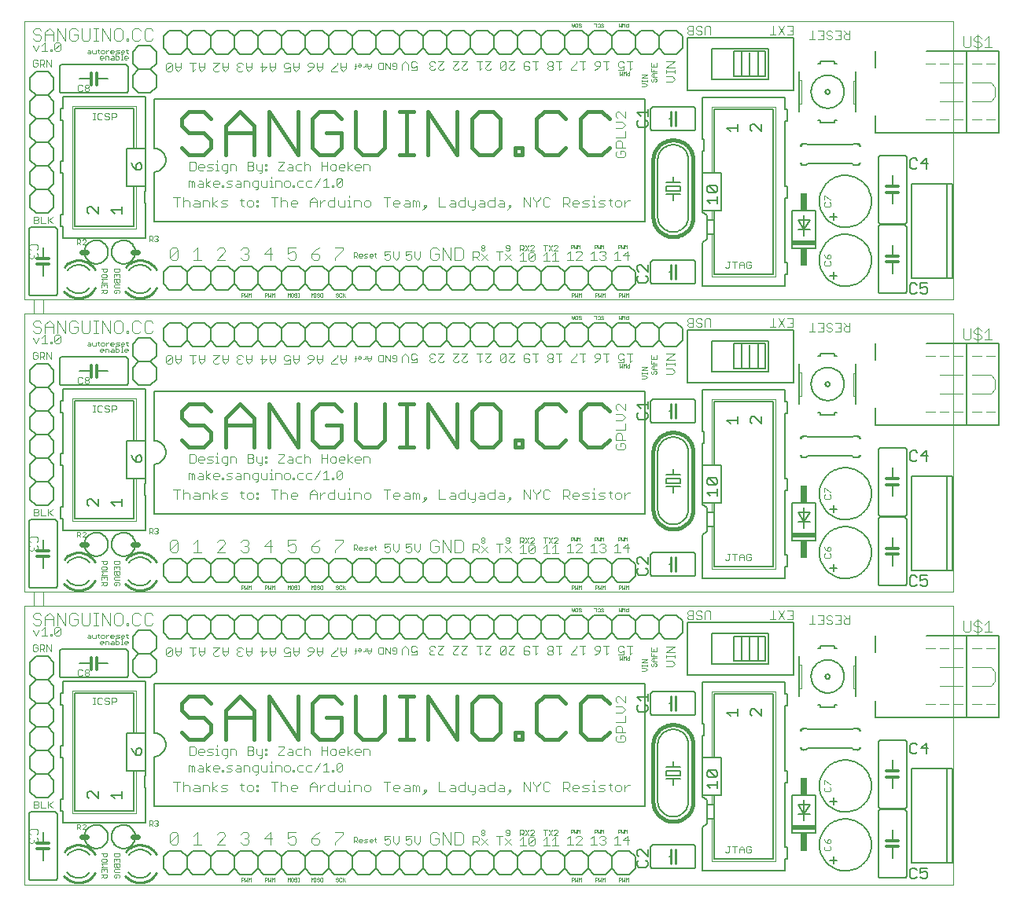
<source format=gto>
G75*
G70*
%OFA0B0*%
%FSLAX24Y24*%
%IPPOS*%
%LPD*%
%AMOC8*
5,1,8,0,0,1.08239X$1,22.5*
%
%ADD10C,0.0000*%
%ADD11C,0.0000*%
%ADD12C,0.0030*%
%ADD13C,0.0020*%
%ADD14C,0.0040*%
%ADD15C,0.0160*%
%ADD16C,0.0010*%
%ADD17C,0.0060*%
%ADD18C,0.0050*%
%ADD19C,0.0100*%
%ADD20C,0.0120*%
%ADD21C,0.0240*%
%ADD22R,0.1000X0.0200*%
%ADD23R,0.0300X0.0750*%
%ADD24C,0.0080*%
%ADD25C,0.0000*%
%ADD26C,0.0030*%
%ADD27C,0.0020*%
%ADD28C,0.0040*%
%ADD29C,0.0160*%
%ADD30C,0.0010*%
%ADD31C,0.0060*%
%ADD32C,0.0050*%
%ADD33C,0.0100*%
%ADD34C,0.0120*%
%ADD35C,0.0240*%
%ADD36R,0.1000X0.0200*%
%ADD37R,0.0300X0.0750*%
%ADD38C,0.0080*%
%ADD39C,0.0000*%
%ADD40C,0.0030*%
%ADD41C,0.0020*%
%ADD42C,0.0040*%
%ADD43C,0.0160*%
%ADD44C,0.0010*%
%ADD45C,0.0060*%
%ADD46C,0.0050*%
%ADD47C,0.0100*%
%ADD48C,0.0120*%
%ADD49C,0.0240*%
%ADD50R,0.1000X0.0200*%
%ADD51R,0.0300X0.0750*%
%ADD52C,0.0080*%
D10*
X000100Y000100D02*
X000100Y011911D01*
X000494Y011911D01*
X000494Y012502D01*
X000100Y012502D01*
X000100Y024313D01*
X000494Y024313D01*
X000494Y024903D01*
X000100Y024903D01*
X000100Y036714D01*
X039470Y036714D01*
X039470Y024903D01*
X000887Y024903D01*
X000887Y024313D01*
X039470Y024313D01*
X039470Y012502D01*
X000887Y012502D01*
X000887Y011911D01*
X039470Y011911D01*
X039470Y000100D01*
X000100Y000100D01*
D11*
X101Y100D02*
X101Y11911D01*
X39471Y11911D01*
X39471Y100D01*
X101Y100D01*
D12*
X372Y1845D02*
X310Y1907D01*
X310Y2030D01*
X372Y2092D01*
X372Y2213D02*
X310Y2275D01*
X310Y2398D01*
X372Y2460D01*
X619Y2460D01*
X680Y2398D01*
X680Y2275D01*
X619Y2213D01*
X619Y2092D02*
X680Y2030D01*
X680Y1907D01*
X619Y1845D01*
X557Y1845D01*
X495Y1907D01*
X433Y1845D01*
X372Y1845D01*
X495Y1907D02*
X495Y1968D01*
X510Y3340D02*
X655Y3340D01*
X703Y3388D01*
X703Y3437D01*
X655Y3485D01*
X510Y3485D01*
X510Y3340D02*
X510Y3630D01*
X655Y3630D01*
X703Y3582D01*
X703Y3533D01*
X655Y3485D01*
X805Y3340D02*
X998Y3340D01*
X1099Y3340D02*
X1099Y3630D01*
X1099Y3437D02*
X1293Y3630D01*
X805Y3630D02*
X805Y3340D01*
X1148Y3485D02*
X1293Y3340D01*
X7060Y4890D02*
X7060Y5137D01*
X7122Y5137D01*
X7183Y5075D01*
X7245Y5137D01*
X7307Y5075D01*
X7307Y4890D01*
X7183Y4890D02*
X7183Y5075D01*
X7428Y4952D02*
X7490Y5013D01*
X7675Y5013D01*
X7675Y5075D02*
X7675Y4890D01*
X7490Y4890D01*
X7428Y4952D01*
X7490Y5137D02*
X7613Y5137D01*
X7675Y5075D01*
X7797Y5013D02*
X7982Y5137D01*
X8104Y5075D02*
X8165Y5137D01*
X8289Y5137D01*
X8350Y5075D01*
X8350Y5013D01*
X8104Y5013D01*
X8104Y4952D02*
X8104Y5075D01*
X8104Y4952D02*
X8165Y4890D01*
X8289Y4890D01*
X8472Y4890D02*
X8472Y4952D01*
X8534Y4952D01*
X8534Y4890D01*
X8472Y4890D01*
X8656Y4890D02*
X8841Y4890D01*
X8903Y4952D01*
X8841Y5013D01*
X8718Y5013D01*
X8656Y5075D01*
X8718Y5137D01*
X8903Y5137D01*
X9086Y5137D02*
X9210Y5137D01*
X9271Y5075D01*
X9271Y4890D01*
X9086Y4890D01*
X9024Y4952D01*
X9086Y5013D01*
X9271Y5013D01*
X9393Y4890D02*
X9393Y5137D01*
X9578Y5137D01*
X9640Y5075D01*
X9640Y4890D01*
X9761Y4952D02*
X9823Y4890D01*
X10008Y4890D01*
X10008Y4828D02*
X10008Y5137D01*
X9823Y5137D01*
X9761Y5075D01*
X9761Y4952D01*
X9884Y4767D02*
X9946Y4767D01*
X10008Y4828D01*
X10129Y4952D02*
X10191Y4890D01*
X10376Y4890D01*
X10376Y5137D01*
X10498Y5137D02*
X10559Y5137D01*
X10559Y4890D01*
X10498Y4890D02*
X10621Y4890D01*
X10743Y4890D02*
X10743Y5137D01*
X10928Y5137D01*
X10990Y5075D01*
X10990Y4890D01*
X11111Y4952D02*
X11173Y4890D01*
X11297Y4890D01*
X11358Y4952D01*
X11358Y5075D01*
X11297Y5137D01*
X11173Y5137D01*
X11111Y5075D01*
X11111Y4952D01*
X11480Y4952D02*
X11480Y4890D01*
X11541Y4890D01*
X11541Y4952D01*
X11480Y4952D01*
X11664Y4952D02*
X11726Y4890D01*
X11911Y4890D01*
X12032Y4952D02*
X12094Y4890D01*
X12279Y4890D01*
X12401Y4890D02*
X12647Y5260D01*
X12769Y5137D02*
X12892Y5260D01*
X12892Y4890D01*
X12769Y4890D02*
X13016Y4890D01*
X13137Y4890D02*
X13137Y4952D01*
X13199Y4952D01*
X13199Y4890D01*
X13137Y4890D01*
X13321Y4952D02*
X13383Y4890D01*
X13507Y4890D01*
X13568Y4952D01*
X13568Y5199D01*
X13321Y4952D01*
X13321Y5199D01*
X13383Y5260D01*
X13507Y5260D01*
X13568Y5199D01*
X13618Y5590D02*
X13494Y5590D01*
X13433Y5652D01*
X13433Y5775D01*
X13494Y5837D01*
X13618Y5837D01*
X13680Y5775D01*
X13680Y5713D01*
X13433Y5713D01*
X13311Y5652D02*
X13311Y5775D01*
X13250Y5837D01*
X13126Y5837D01*
X13064Y5775D01*
X13064Y5652D01*
X13126Y5590D01*
X13250Y5590D01*
X13311Y5652D01*
X12943Y5590D02*
X12943Y5960D01*
X12943Y5775D02*
X12696Y5775D01*
X12696Y5590D02*
X12696Y5960D01*
X12206Y5775D02*
X12206Y5590D01*
X11959Y5590D02*
X11959Y5960D01*
X12021Y5837D02*
X12145Y5837D01*
X12206Y5775D01*
X12021Y5837D02*
X11959Y5775D01*
X11838Y5837D02*
X11653Y5837D01*
X11591Y5775D01*
X11591Y5652D01*
X11653Y5590D01*
X11838Y5590D01*
X11470Y5590D02*
X11285Y5590D01*
X11223Y5652D01*
X11285Y5713D01*
X11470Y5713D01*
X11470Y5775D02*
X11470Y5590D01*
X11101Y5590D02*
X10855Y5590D01*
X10855Y5652D01*
X11101Y5899D01*
X11101Y5960D01*
X10855Y5960D01*
X11285Y5837D02*
X11408Y5837D01*
X11470Y5775D01*
X10364Y5775D02*
X10302Y5775D01*
X10302Y5837D01*
X10364Y5837D01*
X10364Y5775D01*
X10364Y5652D02*
X10364Y5590D01*
X10302Y5590D01*
X10302Y5652D01*
X10364Y5652D01*
X10181Y5590D02*
X9995Y5590D01*
X9934Y5652D01*
X9934Y5837D01*
X9812Y5837D02*
X9751Y5775D01*
X9565Y5775D01*
X9565Y5590D02*
X9565Y5960D01*
X9751Y5960D01*
X9812Y5899D01*
X9812Y5837D01*
X9751Y5775D02*
X9812Y5713D01*
X9812Y5652D01*
X9751Y5590D01*
X9565Y5590D01*
X9076Y5590D02*
X9076Y5775D01*
X9014Y5837D01*
X8829Y5837D01*
X8829Y5590D01*
X8707Y5590D02*
X8522Y5590D01*
X8460Y5652D01*
X8460Y5775D01*
X8522Y5837D01*
X8707Y5837D01*
X8707Y5528D01*
X8646Y5467D01*
X8584Y5467D01*
X8338Y5590D02*
X8215Y5590D01*
X8277Y5590D02*
X8277Y5837D01*
X8215Y5837D01*
X8094Y5837D02*
X7908Y5837D01*
X7847Y5775D01*
X7908Y5713D01*
X8032Y5713D01*
X8094Y5652D01*
X8032Y5590D01*
X7847Y5590D01*
X7725Y5713D02*
X7478Y5713D01*
X7478Y5652D02*
X7478Y5775D01*
X7540Y5837D01*
X7663Y5837D01*
X7725Y5775D01*
X7725Y5713D01*
X7663Y5590D02*
X7540Y5590D01*
X7478Y5652D01*
X7357Y5652D02*
X7357Y5899D01*
X7295Y5960D01*
X7110Y5960D01*
X7110Y5590D01*
X7295Y5590D01*
X7357Y5652D01*
X8277Y5960D02*
X8277Y6022D01*
X10057Y5467D02*
X10119Y5467D01*
X10181Y5528D01*
X10181Y5837D01*
X10559Y5322D02*
X10559Y5260D01*
X10129Y5137D02*
X10129Y4952D01*
X11664Y4952D02*
X11664Y5075D01*
X11726Y5137D01*
X11911Y5137D01*
X12032Y5075D02*
X12032Y4952D01*
X12032Y5075D02*
X12094Y5137D01*
X12279Y5137D01*
X13801Y5590D02*
X13801Y5960D01*
X13986Y5837D02*
X13801Y5713D01*
X13986Y5590D01*
X14108Y5652D02*
X14170Y5590D01*
X14293Y5590D01*
X14355Y5713D02*
X14108Y5713D01*
X14108Y5652D02*
X14108Y5775D01*
X14170Y5837D01*
X14293Y5837D01*
X14355Y5775D01*
X14355Y5713D01*
X14476Y5590D02*
X14476Y5837D01*
X14661Y5837D01*
X14723Y5775D01*
X14723Y5590D01*
X7982Y4890D02*
X7797Y5013D01*
X7797Y4890D02*
X7797Y5260D01*
X3796Y7740D02*
X3796Y8030D01*
X3941Y8030D01*
X3989Y7982D01*
X3989Y7885D01*
X3941Y7837D01*
X3796Y7837D01*
X3695Y7837D02*
X3695Y7788D01*
X3646Y7740D01*
X3549Y7740D01*
X3501Y7788D01*
X3400Y7788D02*
X3352Y7740D01*
X3255Y7740D01*
X3206Y7788D01*
X3206Y7982D01*
X3255Y8030D01*
X3352Y8030D01*
X3400Y7982D01*
X3501Y7982D02*
X3501Y7933D01*
X3549Y7885D01*
X3646Y7885D01*
X3695Y7837D01*
X3695Y7982D02*
X3646Y8030D01*
X3549Y8030D01*
X3501Y7982D01*
X3107Y8030D02*
X3010Y8030D01*
X3058Y8030D02*
X3058Y7740D01*
X3010Y7740D02*
X3107Y7740D01*
X2800Y8940D02*
X2703Y8940D01*
X2655Y8988D01*
X2655Y9037D01*
X2703Y9085D01*
X2800Y9085D01*
X2848Y9037D01*
X2848Y8988D01*
X2800Y8940D01*
X2800Y9085D02*
X2848Y9133D01*
X2848Y9182D01*
X2800Y9230D01*
X2703Y9230D01*
X2655Y9182D01*
X2655Y9133D01*
X2703Y9085D01*
X2553Y8988D02*
X2505Y8940D01*
X2408Y8940D01*
X2360Y8988D01*
X2360Y9182D01*
X2408Y9230D01*
X2505Y9230D01*
X2553Y9182D01*
X1243Y9990D02*
X1243Y10280D01*
X1049Y10280D02*
X1243Y9990D01*
X1049Y9990D02*
X1049Y10280D01*
X948Y10232D02*
X948Y10135D01*
X900Y10087D01*
X755Y10087D01*
X851Y10087D02*
X948Y9990D01*
X755Y9990D02*
X755Y10280D01*
X900Y10280D01*
X948Y10232D01*
X653Y10232D02*
X605Y10280D01*
X508Y10280D01*
X460Y10232D01*
X460Y10038D01*
X508Y9990D01*
X605Y9990D01*
X653Y10038D01*
X653Y10135D01*
X557Y10135D01*
X583Y10640D02*
X707Y10887D01*
X828Y10887D02*
X952Y11010D01*
X952Y10640D01*
X1075Y10640D02*
X828Y10640D01*
X583Y10640D02*
X460Y10887D01*
X1197Y10702D02*
X1258Y10702D01*
X1258Y10640D01*
X1197Y10640D01*
X1197Y10702D01*
X1381Y10702D02*
X1628Y10949D01*
X1628Y10702D01*
X1566Y10640D01*
X1443Y10640D01*
X1381Y10702D01*
X1381Y10949D01*
X1443Y11010D01*
X1566Y11010D01*
X1628Y10949D01*
X6115Y10098D02*
X6115Y9851D01*
X6362Y10098D01*
X6300Y10160D01*
X6177Y10160D01*
X6115Y10098D01*
X6362Y10098D02*
X6362Y9851D01*
X6300Y9790D01*
X6177Y9790D01*
X6115Y9851D01*
X6483Y9913D02*
X6483Y10160D01*
X6730Y10160D02*
X6730Y9913D01*
X6607Y9790D01*
X6483Y9913D01*
X6483Y9975D02*
X6730Y9975D01*
X7238Y9790D02*
X7238Y10160D01*
X7115Y10160D02*
X7362Y10160D01*
X7483Y10160D02*
X7483Y9913D01*
X7607Y9790D01*
X7730Y9913D01*
X7730Y10160D01*
X8115Y10160D02*
X8362Y10160D01*
X8115Y9913D01*
X8115Y9851D01*
X8177Y9790D01*
X8300Y9790D01*
X8362Y9851D01*
X8483Y9913D02*
X8483Y10160D01*
X8730Y10160D02*
X8730Y9913D01*
X8607Y9790D01*
X8483Y9913D01*
X8483Y9975D02*
X8730Y9975D01*
X9115Y10037D02*
X9115Y10098D01*
X9177Y10160D01*
X9300Y10160D01*
X9362Y10098D01*
X9483Y10160D02*
X9483Y9913D01*
X9607Y9790D01*
X9730Y9913D01*
X9730Y10160D01*
X10177Y10160D02*
X10177Y9790D01*
X10362Y9975D01*
X10115Y9975D01*
X10483Y9975D02*
X10730Y9975D01*
X10730Y9913D02*
X10607Y9790D01*
X10483Y9913D01*
X10483Y10160D01*
X10730Y10160D02*
X10730Y9913D01*
X11115Y9975D02*
X11115Y10098D01*
X11177Y10160D01*
X11300Y10160D01*
X11362Y10098D01*
X11362Y9975D02*
X11238Y9913D01*
X11177Y9913D01*
X11115Y9975D01*
X11115Y9790D02*
X11362Y9790D01*
X11362Y9975D01*
X11483Y9975D02*
X11730Y9975D01*
X11730Y9913D02*
X11607Y9790D01*
X11483Y9913D01*
X11483Y10160D01*
X11730Y10160D02*
X11730Y9913D01*
X12115Y9790D02*
X12238Y9851D01*
X12362Y9975D01*
X12177Y9975D01*
X12115Y10037D01*
X12115Y10098D01*
X12177Y10160D01*
X12300Y10160D01*
X12362Y10098D01*
X12362Y9975D01*
X12483Y9975D02*
X12730Y9975D01*
X12730Y9913D02*
X12607Y9790D01*
X12483Y9913D01*
X12483Y10160D01*
X12730Y10160D02*
X12730Y9913D01*
X13115Y9851D02*
X13362Y10098D01*
X13362Y10160D01*
X13483Y10160D02*
X13483Y9913D01*
X13607Y9790D01*
X13730Y9913D01*
X13730Y10160D01*
X13730Y9975D02*
X13483Y9975D01*
X13362Y9790D02*
X13115Y9790D01*
X13115Y9851D01*
X15097Y9918D02*
X15146Y9870D01*
X15291Y9870D01*
X15291Y10160D01*
X15146Y10160D01*
X15097Y10112D01*
X15097Y9918D01*
X15392Y9870D02*
X15392Y10160D01*
X15585Y9870D01*
X15585Y10160D01*
X15687Y10112D02*
X15687Y10015D01*
X15783Y10015D01*
X15687Y10112D02*
X15735Y10160D01*
X15832Y10160D01*
X15880Y10112D01*
X15880Y9918D01*
X15832Y9870D01*
X15735Y9870D01*
X15687Y9918D01*
X16115Y9840D02*
X16115Y10087D01*
X16238Y10210D01*
X16362Y10087D01*
X16362Y9840D01*
X16483Y9840D02*
X16730Y9840D01*
X16730Y10025D01*
X16607Y9963D01*
X16545Y9963D01*
X16483Y10025D01*
X16483Y10148D01*
X16545Y10210D01*
X16668Y10210D01*
X16730Y10148D01*
X17265Y10148D02*
X17327Y10210D01*
X17450Y10210D01*
X17512Y10148D01*
X17633Y10210D02*
X17880Y10210D01*
X17633Y9963D01*
X17633Y9901D01*
X17695Y9840D01*
X17818Y9840D01*
X17880Y9901D01*
X17512Y9901D02*
X17450Y9840D01*
X17327Y9840D01*
X17265Y9901D01*
X17265Y9963D01*
X17327Y10025D01*
X17265Y10087D01*
X17265Y10148D01*
X17327Y10025D02*
X17388Y10025D01*
X18265Y9963D02*
X18265Y9901D01*
X18327Y9840D01*
X18450Y9840D01*
X18512Y9901D01*
X18633Y9901D02*
X18695Y9840D01*
X18818Y9840D01*
X18880Y9901D01*
X18633Y9901D02*
X18633Y9963D01*
X18880Y10210D01*
X18633Y10210D01*
X18512Y10210D02*
X18265Y9963D01*
X18265Y10210D02*
X18512Y10210D01*
X19265Y10210D02*
X19512Y10210D01*
X19633Y10210D02*
X19880Y10210D01*
X19633Y9963D01*
X19633Y9901D01*
X19695Y9840D01*
X19818Y9840D01*
X19880Y9901D01*
X19512Y9963D02*
X19388Y9840D01*
X19388Y10210D01*
X20265Y10148D02*
X20265Y9901D01*
X20512Y10148D01*
X20450Y10210D01*
X20327Y10210D01*
X20265Y10148D01*
X20265Y9901D02*
X20327Y9840D01*
X20450Y9840D01*
X20512Y9901D01*
X20512Y10148D01*
X20633Y10210D02*
X20880Y10210D01*
X20633Y9963D01*
X20633Y9901D01*
X20695Y9840D01*
X20818Y9840D01*
X20880Y9901D01*
X21265Y9901D02*
X21327Y9840D01*
X21450Y9840D01*
X21512Y9901D01*
X21512Y9963D01*
X21450Y10025D01*
X21265Y10025D01*
X21265Y10148D02*
X21265Y9901D01*
X21265Y10148D02*
X21327Y10210D01*
X21450Y10210D01*
X21512Y10148D01*
X21633Y10210D02*
X21880Y10210D01*
X21757Y10210D02*
X21757Y9840D01*
X21880Y9963D01*
X22265Y9963D02*
X22327Y10025D01*
X22450Y10025D01*
X22512Y9963D01*
X22512Y9901D01*
X22450Y9840D01*
X22327Y9840D01*
X22265Y9901D01*
X22265Y9963D01*
X22327Y10025D02*
X22265Y10087D01*
X22265Y10148D01*
X22327Y10210D01*
X22450Y10210D01*
X22512Y10148D01*
X22512Y10087D01*
X22450Y10025D01*
X22633Y10210D02*
X22880Y10210D01*
X22757Y10210D02*
X22757Y9840D01*
X22880Y9963D01*
X23265Y9901D02*
X23265Y9840D01*
X23512Y9840D01*
X23757Y9840D02*
X23757Y10210D01*
X23880Y10210D02*
X23633Y10210D01*
X23512Y10210D02*
X23512Y10148D01*
X23265Y9901D01*
X23757Y9840D02*
X23880Y9963D01*
X24265Y9840D02*
X24388Y9901D01*
X24512Y10025D01*
X24327Y10025D01*
X24265Y10087D01*
X24265Y10148D01*
X24327Y10210D01*
X24450Y10210D01*
X24512Y10148D01*
X24512Y10025D01*
X24633Y10210D02*
X24880Y10210D01*
X24757Y10210D02*
X24757Y9840D01*
X24880Y9963D01*
X25265Y10025D02*
X25265Y10148D01*
X25327Y10210D01*
X25450Y10210D01*
X25512Y10148D01*
X25512Y10025D02*
X25388Y9963D01*
X25327Y9963D01*
X25265Y10025D01*
X25512Y10025D02*
X25512Y9840D01*
X25265Y9840D01*
X25757Y9840D02*
X25880Y9963D01*
X25757Y9840D02*
X25757Y10210D01*
X25880Y10210D02*
X25633Y10210D01*
X27310Y10201D02*
X27680Y10201D01*
X27310Y9954D01*
X27680Y9954D01*
X27680Y9832D02*
X27680Y9708D01*
X27680Y9770D02*
X27310Y9770D01*
X27310Y9708D02*
X27310Y9832D01*
X27310Y9587D02*
X27557Y9587D01*
X27680Y9463D01*
X27557Y9340D01*
X27310Y9340D01*
X28258Y11340D02*
X28196Y11401D01*
X28196Y11463D01*
X28258Y11525D01*
X28443Y11525D01*
X28565Y11587D02*
X28565Y11648D01*
X28627Y11710D01*
X28750Y11710D01*
X28812Y11648D01*
X28933Y11648D02*
X28933Y11340D01*
X28812Y11401D02*
X28812Y11463D01*
X28750Y11525D01*
X28627Y11525D01*
X28565Y11587D01*
X28443Y11710D02*
X28258Y11710D01*
X28196Y11648D01*
X28196Y11587D01*
X28258Y11525D01*
X28258Y11340D02*
X28443Y11340D01*
X28443Y11710D01*
X28933Y11648D02*
X28995Y11710D01*
X29118Y11710D01*
X29180Y11648D01*
X29180Y11340D01*
X28812Y11401D02*
X28750Y11340D01*
X28627Y11340D01*
X28565Y11401D01*
X31696Y11340D02*
X31943Y11340D01*
X32065Y11340D02*
X32312Y11710D01*
X32433Y11710D02*
X32680Y11710D01*
X32680Y11340D01*
X32433Y11340D01*
X32312Y11340D02*
X32065Y11710D01*
X31820Y11710D02*
X31820Y11340D01*
X32557Y11525D02*
X32680Y11525D01*
X33483Y11510D02*
X33483Y11140D01*
X33360Y11140D02*
X33607Y11140D01*
X33728Y11140D02*
X33975Y11140D01*
X33975Y11510D01*
X33728Y11510D01*
X33852Y11325D02*
X33975Y11325D01*
X34096Y11387D02*
X34096Y11448D01*
X34158Y11510D01*
X34282Y11510D01*
X34343Y11448D01*
X34465Y11510D02*
X34712Y11510D01*
X34712Y11140D01*
X34465Y11140D01*
X34343Y11201D02*
X34282Y11140D01*
X34158Y11140D01*
X34096Y11201D01*
X34158Y11325D02*
X34096Y11387D01*
X34158Y11325D02*
X34282Y11325D01*
X34343Y11263D01*
X34343Y11201D01*
X34588Y11325D02*
X34712Y11325D01*
X34833Y11325D02*
X34895Y11387D01*
X35080Y11387D01*
X35080Y11510D02*
X35080Y11140D01*
X34895Y11140D01*
X34833Y11201D01*
X34833Y11325D01*
X34957Y11387D02*
X34833Y11510D01*
X34038Y4528D02*
X34232Y4335D01*
X34280Y4335D01*
X34232Y4233D02*
X34280Y4185D01*
X34280Y4088D01*
X34232Y4040D01*
X34038Y4040D01*
X33990Y4088D01*
X33990Y4185D01*
X34038Y4233D01*
X33990Y4335D02*
X33990Y4528D01*
X34038Y4528D01*
X33990Y2028D02*
X34038Y1931D01*
X34135Y1835D01*
X34135Y1980D01*
X34183Y2028D01*
X34232Y2028D01*
X34280Y1980D01*
X34280Y1883D01*
X34232Y1835D01*
X34135Y1835D01*
X34232Y1733D02*
X34280Y1685D01*
X34280Y1588D01*
X34232Y1540D01*
X34038Y1540D01*
X33990Y1588D01*
X33990Y1685D01*
X34038Y1733D01*
X30887Y1682D02*
X30839Y1730D01*
X30742Y1730D01*
X30694Y1682D01*
X30694Y1488D01*
X30742Y1440D01*
X30839Y1440D01*
X30887Y1488D01*
X30887Y1585D01*
X30791Y1585D01*
X30593Y1585D02*
X30399Y1585D01*
X30399Y1633D02*
X30496Y1730D01*
X30593Y1633D01*
X30593Y1440D01*
X30399Y1440D02*
X30399Y1633D01*
X30298Y1730D02*
X30105Y1730D01*
X30201Y1730D02*
X30201Y1440D01*
X29955Y1488D02*
X29955Y1730D01*
X29907Y1730D02*
X30003Y1730D01*
X29955Y1488D02*
X29907Y1440D01*
X29858Y1440D01*
X29810Y1488D01*
X25725Y1975D02*
X25478Y1975D01*
X25663Y2160D01*
X25663Y1790D01*
X25357Y1790D02*
X25110Y1790D01*
X25233Y1790D02*
X25233Y2160D01*
X25110Y2037D01*
X24725Y2037D02*
X24725Y2099D01*
X24663Y2160D01*
X24540Y2160D01*
X24478Y2099D01*
X24602Y1975D02*
X24663Y1975D01*
X24725Y1913D01*
X24725Y1852D01*
X24663Y1790D01*
X24540Y1790D01*
X24478Y1852D01*
X24357Y1790D02*
X24110Y1790D01*
X24233Y1790D02*
X24233Y2160D01*
X24110Y2037D01*
X23725Y2037D02*
X23478Y1790D01*
X23725Y1790D01*
X23725Y2037D02*
X23725Y2099D01*
X23663Y2160D01*
X23540Y2160D01*
X23478Y2099D01*
X23233Y2160D02*
X23110Y2037D01*
X23233Y2160D02*
X23233Y1790D01*
X23110Y1790D02*
X23357Y1790D01*
X22725Y1740D02*
X22478Y1740D01*
X22357Y1740D02*
X22110Y1740D01*
X22233Y1740D02*
X22233Y2110D01*
X22110Y1987D01*
X22478Y1987D02*
X22602Y2110D01*
X22602Y1740D01*
X21725Y1802D02*
X21725Y2049D01*
X21478Y1802D01*
X21540Y1740D01*
X21663Y1740D01*
X21725Y1802D01*
X21725Y2049D02*
X21663Y2110D01*
X21540Y2110D01*
X21478Y2049D01*
X21478Y1802D01*
X21357Y1740D02*
X21110Y1740D01*
X21233Y1740D02*
X21233Y2110D01*
X21110Y1987D01*
X20725Y2037D02*
X20478Y1790D01*
X20233Y1790D02*
X20233Y2160D01*
X20110Y2160D02*
X20357Y2160D01*
X20478Y2037D02*
X20725Y1790D01*
X19725Y1790D02*
X19478Y2037D01*
X19357Y2099D02*
X19357Y1975D01*
X19295Y1913D01*
X19110Y1913D01*
X19110Y1790D02*
X19110Y2160D01*
X19295Y2160D01*
X19357Y2099D01*
X19478Y1790D02*
X19725Y2037D01*
X19357Y1790D02*
X19233Y1913D01*
X16875Y1913D02*
X16875Y2160D01*
X16628Y2160D02*
X16628Y1913D01*
X16752Y1790D01*
X16875Y1913D01*
X16507Y1975D02*
X16507Y1852D01*
X16445Y1790D01*
X16322Y1790D01*
X16260Y1852D01*
X16260Y1975D02*
X16383Y2037D01*
X16445Y2037D01*
X16507Y1975D01*
X16507Y2160D02*
X16260Y2160D01*
X16260Y1975D01*
X15975Y1913D02*
X15975Y2160D01*
X15728Y2160D02*
X15728Y1913D01*
X15852Y1790D01*
X15975Y1913D01*
X15607Y1975D02*
X15607Y1852D01*
X15545Y1790D01*
X15422Y1790D01*
X15360Y1852D01*
X15360Y1975D02*
X15483Y2037D01*
X15545Y2037D01*
X15607Y1975D01*
X15607Y2160D02*
X15360Y2160D01*
X15360Y1975D01*
X24663Y1975D02*
X24725Y2037D01*
X9362Y9851D02*
X9300Y9790D01*
X9177Y9790D01*
X9115Y9851D01*
X9115Y9913D01*
X9177Y9975D01*
X9115Y10037D01*
X9177Y9975D02*
X9238Y9975D01*
X9483Y9975D02*
X9730Y9975D01*
X7730Y9975D02*
X7483Y9975D01*
X7362Y9913D02*
X7238Y9790D01*
D13*
X4483Y10358D02*
X4336Y10358D01*
X4336Y10322D02*
X4336Y10395D01*
X4373Y10432D01*
X4446Y10432D01*
X4483Y10395D01*
X4483Y10358D01*
X4446Y10285D02*
X4373Y10285D01*
X4336Y10322D01*
X4262Y10285D02*
X4189Y10285D01*
X4226Y10285D02*
X4226Y10505D01*
X4189Y10505D01*
X4228Y10535D02*
X4191Y10572D01*
X4191Y10645D01*
X4228Y10682D01*
X4302Y10682D01*
X4338Y10645D01*
X4338Y10608D01*
X4191Y10608D01*
X4228Y10535D02*
X4302Y10535D01*
X4449Y10572D02*
X4486Y10535D01*
X4449Y10572D02*
X4449Y10718D01*
X4412Y10682D02*
X4486Y10682D01*
X4117Y10682D02*
X4007Y10682D01*
X3970Y10645D01*
X4007Y10608D01*
X4081Y10608D01*
X4117Y10572D01*
X4081Y10535D01*
X3970Y10535D01*
X3968Y10505D02*
X3968Y10285D01*
X4078Y10285D01*
X4115Y10322D01*
X4115Y10395D01*
X4078Y10432D01*
X3968Y10432D01*
X3894Y10395D02*
X3894Y10285D01*
X3784Y10285D01*
X3747Y10322D01*
X3784Y10358D01*
X3894Y10358D01*
X3894Y10395D02*
X3857Y10432D01*
X3784Y10432D01*
X3786Y10535D02*
X3749Y10572D01*
X3749Y10645D01*
X3786Y10682D01*
X3860Y10682D01*
X3896Y10645D01*
X3896Y10608D01*
X3749Y10608D01*
X3786Y10535D02*
X3860Y10535D01*
X3673Y10395D02*
X3673Y10285D01*
X3673Y10395D02*
X3636Y10432D01*
X3526Y10432D01*
X3526Y10285D01*
X3452Y10358D02*
X3305Y10358D01*
X3305Y10322D02*
X3305Y10395D01*
X3342Y10432D01*
X3415Y10432D01*
X3452Y10395D01*
X3452Y10358D01*
X3415Y10285D02*
X3342Y10285D01*
X3305Y10322D01*
X3270Y10535D02*
X3234Y10572D01*
X3234Y10718D01*
X3270Y10682D02*
X3197Y10682D01*
X3123Y10682D02*
X3123Y10535D01*
X3013Y10535D01*
X2976Y10572D01*
X2976Y10682D01*
X2902Y10645D02*
X2902Y10535D01*
X2792Y10535D01*
X2755Y10572D01*
X2792Y10608D01*
X2902Y10608D01*
X2902Y10645D02*
X2865Y10682D01*
X2792Y10682D01*
X3344Y10645D02*
X3344Y10572D01*
X3381Y10535D01*
X3454Y10535D01*
X3491Y10572D01*
X3491Y10645D01*
X3454Y10682D01*
X3381Y10682D01*
X3344Y10645D01*
X3565Y10608D02*
X3639Y10682D01*
X3675Y10682D01*
X3565Y10682D02*
X3565Y10535D01*
X4845Y8325D02*
X2145Y8325D01*
X2145Y3125D01*
X4845Y3125D01*
X4845Y4925D01*
X4845Y6525D02*
X4845Y8325D01*
X14085Y9895D02*
X14122Y9932D01*
X14122Y10115D01*
X14159Y10005D02*
X14085Y10005D01*
X14233Y10005D02*
X14233Y10042D01*
X14380Y10042D01*
X14380Y10078D02*
X14380Y10005D01*
X14343Y9968D01*
X14270Y9968D01*
X14233Y10005D01*
X14270Y10115D02*
X14343Y10115D01*
X14380Y10078D01*
X14454Y9968D02*
X14491Y9968D01*
X14564Y10042D01*
X14564Y10115D02*
X14564Y9968D01*
X14638Y9968D02*
X14638Y10115D01*
X14638Y10005D02*
X14785Y10005D01*
X14785Y9968D02*
X14712Y9895D01*
X14638Y9968D01*
X14785Y9968D02*
X14785Y10115D01*
X26265Y9650D02*
X26485Y9650D01*
X26265Y9503D01*
X26485Y9503D01*
X26485Y9429D02*
X26485Y9356D01*
X26485Y9393D02*
X26265Y9393D01*
X26265Y9429D02*
X26265Y9356D01*
X26265Y9282D02*
X26412Y9282D01*
X26485Y9208D01*
X26412Y9135D01*
X26265Y9135D01*
X26665Y9372D02*
X26702Y9335D01*
X26738Y9335D01*
X26775Y9372D01*
X26775Y9445D01*
X26812Y9482D01*
X26848Y9482D01*
X26885Y9445D01*
X26885Y9372D01*
X26848Y9335D01*
X26665Y9372D02*
X26665Y9445D01*
X26702Y9482D01*
X26738Y9556D02*
X26665Y9629D01*
X26738Y9703D01*
X26885Y9703D01*
X26885Y9777D02*
X26665Y9777D01*
X26665Y9924D01*
X26665Y9998D02*
X26885Y9998D01*
X26885Y10145D01*
X26775Y10071D02*
X26775Y9998D01*
X26665Y9998D02*
X26665Y10145D01*
X26775Y9850D02*
X26775Y9777D01*
X26775Y9703D02*
X26775Y9556D01*
X26738Y9556D02*
X26885Y9556D01*
X29245Y8275D02*
X29245Y5475D01*
X29245Y3875D02*
X29245Y3475D01*
X29245Y2875D02*
X29245Y1075D01*
X31945Y1075D01*
X31945Y8275D01*
X29245Y8275D01*
X32945Y8425D02*
X33045Y8425D01*
X33045Y9425D01*
X32945Y9425D01*
X35245Y9375D02*
X35345Y9375D01*
X35245Y9375D02*
X35245Y8425D01*
X35345Y8425D01*
X22694Y2368D02*
X22657Y2405D01*
X22584Y2405D01*
X22547Y2368D01*
X22473Y2405D02*
X22326Y2185D01*
X22473Y2185D02*
X22326Y2405D01*
X22252Y2405D02*
X22105Y2405D01*
X22178Y2405D02*
X22178Y2185D01*
X22547Y2185D02*
X22694Y2332D01*
X22694Y2368D01*
X22694Y2185D02*
X22547Y2185D01*
X21694Y2185D02*
X21547Y2185D01*
X21694Y2332D01*
X21694Y2368D01*
X21657Y2405D01*
X21584Y2405D01*
X21547Y2368D01*
X21473Y2405D02*
X21326Y2185D01*
X21252Y2185D02*
X21178Y2258D01*
X21215Y2258D02*
X21105Y2258D01*
X21105Y2185D02*
X21105Y2405D01*
X21215Y2405D01*
X21252Y2368D01*
X21252Y2295D01*
X21215Y2258D01*
X21326Y2405D02*
X21473Y2185D01*
X20652Y2222D02*
X20652Y2368D01*
X20615Y2405D01*
X20542Y2405D01*
X20505Y2368D01*
X20505Y2332D01*
X20542Y2295D01*
X20652Y2295D01*
X20652Y2222D02*
X20615Y2185D01*
X20542Y2185D01*
X20505Y2222D01*
X19602Y2222D02*
X19565Y2185D01*
X19492Y2185D01*
X19455Y2222D01*
X19455Y2258D01*
X19492Y2295D01*
X19565Y2295D01*
X19602Y2258D01*
X19602Y2222D01*
X19565Y2295D02*
X19602Y2332D01*
X19602Y2368D01*
X19565Y2405D01*
X19492Y2405D01*
X19455Y2368D01*
X19455Y2332D01*
X19492Y2295D01*
X15012Y2032D02*
X14939Y2032D01*
X14976Y2068D02*
X14976Y1922D01*
X15012Y1885D01*
X14865Y1958D02*
X14718Y1958D01*
X14718Y1922D02*
X14718Y1995D01*
X14755Y2032D01*
X14828Y2032D01*
X14865Y1995D01*
X14865Y1958D01*
X14828Y1885D02*
X14755Y1885D01*
X14718Y1922D01*
X14644Y1922D02*
X14607Y1958D01*
X14534Y1958D01*
X14497Y1995D01*
X14534Y2032D01*
X14644Y2032D01*
X14644Y1922D02*
X14607Y1885D01*
X14497Y1885D01*
X14423Y1958D02*
X14276Y1958D01*
X14276Y1922D02*
X14276Y1995D01*
X14313Y2032D01*
X14386Y2032D01*
X14423Y1995D01*
X14423Y1958D01*
X14386Y1885D02*
X14313Y1885D01*
X14276Y1922D01*
X14202Y1885D02*
X14128Y1958D01*
X14165Y1958D02*
X14055Y1958D01*
X14055Y1885D02*
X14055Y2105D01*
X14165Y2105D01*
X14202Y2068D01*
X14202Y1995D01*
X14165Y1958D01*
X5753Y2622D02*
X5716Y2585D01*
X5643Y2585D01*
X5606Y2622D01*
X5532Y2585D02*
X5458Y2658D01*
X5495Y2658D02*
X5385Y2658D01*
X5385Y2585D02*
X5385Y2805D01*
X5495Y2805D01*
X5532Y2768D01*
X5532Y2695D01*
X5495Y2658D01*
X5606Y2768D02*
X5643Y2805D01*
X5716Y2805D01*
X5753Y2768D01*
X5753Y2732D01*
X5716Y2695D01*
X5753Y2658D01*
X5753Y2622D01*
X5716Y2695D02*
X5679Y2695D01*
X2701Y2628D02*
X2664Y2665D01*
X2591Y2665D01*
X2554Y2628D01*
X2480Y2628D02*
X2480Y2555D01*
X2443Y2518D01*
X2333Y2518D01*
X2333Y2445D02*
X2333Y2665D01*
X2443Y2665D01*
X2480Y2628D01*
X2406Y2518D02*
X2480Y2445D01*
X2554Y2445D02*
X2701Y2592D01*
X2701Y2628D01*
X2701Y2445D02*
X2554Y2445D01*
X3365Y1415D02*
X3585Y1415D01*
X3585Y1305D01*
X3548Y1268D01*
X3475Y1268D01*
X3438Y1305D01*
X3438Y1415D01*
X3905Y1415D02*
X3905Y1305D01*
X3942Y1268D01*
X4088Y1268D01*
X4125Y1305D01*
X4125Y1415D01*
X3905Y1415D01*
X3905Y1194D02*
X3905Y1047D01*
X3905Y973D02*
X3905Y863D01*
X3942Y826D01*
X3978Y826D01*
X4015Y863D01*
X4015Y973D01*
X3905Y973D02*
X4125Y973D01*
X4125Y863D01*
X4088Y826D01*
X4052Y826D01*
X4015Y863D01*
X3942Y752D02*
X3905Y715D01*
X3905Y642D01*
X3942Y605D01*
X4125Y605D01*
X4088Y531D02*
X4125Y494D01*
X4125Y421D01*
X4088Y384D01*
X4015Y384D02*
X4015Y458D01*
X4015Y384D02*
X3942Y384D01*
X3905Y421D01*
X3905Y494D01*
X3942Y531D01*
X4088Y531D01*
X4125Y752D02*
X3942Y752D01*
X3585Y752D02*
X3585Y605D01*
X3585Y531D02*
X3585Y421D01*
X3548Y384D01*
X3475Y384D01*
X3438Y421D01*
X3438Y531D01*
X3365Y531D02*
X3585Y531D01*
X3438Y458D02*
X3365Y384D01*
X3365Y605D02*
X3365Y752D01*
X3585Y752D01*
X3585Y826D02*
X3365Y826D01*
X3438Y900D01*
X3365Y973D01*
X3585Y973D01*
X3548Y1047D02*
X3585Y1084D01*
X3585Y1157D01*
X3548Y1194D01*
X3402Y1194D01*
X3365Y1157D01*
X3365Y1084D01*
X3402Y1047D01*
X3548Y1047D01*
X3905Y1194D02*
X4125Y1194D01*
X4125Y1047D01*
X4015Y1121D02*
X4015Y1194D01*
X3475Y752D02*
X3475Y679D01*
D14*
X6265Y1882D02*
X6612Y2229D01*
X6612Y1882D01*
X6525Y1795D01*
X6352Y1795D01*
X6265Y1882D01*
X6265Y2229D01*
X6352Y2315D01*
X6525Y2315D01*
X6612Y2229D01*
X7265Y2142D02*
X7438Y2315D01*
X7438Y1795D01*
X7265Y1795D02*
X7612Y1795D01*
X8265Y1795D02*
X8612Y2142D01*
X8612Y2229D01*
X8525Y2315D01*
X8352Y2315D01*
X8265Y2229D01*
X8265Y1795D02*
X8612Y1795D01*
X9265Y1882D02*
X9352Y1795D01*
X9525Y1795D01*
X9612Y1882D01*
X9612Y1968D01*
X9525Y2055D01*
X9438Y2055D01*
X9525Y2055D02*
X9612Y2142D01*
X9612Y2229D01*
X9525Y2315D01*
X9352Y2315D01*
X9265Y2229D01*
X10265Y2055D02*
X10612Y2055D01*
X10525Y1795D02*
X10525Y2315D01*
X10265Y2055D01*
X11265Y2055D02*
X11265Y2315D01*
X11612Y2315D01*
X11525Y2142D02*
X11612Y2055D01*
X11612Y1882D01*
X11525Y1795D01*
X11352Y1795D01*
X11265Y1882D01*
X11265Y2055D02*
X11438Y2142D01*
X11525Y2142D01*
X12265Y2055D02*
X12265Y1882D01*
X12352Y1795D01*
X12525Y1795D01*
X12612Y1882D01*
X12612Y1968D01*
X12525Y2055D01*
X12265Y2055D01*
X12438Y2229D01*
X12612Y2315D01*
X13265Y2315D02*
X13612Y2315D01*
X13612Y2229D01*
X13265Y1882D01*
X13265Y1795D01*
X17315Y1882D02*
X17402Y1795D01*
X17575Y1795D01*
X17662Y1882D01*
X17662Y2055D01*
X17488Y2055D01*
X17315Y1882D02*
X17315Y2229D01*
X17402Y2315D01*
X17575Y2315D01*
X17662Y2229D01*
X17831Y2315D02*
X18178Y1795D01*
X18178Y2315D01*
X18346Y2315D02*
X18607Y2315D01*
X18693Y2229D01*
X18693Y1882D01*
X18607Y1795D01*
X18346Y1795D01*
X18346Y2315D01*
X17831Y2315D02*
X17831Y1795D01*
X16981Y3908D02*
X17118Y4045D01*
X17049Y4045D01*
X17049Y4113D01*
X17118Y4113D01*
X17118Y4045D01*
X16840Y4045D02*
X16840Y4250D01*
X16772Y4319D01*
X16703Y4250D01*
X16703Y4045D01*
X16567Y4045D02*
X16567Y4319D01*
X16635Y4319D01*
X16703Y4250D01*
X16426Y4250D02*
X16426Y4045D01*
X16221Y4045D01*
X16152Y4113D01*
X16221Y4182D01*
X16426Y4182D01*
X16426Y4250D02*
X16357Y4319D01*
X16221Y4319D01*
X16012Y4250D02*
X16012Y4182D01*
X15738Y4182D01*
X15738Y4250D02*
X15738Y4113D01*
X15806Y4045D01*
X15943Y4045D01*
X15460Y4045D02*
X15460Y4455D01*
X15324Y4455D02*
X15597Y4455D01*
X15738Y4250D02*
X15806Y4319D01*
X15943Y4319D01*
X16012Y4250D01*
X14768Y4250D02*
X14768Y4113D01*
X14700Y4045D01*
X14563Y4045D01*
X14495Y4113D01*
X14495Y4250D01*
X14563Y4319D01*
X14700Y4319D01*
X14768Y4250D01*
X14354Y4250D02*
X14354Y4045D01*
X14081Y4045D02*
X14081Y4319D01*
X14286Y4319D01*
X14354Y4250D01*
X13873Y4319D02*
X13873Y4045D01*
X13941Y4045D02*
X13804Y4045D01*
X13664Y4045D02*
X13664Y4319D01*
X13804Y4319D02*
X13873Y4319D01*
X13873Y4455D02*
X13873Y4524D01*
X13249Y4455D02*
X13249Y4045D01*
X13044Y4045D01*
X12976Y4113D01*
X12976Y4250D01*
X13044Y4319D01*
X13249Y4319D01*
X13390Y4319D02*
X13390Y4113D01*
X13458Y4045D01*
X13664Y4045D01*
X12835Y4319D02*
X12767Y4319D01*
X12630Y4182D01*
X12630Y4045D02*
X12630Y4319D01*
X12490Y4319D02*
X12490Y4045D01*
X12216Y4045D02*
X12216Y4319D01*
X12353Y4455D01*
X12490Y4319D01*
X12490Y4250D02*
X12216Y4250D01*
X11661Y4250D02*
X11661Y4182D01*
X11387Y4182D01*
X11387Y4250D02*
X11387Y4113D01*
X11456Y4045D01*
X11592Y4045D01*
X11246Y4045D02*
X11246Y4250D01*
X11178Y4319D01*
X11041Y4319D01*
X10973Y4250D01*
X10973Y4455D02*
X10973Y4045D01*
X10695Y4045D02*
X10695Y4455D01*
X10559Y4455D02*
X10832Y4455D01*
X11387Y4250D02*
X11456Y4319D01*
X11592Y4319D01*
X11661Y4250D01*
X10005Y4250D02*
X9937Y4250D01*
X9937Y4319D01*
X10005Y4319D01*
X10005Y4250D01*
X10005Y4113D02*
X10005Y4045D01*
X9937Y4045D01*
X9937Y4113D01*
X10005Y4113D01*
X9796Y4113D02*
X9796Y4250D01*
X9728Y4319D01*
X9591Y4319D01*
X9523Y4250D01*
X9523Y4113D01*
X9591Y4045D01*
X9728Y4045D01*
X9796Y4113D01*
X9383Y4045D02*
X9315Y4113D01*
X9315Y4387D01*
X9246Y4319D02*
X9383Y4319D01*
X8691Y4319D02*
X8486Y4319D01*
X8418Y4250D01*
X8486Y4182D01*
X8623Y4182D01*
X8691Y4113D01*
X8623Y4045D01*
X8418Y4045D01*
X8278Y4045D02*
X8072Y4182D01*
X8278Y4319D01*
X8072Y4455D02*
X8072Y4045D01*
X7932Y4045D02*
X7932Y4250D01*
X7863Y4319D01*
X7658Y4319D01*
X7658Y4045D01*
X7517Y4045D02*
X7312Y4045D01*
X7244Y4113D01*
X7312Y4182D01*
X7517Y4182D01*
X7517Y4250D02*
X7517Y4045D01*
X7103Y4045D02*
X7103Y4250D01*
X7035Y4319D01*
X6898Y4319D01*
X6829Y4250D01*
X6829Y4455D02*
X6829Y4045D01*
X6552Y4045D02*
X6552Y4455D01*
X6415Y4455D02*
X6689Y4455D01*
X7312Y4319D02*
X7449Y4319D01*
X7517Y4250D01*
X17672Y4045D02*
X17945Y4045D01*
X18086Y4113D02*
X18154Y4045D01*
X18360Y4045D01*
X18360Y4250D01*
X18291Y4319D01*
X18154Y4319D01*
X18154Y4182D02*
X18360Y4182D01*
X18500Y4250D02*
X18500Y4113D01*
X18569Y4045D01*
X18774Y4045D01*
X18774Y4455D01*
X18774Y4319D02*
X18569Y4319D01*
X18500Y4250D01*
X18154Y4182D02*
X18086Y4113D01*
X17672Y4045D02*
X17672Y4455D01*
X18915Y4319D02*
X18915Y4113D01*
X18983Y4045D01*
X19188Y4045D01*
X19188Y3977D02*
X19120Y3908D01*
X19051Y3908D01*
X19188Y3977D02*
X19188Y4319D01*
X19397Y4319D02*
X19534Y4319D01*
X19603Y4250D01*
X19603Y4045D01*
X19397Y4045D01*
X19329Y4113D01*
X19397Y4182D01*
X19603Y4182D01*
X19743Y4250D02*
X19743Y4113D01*
X19812Y4045D01*
X20017Y4045D01*
X20017Y4455D01*
X20017Y4319D02*
X19812Y4319D01*
X19743Y4250D01*
X20158Y4113D02*
X20226Y4182D01*
X20431Y4182D01*
X20431Y4250D02*
X20363Y4319D01*
X20226Y4319D01*
X20431Y4250D02*
X20431Y4045D01*
X20226Y4045D01*
X20158Y4113D01*
X20572Y3908D02*
X20709Y4045D01*
X20640Y4045D01*
X20640Y4113D01*
X20709Y4113D01*
X20709Y4045D01*
X21263Y4045D02*
X21263Y4455D01*
X21536Y4045D01*
X21536Y4455D01*
X21677Y4455D02*
X21677Y4387D01*
X21814Y4250D01*
X21814Y4045D01*
X22091Y4113D02*
X22160Y4045D01*
X22297Y4045D01*
X22365Y4113D01*
X22091Y4113D02*
X22091Y4387D01*
X22160Y4455D01*
X22297Y4455D01*
X22365Y4387D01*
X21951Y4387D02*
X21814Y4250D01*
X21951Y4387D02*
X21951Y4455D01*
X22920Y4455D02*
X23125Y4455D01*
X23194Y4387D01*
X23194Y4250D01*
X23125Y4182D01*
X22920Y4182D01*
X23057Y4182D02*
X23194Y4045D01*
X23334Y4113D02*
X23334Y4250D01*
X23403Y4319D01*
X23540Y4319D01*
X23608Y4250D01*
X23608Y4182D01*
X23334Y4182D01*
X23334Y4113D02*
X23403Y4045D01*
X23540Y4045D01*
X23749Y4045D02*
X23954Y4045D01*
X24022Y4113D01*
X23954Y4182D01*
X23817Y4182D01*
X23749Y4250D01*
X23817Y4319D01*
X24022Y4319D01*
X24163Y4319D02*
X24232Y4319D01*
X24232Y4045D01*
X24300Y4045D02*
X24163Y4045D01*
X24439Y4045D02*
X24645Y4045D01*
X24713Y4113D01*
X24645Y4182D01*
X24508Y4182D01*
X24439Y4250D01*
X24508Y4319D01*
X24713Y4319D01*
X24854Y4319D02*
X24991Y4319D01*
X24922Y4387D02*
X24922Y4113D01*
X24991Y4045D01*
X25130Y4113D02*
X25198Y4045D01*
X25335Y4045D01*
X25404Y4113D01*
X25404Y4250D01*
X25335Y4319D01*
X25198Y4319D01*
X25130Y4250D01*
X25130Y4113D01*
X25544Y4045D02*
X25544Y4319D01*
X25681Y4319D02*
X25750Y4319D01*
X25681Y4319D02*
X25544Y4182D01*
X24232Y4455D02*
X24232Y4524D01*
X22920Y4455D02*
X22920Y4045D01*
X25165Y6213D02*
X25233Y6145D01*
X25507Y6145D01*
X25575Y6213D01*
X25575Y6350D01*
X25507Y6419D01*
X25370Y6419D01*
X25370Y6282D01*
X25233Y6419D02*
X25165Y6350D01*
X25165Y6213D01*
X25165Y6559D02*
X25165Y6765D01*
X25233Y6833D01*
X25370Y6833D01*
X25438Y6765D01*
X25438Y6559D01*
X25575Y6559D02*
X25165Y6559D01*
X25165Y6974D02*
X25575Y6974D01*
X25575Y7247D01*
X25438Y7388D02*
X25575Y7525D01*
X25438Y7662D01*
X25165Y7662D01*
X25233Y7802D02*
X25165Y7871D01*
X25165Y8008D01*
X25233Y8076D01*
X25301Y8076D01*
X25575Y7802D01*
X25575Y8076D01*
X25438Y7388D02*
X25165Y7388D01*
X38295Y7744D02*
X38689Y7744D01*
X38886Y7744D02*
X39280Y7744D01*
X39476Y7744D02*
X39870Y7744D01*
X40264Y7744D02*
X40658Y7744D01*
X40854Y7744D02*
X41248Y7744D01*
X41051Y8531D02*
X40264Y8531D01*
X39870Y8531D02*
X38886Y8531D01*
X41051Y8531D02*
X41248Y8728D01*
X41248Y9122D01*
X41051Y9319D01*
X40264Y9319D01*
X39870Y9319D02*
X38886Y9319D01*
X38886Y10106D02*
X39280Y10106D01*
X39476Y10106D02*
X39870Y10106D01*
X40264Y10106D02*
X40658Y10106D01*
X40854Y10106D02*
X41248Y10106D01*
X41115Y10807D02*
X40808Y10807D01*
X40961Y10807D02*
X40961Y11268D01*
X40808Y11114D01*
X40654Y11191D02*
X40578Y11268D01*
X40424Y11268D01*
X40347Y11191D01*
X40347Y11114D01*
X40424Y11037D01*
X40578Y11037D01*
X40654Y10961D01*
X40654Y10884D01*
X40578Y10807D01*
X40424Y10807D01*
X40347Y10884D01*
X40194Y10884D02*
X40194Y11268D01*
X39887Y11268D02*
X39887Y10884D01*
X39964Y10807D01*
X40117Y10807D01*
X40194Y10884D01*
X40501Y10730D02*
X40501Y11344D01*
X38689Y10106D02*
X38295Y10106D01*
X5539Y11182D02*
X5452Y11095D01*
X5278Y11095D01*
X5192Y11182D01*
X5192Y11529D01*
X5278Y11615D01*
X5452Y11615D01*
X5539Y11529D01*
X5023Y11529D02*
X4936Y11615D01*
X4763Y11615D01*
X4676Y11529D01*
X4676Y11182D01*
X4763Y11095D01*
X4936Y11095D01*
X5023Y11182D01*
X4505Y11182D02*
X4505Y11095D01*
X4418Y11095D01*
X4418Y11182D01*
X4505Y11182D01*
X4250Y11182D02*
X4250Y11529D01*
X4163Y11615D01*
X3989Y11615D01*
X3903Y11529D01*
X3903Y11182D01*
X3989Y11095D01*
X4163Y11095D01*
X4250Y11182D01*
X3734Y11095D02*
X3734Y11615D01*
X3387Y11615D02*
X3734Y11095D01*
X3387Y11095D02*
X3387Y11615D01*
X3217Y11615D02*
X3043Y11615D01*
X3130Y11615D02*
X3130Y11095D01*
X3043Y11095D02*
X3217Y11095D01*
X2875Y11182D02*
X2875Y11615D01*
X2528Y11615D02*
X2528Y11182D01*
X2614Y11095D01*
X2788Y11095D01*
X2875Y11182D01*
X2359Y11182D02*
X2272Y11095D01*
X2099Y11095D01*
X2012Y11182D01*
X2012Y11529D01*
X2099Y11615D01*
X2272Y11615D01*
X2359Y11529D01*
X2359Y11355D02*
X2185Y11355D01*
X2359Y11355D02*
X2359Y11182D01*
X1843Y11095D02*
X1843Y11615D01*
X1496Y11615D02*
X1843Y11095D01*
X1496Y11095D02*
X1496Y11615D01*
X1328Y11442D02*
X1154Y11615D01*
X981Y11442D01*
X981Y11095D01*
X812Y11182D02*
X725Y11095D01*
X552Y11095D01*
X465Y11182D01*
X552Y11355D02*
X725Y11355D01*
X812Y11268D01*
X812Y11182D01*
X981Y11355D02*
X1328Y11355D01*
X1328Y11442D02*
X1328Y11095D01*
X552Y11355D02*
X465Y11442D01*
X465Y11529D01*
X552Y11615D01*
X725Y11615D01*
X812Y11529D01*
D15*
X6775Y7790D02*
X7082Y8097D01*
X7696Y8097D01*
X8003Y7790D01*
X8617Y7483D02*
X9230Y8097D01*
X9844Y7483D01*
X9844Y6255D01*
X10458Y6255D02*
X10458Y8097D01*
X11686Y6255D01*
X11686Y8097D01*
X12300Y7790D02*
X12300Y6562D01*
X12607Y6255D01*
X13221Y6255D01*
X13527Y6562D01*
X13527Y7176D01*
X12914Y7176D01*
X14141Y6562D02*
X14448Y6255D01*
X15062Y6255D01*
X15369Y6562D01*
X15369Y8097D01*
X15983Y8097D02*
X16597Y8097D01*
X16290Y8097D02*
X16290Y6255D01*
X15983Y6255D02*
X16597Y6255D01*
X17211Y6255D02*
X17211Y8097D01*
X18438Y6255D01*
X18438Y8097D01*
X19052Y7790D02*
X19052Y6562D01*
X19359Y6255D01*
X19973Y6255D01*
X20280Y6562D01*
X20280Y7790D01*
X19973Y8097D01*
X19359Y8097D01*
X19052Y7790D01*
X21815Y7790D02*
X21815Y6562D01*
X22121Y6255D01*
X22735Y6255D01*
X23042Y6562D01*
X23656Y6562D02*
X23963Y6255D01*
X24577Y6255D01*
X24884Y6562D01*
X23656Y6562D02*
X23656Y7790D01*
X23963Y8097D01*
X24577Y8097D01*
X24884Y7790D01*
X23042Y7790D02*
X22735Y8097D01*
X22121Y8097D01*
X21815Y7790D01*
X21201Y6562D02*
X21201Y6255D01*
X20894Y6255D01*
X20894Y6562D01*
X21201Y6562D01*
X26745Y6025D02*
X26745Y3625D01*
X26747Y3568D01*
X26753Y3512D01*
X26762Y3456D01*
X26775Y3400D01*
X26792Y3346D01*
X26812Y3293D01*
X26836Y3242D01*
X26864Y3192D01*
X26894Y3144D01*
X26928Y3098D01*
X26965Y3055D01*
X27004Y3014D01*
X27046Y2976D01*
X27091Y2941D01*
X27138Y2909D01*
X27187Y2880D01*
X27237Y2854D01*
X27290Y2832D01*
X27343Y2813D01*
X27398Y2798D01*
X27454Y2787D01*
X27510Y2779D01*
X27567Y2775D01*
X27623Y2775D01*
X27680Y2779D01*
X27736Y2787D01*
X27792Y2798D01*
X27847Y2813D01*
X27900Y2832D01*
X27953Y2854D01*
X28003Y2880D01*
X28052Y2909D01*
X28099Y2941D01*
X28144Y2976D01*
X28186Y3014D01*
X28225Y3055D01*
X28262Y3098D01*
X28296Y3144D01*
X28326Y3192D01*
X28354Y3242D01*
X28378Y3293D01*
X28398Y3346D01*
X28415Y3400D01*
X28428Y3456D01*
X28437Y3512D01*
X28443Y3568D01*
X28445Y3625D01*
X28445Y6025D01*
X28443Y6082D01*
X28437Y6138D01*
X28428Y6194D01*
X28415Y6250D01*
X28398Y6304D01*
X28378Y6357D01*
X28354Y6408D01*
X28326Y6458D01*
X28296Y6506D01*
X28262Y6552D01*
X28225Y6595D01*
X28186Y6636D01*
X28144Y6674D01*
X28099Y6709D01*
X28052Y6741D01*
X28003Y6770D01*
X27953Y6796D01*
X27900Y6818D01*
X27847Y6837D01*
X27792Y6852D01*
X27736Y6863D01*
X27680Y6871D01*
X27623Y6875D01*
X27567Y6875D01*
X27510Y6871D01*
X27454Y6863D01*
X27398Y6852D01*
X27343Y6837D01*
X27290Y6818D01*
X27237Y6796D01*
X27187Y6770D01*
X27138Y6741D01*
X27091Y6709D01*
X27046Y6674D01*
X27004Y6636D01*
X26965Y6595D01*
X26928Y6552D01*
X26894Y6506D01*
X26864Y6458D01*
X26836Y6408D01*
X26812Y6357D01*
X26792Y6304D01*
X26775Y6250D01*
X26762Y6194D01*
X26753Y6138D01*
X26747Y6082D01*
X26745Y6025D01*
X14141Y6562D02*
X14141Y8097D01*
X13527Y7790D02*
X13221Y8097D01*
X12607Y8097D01*
X12300Y7790D01*
X9844Y7176D02*
X8617Y7176D01*
X8003Y6869D02*
X8003Y6562D01*
X7696Y6255D01*
X7082Y6255D01*
X6775Y6562D01*
X7696Y7176D02*
X8003Y6869D01*
X7696Y7176D02*
X7082Y7176D01*
X6775Y7483D01*
X6775Y7790D01*
X8617Y7483D02*
X8617Y6255D01*
D16*
X23250Y2430D02*
X23250Y2280D01*
X23250Y2330D02*
X23325Y2330D01*
X23350Y2355D01*
X23350Y2405D01*
X23325Y2430D01*
X23250Y2430D01*
X23397Y2430D02*
X23397Y2280D01*
X23447Y2330D01*
X23497Y2280D01*
X23497Y2430D01*
X23545Y2430D02*
X23595Y2380D01*
X23645Y2430D01*
X23645Y2280D01*
X23545Y2280D02*
X23545Y2430D01*
X24250Y2430D02*
X24250Y2280D01*
X24250Y2330D02*
X24325Y2330D01*
X24350Y2355D01*
X24350Y2405D01*
X24325Y2430D01*
X24250Y2430D01*
X24397Y2430D02*
X24397Y2280D01*
X24447Y2330D01*
X24497Y2280D01*
X24497Y2430D01*
X24545Y2430D02*
X24595Y2380D01*
X24645Y2430D01*
X24645Y2280D01*
X24545Y2280D02*
X24545Y2430D01*
X25250Y2430D02*
X25250Y2280D01*
X25250Y2330D02*
X25325Y2330D01*
X25350Y2355D01*
X25350Y2405D01*
X25325Y2430D01*
X25250Y2430D01*
X25397Y2430D02*
X25397Y2280D01*
X25447Y2330D01*
X25497Y2280D01*
X25497Y2430D01*
X25545Y2430D02*
X25545Y2280D01*
X25645Y2280D02*
X25645Y2430D01*
X25595Y2380D01*
X25545Y2430D01*
X25547Y380D02*
X25547Y230D01*
X25497Y280D01*
X25447Y230D01*
X25447Y380D01*
X25400Y355D02*
X25375Y380D01*
X25300Y380D01*
X25300Y230D01*
X25300Y280D02*
X25375Y280D01*
X25400Y305D01*
X25400Y355D01*
X25595Y380D02*
X25645Y330D01*
X25695Y380D01*
X25695Y230D01*
X25595Y230D02*
X25595Y380D01*
X24695Y380D02*
X24695Y230D01*
X24595Y230D02*
X24595Y380D01*
X24645Y330D01*
X24695Y380D01*
X24547Y380D02*
X24547Y230D01*
X24497Y280D01*
X24447Y230D01*
X24447Y380D01*
X24400Y355D02*
X24375Y380D01*
X24300Y380D01*
X24300Y230D01*
X24300Y280D02*
X24375Y280D01*
X24400Y305D01*
X24400Y355D01*
X23695Y380D02*
X23695Y230D01*
X23595Y230D02*
X23595Y380D01*
X23645Y330D01*
X23695Y380D01*
X23547Y380D02*
X23547Y230D01*
X23497Y280D01*
X23447Y230D01*
X23447Y380D01*
X23400Y355D02*
X23400Y305D01*
X23375Y280D01*
X23300Y280D01*
X23300Y230D02*
X23300Y380D01*
X23375Y380D01*
X23400Y355D01*
X13695Y380D02*
X13595Y280D01*
X13620Y305D02*
X13695Y230D01*
X13595Y230D02*
X13595Y380D01*
X13547Y355D02*
X13522Y380D01*
X13472Y380D01*
X13447Y355D01*
X13447Y255D01*
X13472Y230D01*
X13522Y230D01*
X13547Y255D01*
X13400Y255D02*
X13375Y230D01*
X13325Y230D01*
X13300Y255D01*
X13325Y305D02*
X13375Y305D01*
X13400Y280D01*
X13400Y255D01*
X13325Y305D02*
X13300Y330D01*
X13300Y355D01*
X13325Y380D01*
X13375Y380D01*
X13400Y355D01*
X12743Y355D02*
X12718Y380D01*
X12668Y380D01*
X12643Y355D01*
X12643Y255D01*
X12668Y230D01*
X12718Y230D01*
X12743Y255D01*
X12743Y355D01*
X12596Y355D02*
X12571Y380D01*
X12521Y380D01*
X12496Y355D01*
X12496Y330D01*
X12521Y305D01*
X12571Y305D01*
X12596Y280D01*
X12596Y255D01*
X12571Y230D01*
X12521Y230D01*
X12496Y255D01*
X12447Y230D02*
X12397Y230D01*
X12422Y230D02*
X12422Y380D01*
X12397Y380D02*
X12447Y380D01*
X12350Y380D02*
X12350Y230D01*
X12250Y230D02*
X12250Y380D01*
X12300Y330D01*
X12350Y380D01*
X11742Y380D02*
X11692Y380D01*
X11717Y380D02*
X11717Y230D01*
X11692Y230D02*
X11742Y230D01*
X11645Y255D02*
X11620Y230D01*
X11570Y230D01*
X11545Y255D01*
X11497Y255D02*
X11497Y355D01*
X11472Y380D01*
X11422Y380D01*
X11397Y355D01*
X11397Y255D01*
X11422Y230D01*
X11472Y230D01*
X11497Y255D01*
X11570Y305D02*
X11620Y305D01*
X11645Y280D01*
X11645Y255D01*
X11570Y305D02*
X11545Y330D01*
X11545Y355D01*
X11570Y380D01*
X11620Y380D01*
X11645Y355D01*
X11350Y380D02*
X11350Y230D01*
X11250Y230D02*
X11250Y380D01*
X11300Y330D01*
X11350Y380D01*
X10695Y380D02*
X10695Y230D01*
X10595Y230D02*
X10595Y380D01*
X10645Y330D01*
X10695Y380D01*
X10547Y380D02*
X10547Y230D01*
X10497Y280D01*
X10447Y230D01*
X10447Y380D01*
X10400Y355D02*
X10375Y380D01*
X10300Y380D01*
X10300Y230D01*
X10300Y280D02*
X10375Y280D01*
X10400Y305D01*
X10400Y355D01*
X9695Y380D02*
X9695Y230D01*
X9595Y230D02*
X9595Y380D01*
X9645Y330D01*
X9695Y380D01*
X9547Y380D02*
X9547Y230D01*
X9497Y280D01*
X9447Y230D01*
X9447Y380D01*
X9400Y355D02*
X9375Y380D01*
X9300Y380D01*
X9300Y230D01*
X9300Y280D02*
X9375Y280D01*
X9400Y305D01*
X9400Y355D01*
X32971Y5921D02*
X33021Y5921D01*
X33020Y5920D02*
X33023Y5905D01*
X33028Y5891D01*
X33037Y5878D01*
X33048Y5867D01*
X33061Y5858D01*
X33075Y5853D01*
X33090Y5850D01*
X33091Y5801D01*
X33090Y5800D01*
X33069Y5803D01*
X33050Y5809D01*
X33031Y5818D01*
X33014Y5830D01*
X33000Y5844D01*
X32988Y5861D01*
X32979Y5880D01*
X32973Y5899D01*
X32970Y5920D01*
X32979Y5920D01*
X32982Y5901D01*
X32987Y5883D01*
X32995Y5866D01*
X33006Y5850D01*
X33020Y5836D01*
X33036Y5825D01*
X33053Y5817D01*
X33071Y5812D01*
X33090Y5809D01*
X33090Y5818D01*
X33070Y5821D01*
X33052Y5827D01*
X33035Y5837D01*
X33019Y5849D01*
X33007Y5865D01*
X32997Y5882D01*
X32991Y5900D01*
X32988Y5920D01*
X32997Y5920D01*
X33000Y5902D01*
X33005Y5885D01*
X33014Y5870D01*
X33026Y5856D01*
X33040Y5844D01*
X33055Y5835D01*
X33072Y5830D01*
X33090Y5827D01*
X33090Y5836D01*
X33072Y5839D01*
X33054Y5846D01*
X33039Y5856D01*
X33026Y5869D01*
X33016Y5884D01*
X33009Y5902D01*
X33006Y5920D01*
X33015Y5920D01*
X33018Y5904D01*
X33024Y5888D01*
X33033Y5875D01*
X33045Y5863D01*
X33058Y5854D01*
X33074Y5848D01*
X33090Y5845D01*
X33091Y6749D02*
X33091Y6699D01*
X33090Y6700D02*
X33075Y6697D01*
X33061Y6692D01*
X33048Y6683D01*
X33037Y6672D01*
X33028Y6659D01*
X33023Y6645D01*
X33020Y6630D01*
X32971Y6629D01*
X32970Y6630D01*
X32973Y6651D01*
X32979Y6670D01*
X32988Y6689D01*
X33000Y6706D01*
X33014Y6720D01*
X33031Y6732D01*
X33050Y6741D01*
X33069Y6747D01*
X33090Y6750D01*
X33090Y6741D01*
X33071Y6738D01*
X33053Y6733D01*
X33036Y6725D01*
X33020Y6714D01*
X33006Y6700D01*
X32995Y6684D01*
X32987Y6667D01*
X32982Y6649D01*
X32979Y6630D01*
X32988Y6630D01*
X32991Y6650D01*
X32997Y6668D01*
X33007Y6685D01*
X33019Y6701D01*
X33035Y6713D01*
X33052Y6723D01*
X33070Y6729D01*
X33090Y6732D01*
X33090Y6723D01*
X33072Y6720D01*
X33055Y6715D01*
X33040Y6706D01*
X33026Y6694D01*
X33014Y6680D01*
X33005Y6665D01*
X33000Y6648D01*
X32997Y6630D01*
X33006Y6630D01*
X33009Y6648D01*
X33016Y6666D01*
X33026Y6681D01*
X33039Y6694D01*
X33054Y6704D01*
X33072Y6711D01*
X33090Y6714D01*
X33090Y6705D01*
X33074Y6702D01*
X33058Y6696D01*
X33045Y6687D01*
X33033Y6675D01*
X33024Y6662D01*
X33018Y6646D01*
X33015Y6630D01*
X35519Y6629D02*
X35469Y6629D01*
X35470Y6630D02*
X35467Y6645D01*
X35462Y6659D01*
X35453Y6672D01*
X35442Y6683D01*
X35429Y6692D01*
X35415Y6697D01*
X35400Y6700D01*
X35399Y6749D01*
X35400Y6750D01*
X35421Y6747D01*
X35440Y6741D01*
X35459Y6732D01*
X35476Y6720D01*
X35490Y6706D01*
X35502Y6689D01*
X35511Y6670D01*
X35517Y6651D01*
X35520Y6630D01*
X35511Y6630D01*
X35508Y6649D01*
X35503Y6667D01*
X35495Y6684D01*
X35484Y6700D01*
X35470Y6714D01*
X35454Y6725D01*
X35437Y6733D01*
X35419Y6738D01*
X35400Y6741D01*
X35400Y6732D01*
X35420Y6729D01*
X35438Y6723D01*
X35455Y6713D01*
X35471Y6701D01*
X35483Y6685D01*
X35493Y6668D01*
X35499Y6650D01*
X35502Y6630D01*
X35493Y6630D01*
X35490Y6648D01*
X35485Y6665D01*
X35476Y6680D01*
X35464Y6694D01*
X35450Y6706D01*
X35435Y6715D01*
X35418Y6720D01*
X35400Y6723D01*
X35400Y6714D01*
X35418Y6711D01*
X35436Y6704D01*
X35451Y6694D01*
X35464Y6681D01*
X35474Y6666D01*
X35481Y6648D01*
X35484Y6630D01*
X35475Y6630D01*
X35472Y6646D01*
X35466Y6662D01*
X35457Y6675D01*
X35445Y6687D01*
X35432Y6696D01*
X35416Y6702D01*
X35400Y6705D01*
X35399Y5801D02*
X35399Y5851D01*
X35400Y5850D02*
X35415Y5853D01*
X35429Y5858D01*
X35442Y5867D01*
X35453Y5878D01*
X35462Y5891D01*
X35467Y5905D01*
X35470Y5920D01*
X35519Y5921D01*
X35520Y5920D01*
X35517Y5899D01*
X35511Y5880D01*
X35502Y5861D01*
X35490Y5844D01*
X35476Y5830D01*
X35459Y5818D01*
X35440Y5809D01*
X35421Y5803D01*
X35400Y5800D01*
X35400Y5809D01*
X35419Y5812D01*
X35437Y5817D01*
X35454Y5825D01*
X35470Y5836D01*
X35484Y5850D01*
X35495Y5866D01*
X35503Y5883D01*
X35508Y5901D01*
X35511Y5920D01*
X35502Y5920D01*
X35499Y5900D01*
X35493Y5882D01*
X35483Y5865D01*
X35471Y5849D01*
X35455Y5837D01*
X35438Y5827D01*
X35420Y5821D01*
X35400Y5818D01*
X35400Y5827D01*
X35418Y5830D01*
X35435Y5835D01*
X35450Y5844D01*
X35464Y5856D01*
X35476Y5870D01*
X35485Y5885D01*
X35490Y5902D01*
X35493Y5920D01*
X35484Y5920D01*
X35481Y5902D01*
X35474Y5884D01*
X35464Y5869D01*
X35451Y5856D01*
X35436Y5846D01*
X35418Y5839D01*
X35400Y5836D01*
X35400Y5845D01*
X35416Y5848D01*
X35432Y5854D01*
X35445Y5863D01*
X35457Y5875D01*
X35466Y5888D01*
X35472Y5904D01*
X35475Y5920D01*
X25740Y9620D02*
X25665Y9620D01*
X25640Y9645D01*
X25640Y9695D01*
X25665Y9720D01*
X25740Y9720D01*
X25740Y9770D02*
X25740Y9620D01*
X25593Y9620D02*
X25593Y9770D01*
X25543Y9720D01*
X25493Y9770D01*
X25493Y9620D01*
X25445Y9620D02*
X25395Y9670D01*
X25345Y9620D01*
X25345Y9770D01*
X25445Y9770D02*
X25445Y9620D01*
X25443Y11670D02*
X25443Y11820D01*
X25493Y11770D01*
X25543Y11820D01*
X25543Y11670D01*
X25590Y11695D02*
X25590Y11745D01*
X25615Y11770D01*
X25690Y11770D01*
X25690Y11820D02*
X25690Y11670D01*
X25615Y11670D01*
X25590Y11695D01*
X25395Y11670D02*
X25395Y11820D01*
X25295Y11820D02*
X25295Y11670D01*
X25345Y11720D01*
X25395Y11670D01*
X24640Y11695D02*
X24640Y11720D01*
X24615Y11745D01*
X24565Y11745D01*
X24540Y11770D01*
X24540Y11795D01*
X24565Y11820D01*
X24615Y11820D01*
X24640Y11795D01*
X24640Y11695D02*
X24615Y11670D01*
X24565Y11670D01*
X24540Y11695D01*
X24493Y11695D02*
X24493Y11795D01*
X24468Y11820D01*
X24418Y11820D01*
X24393Y11795D01*
X24345Y11820D02*
X24245Y11820D01*
X24345Y11820D02*
X24345Y11670D01*
X24393Y11695D02*
X24418Y11670D01*
X24468Y11670D01*
X24493Y11695D01*
X23690Y11695D02*
X23690Y11720D01*
X23665Y11745D01*
X23615Y11745D01*
X23590Y11770D01*
X23590Y11795D01*
X23615Y11820D01*
X23665Y11820D01*
X23690Y11795D01*
X23690Y11695D02*
X23665Y11670D01*
X23615Y11670D01*
X23590Y11695D01*
X23543Y11670D02*
X23468Y11670D01*
X23443Y11695D01*
X23443Y11795D01*
X23468Y11820D01*
X23543Y11820D01*
X23543Y11670D01*
X23395Y11720D02*
X23345Y11670D01*
X23295Y11720D01*
X23295Y11820D01*
X23295Y11745D02*
X23395Y11745D01*
X23395Y11720D02*
X23395Y11820D01*
D17*
X23245Y11525D02*
X23745Y11525D01*
X23995Y11275D01*
X24245Y11525D01*
X24745Y11525D01*
X24995Y11275D01*
X25245Y11525D01*
X25745Y11525D01*
X25995Y11275D01*
X26245Y11525D01*
X26745Y11525D01*
X26995Y11275D01*
X27245Y11525D01*
X27745Y11525D01*
X27995Y11275D01*
X27995Y10775D01*
X27745Y10525D01*
X27245Y10525D01*
X26995Y10775D01*
X26745Y10525D01*
X26245Y10525D01*
X25995Y10775D01*
X25995Y11275D01*
X25995Y10775D01*
X25745Y10525D01*
X25245Y10525D01*
X24995Y10775D01*
X24745Y10525D01*
X24245Y10525D01*
X23995Y10775D01*
X23995Y11275D01*
X23245Y11525D02*
X22995Y11275D01*
X22745Y11525D01*
X22245Y11525D01*
X21995Y11275D01*
X21745Y11525D01*
X21245Y11525D01*
X20995Y11275D01*
X20995Y10775D01*
X21245Y10525D01*
X21745Y10525D01*
X21995Y10775D01*
X21995Y11275D01*
X20995Y11275D02*
X20745Y11525D01*
X20245Y11525D01*
X19995Y11275D01*
X19745Y11525D01*
X19245Y11525D01*
X18995Y11275D01*
X18745Y11525D01*
X18245Y11525D01*
X17995Y11275D01*
X17745Y11525D01*
X17245Y11525D01*
X16995Y11275D01*
X16745Y11525D01*
X16245Y11525D01*
X15995Y11275D01*
X15745Y11525D01*
X15245Y11525D01*
X14995Y11275D01*
X14995Y10775D01*
X15245Y10525D01*
X15745Y10525D01*
X15995Y10775D01*
X15995Y11275D01*
X14995Y11275D02*
X14995Y10775D01*
X14745Y10525D01*
X14245Y10525D01*
X13995Y10775D01*
X13745Y10525D01*
X13245Y10525D01*
X12995Y10775D01*
X12745Y10525D01*
X12245Y10525D01*
X11995Y10775D01*
X11745Y10525D01*
X11245Y10525D01*
X10995Y10775D01*
X10745Y10525D01*
X10245Y10525D01*
X9995Y10775D01*
X9745Y10525D01*
X9245Y10525D01*
X8995Y10775D01*
X8745Y10525D01*
X8245Y10525D01*
X7995Y10775D01*
X7745Y10525D01*
X7245Y10525D01*
X6995Y10775D01*
X6745Y10525D01*
X6245Y10525D01*
X5995Y10775D01*
X5995Y11275D01*
X6245Y11525D01*
X6745Y11525D01*
X6995Y11275D01*
X7245Y11525D01*
X7745Y11525D01*
X7995Y11275D01*
X7995Y10775D01*
X8995Y10775D02*
X8995Y11275D01*
X9245Y11525D01*
X9745Y11525D01*
X9995Y11275D01*
X10245Y11525D01*
X10745Y11525D01*
X10995Y11275D01*
X10995Y10775D01*
X11995Y10775D02*
X11995Y11275D01*
X12245Y11525D01*
X12745Y11525D01*
X12995Y11275D01*
X13245Y11525D01*
X13745Y11525D01*
X13995Y11275D01*
X14245Y11525D01*
X14745Y11525D01*
X14995Y11275D01*
X13995Y11275D02*
X13995Y10775D01*
X12995Y10775D02*
X12995Y11275D01*
X11995Y11275D02*
X11745Y11525D01*
X11245Y11525D01*
X10995Y11275D01*
X9995Y11275D02*
X9995Y10775D01*
X8995Y11275D02*
X8745Y11525D01*
X8245Y11525D01*
X7995Y11275D01*
X6995Y11275D02*
X6995Y10775D01*
X5695Y10625D02*
X5445Y10875D01*
X4945Y10875D01*
X4695Y10625D01*
X4695Y10125D01*
X4945Y9875D01*
X4695Y9625D01*
X4695Y9125D01*
X4945Y8875D01*
X5445Y8875D01*
X5695Y9125D01*
X5695Y9625D01*
X5445Y9875D01*
X4945Y9875D01*
X4495Y9975D02*
X4495Y8975D01*
X4493Y8958D01*
X4489Y8941D01*
X4482Y8925D01*
X4472Y8911D01*
X4459Y8898D01*
X4445Y8888D01*
X4429Y8881D01*
X4412Y8877D01*
X4395Y8875D01*
X1695Y8875D01*
X1678Y8877D01*
X1661Y8881D01*
X1645Y8888D01*
X1631Y8898D01*
X1618Y8911D01*
X1608Y8925D01*
X1601Y8941D01*
X1597Y8958D01*
X1595Y8975D01*
X1595Y9975D01*
X1597Y9992D01*
X1601Y10009D01*
X1608Y10025D01*
X1618Y10039D01*
X1631Y10052D01*
X1645Y10062D01*
X1661Y10069D01*
X1678Y10073D01*
X1695Y10075D01*
X4395Y10075D01*
X4412Y10073D01*
X4429Y10069D01*
X4445Y10062D01*
X4459Y10052D01*
X4472Y10039D01*
X4482Y10025D01*
X4489Y10009D01*
X4493Y9992D01*
X4495Y9975D01*
X5445Y9875D02*
X5695Y10125D01*
X5695Y10625D01*
X3645Y9475D02*
X3175Y9475D01*
X2925Y9475D02*
X2445Y9475D01*
X1345Y9525D02*
X1345Y9025D01*
X1095Y8775D01*
X1345Y8525D01*
X1345Y8025D01*
X1095Y7775D01*
X1345Y7525D01*
X1345Y7025D01*
X1095Y6775D01*
X1345Y6525D01*
X1345Y6025D01*
X1095Y5775D01*
X1345Y5525D01*
X1345Y5025D01*
X1095Y4775D01*
X1345Y4525D01*
X1345Y4025D01*
X1095Y3775D01*
X595Y3775D01*
X345Y4025D01*
X345Y4525D01*
X595Y4775D01*
X345Y5025D01*
X345Y5525D01*
X595Y5775D01*
X1095Y5775D01*
X595Y5775D02*
X345Y6025D01*
X345Y6525D01*
X595Y6775D01*
X345Y7025D01*
X345Y7525D01*
X595Y7775D01*
X345Y8025D01*
X345Y8525D01*
X595Y8775D01*
X345Y9025D01*
X345Y9525D01*
X595Y9775D01*
X1095Y9775D01*
X1345Y9525D01*
X1095Y8775D02*
X595Y8775D01*
X1745Y8725D02*
X1745Y8225D01*
X1645Y8225D01*
X1645Y7725D01*
X1745Y7725D01*
X1745Y5975D01*
X1645Y5975D01*
X1645Y5475D01*
X1745Y5475D01*
X1745Y3725D01*
X1645Y3725D01*
X1645Y3225D01*
X1745Y3225D01*
X1745Y2725D01*
X5245Y2725D01*
X5245Y4225D01*
X5195Y4225D01*
X5195Y4725D01*
X5245Y4725D01*
X5245Y4925D01*
X4845Y4925D01*
X4745Y4925D01*
X4745Y3225D01*
X2245Y3225D01*
X2245Y8225D01*
X4745Y8225D01*
X4745Y6525D01*
X4845Y6525D01*
X5245Y6525D01*
X5245Y4925D01*
X4745Y4925D02*
X4445Y4925D01*
X4445Y6525D01*
X4745Y6525D01*
X5245Y6525D02*
X5245Y8725D01*
X1745Y8725D01*
X1095Y7775D02*
X595Y7775D01*
X595Y6775D02*
X1095Y6775D01*
X5595Y6525D02*
X5595Y8625D01*
X26395Y8625D01*
X26395Y3425D01*
X5595Y3425D01*
X5595Y5525D01*
X5639Y5527D01*
X5682Y5533D01*
X5724Y5542D01*
X5766Y5555D01*
X5806Y5572D01*
X5845Y5592D01*
X5882Y5615D01*
X5916Y5642D01*
X5949Y5671D01*
X5978Y5704D01*
X6005Y5738D01*
X6028Y5775D01*
X6048Y5814D01*
X6065Y5854D01*
X6078Y5896D01*
X6087Y5938D01*
X6093Y5981D01*
X6095Y6025D01*
X6093Y6069D01*
X6087Y6112D01*
X6078Y6154D01*
X6065Y6196D01*
X6048Y6236D01*
X6028Y6275D01*
X6005Y6312D01*
X5978Y6346D01*
X5949Y6379D01*
X5916Y6408D01*
X5882Y6435D01*
X5845Y6458D01*
X5806Y6478D01*
X5766Y6495D01*
X5724Y6508D01*
X5682Y6517D01*
X5639Y6523D01*
X5595Y6525D01*
X1095Y4775D02*
X595Y4775D01*
X395Y3175D02*
X1395Y3175D01*
X1412Y3173D01*
X1429Y3169D01*
X1445Y3162D01*
X1459Y3152D01*
X1472Y3139D01*
X1482Y3125D01*
X1489Y3109D01*
X1493Y3092D01*
X1495Y3075D01*
X1495Y375D01*
X1493Y358D01*
X1489Y341D01*
X1482Y325D01*
X1472Y311D01*
X1459Y298D01*
X1445Y288D01*
X1429Y281D01*
X1412Y277D01*
X1395Y275D01*
X395Y275D01*
X378Y277D01*
X361Y281D01*
X345Y288D01*
X331Y298D01*
X318Y311D01*
X308Y325D01*
X301Y341D01*
X297Y358D01*
X295Y375D01*
X295Y3075D01*
X297Y3092D01*
X301Y3109D01*
X308Y3125D01*
X318Y3139D01*
X331Y3152D01*
X345Y3162D01*
X361Y3169D01*
X378Y3173D01*
X395Y3175D01*
X895Y2325D02*
X895Y1855D01*
X895Y1605D02*
X895Y1125D01*
X2395Y1575D02*
X2440Y1573D01*
X2486Y1568D01*
X2530Y1560D01*
X2574Y1548D01*
X2617Y1532D01*
X2659Y1514D01*
X2699Y1492D01*
X2737Y1468D01*
X2773Y1441D01*
X2808Y1411D01*
X2839Y1378D01*
X2869Y1343D01*
X2395Y375D02*
X2348Y377D01*
X2300Y383D01*
X2254Y392D01*
X2208Y405D01*
X2164Y421D01*
X2120Y442D01*
X2079Y465D01*
X2040Y491D01*
X2003Y521D01*
X1968Y554D01*
X1936Y589D01*
X1907Y626D01*
X2395Y375D02*
X2441Y377D01*
X2487Y382D01*
X2533Y391D01*
X2578Y403D01*
X2621Y419D01*
X2663Y438D01*
X2704Y461D01*
X2743Y486D01*
X2779Y514D01*
X2814Y545D01*
X2846Y579D01*
X2875Y615D01*
X2395Y1575D02*
X2350Y1573D01*
X2304Y1568D01*
X2260Y1560D01*
X2216Y1548D01*
X2173Y1532D01*
X2131Y1514D01*
X2091Y1492D01*
X2053Y1468D01*
X2017Y1441D01*
X1982Y1411D01*
X1951Y1378D01*
X1921Y1343D01*
X2645Y2125D02*
X2647Y2169D01*
X2653Y2213D01*
X2663Y2256D01*
X2676Y2298D01*
X2693Y2339D01*
X2714Y2378D01*
X2738Y2415D01*
X2765Y2450D01*
X2795Y2482D01*
X2828Y2512D01*
X2864Y2538D01*
X2901Y2562D01*
X2941Y2581D01*
X2982Y2598D01*
X3025Y2610D01*
X3068Y2619D01*
X3112Y2624D01*
X3156Y2625D01*
X3200Y2622D01*
X3244Y2615D01*
X3287Y2604D01*
X3329Y2590D01*
X3369Y2572D01*
X3408Y2550D01*
X3444Y2526D01*
X3478Y2498D01*
X3510Y2467D01*
X3539Y2433D01*
X3565Y2397D01*
X3587Y2359D01*
X3606Y2319D01*
X3621Y2277D01*
X3633Y2235D01*
X3641Y2191D01*
X3645Y2147D01*
X3645Y2103D01*
X3641Y2059D01*
X3633Y2015D01*
X3621Y1973D01*
X3606Y1931D01*
X3587Y1891D01*
X3565Y1853D01*
X3539Y1817D01*
X3510Y1783D01*
X3478Y1752D01*
X3444Y1724D01*
X3408Y1700D01*
X3369Y1678D01*
X3329Y1660D01*
X3287Y1646D01*
X3244Y1635D01*
X3200Y1628D01*
X3156Y1625D01*
X3112Y1626D01*
X3068Y1631D01*
X3025Y1640D01*
X2982Y1652D01*
X2941Y1669D01*
X2901Y1688D01*
X2864Y1712D01*
X2828Y1738D01*
X2795Y1768D01*
X2765Y1800D01*
X2738Y1835D01*
X2714Y1872D01*
X2693Y1911D01*
X2676Y1952D01*
X2663Y1994D01*
X2653Y2037D01*
X2647Y2081D01*
X2645Y2125D01*
X3795Y2125D02*
X3797Y2169D01*
X3803Y2213D01*
X3813Y2256D01*
X3826Y2298D01*
X3843Y2339D01*
X3864Y2378D01*
X3888Y2415D01*
X3915Y2450D01*
X3945Y2482D01*
X3978Y2512D01*
X4014Y2538D01*
X4051Y2562D01*
X4091Y2581D01*
X4132Y2598D01*
X4175Y2610D01*
X4218Y2619D01*
X4262Y2624D01*
X4306Y2625D01*
X4350Y2622D01*
X4394Y2615D01*
X4437Y2604D01*
X4479Y2590D01*
X4519Y2572D01*
X4558Y2550D01*
X4594Y2526D01*
X4628Y2498D01*
X4660Y2467D01*
X4689Y2433D01*
X4715Y2397D01*
X4737Y2359D01*
X4756Y2319D01*
X4771Y2277D01*
X4783Y2235D01*
X4791Y2191D01*
X4795Y2147D01*
X4795Y2103D01*
X4791Y2059D01*
X4783Y2015D01*
X4771Y1973D01*
X4756Y1931D01*
X4737Y1891D01*
X4715Y1853D01*
X4689Y1817D01*
X4660Y1783D01*
X4628Y1752D01*
X4594Y1724D01*
X4558Y1700D01*
X4519Y1678D01*
X4479Y1660D01*
X4437Y1646D01*
X4394Y1635D01*
X4350Y1628D01*
X4306Y1625D01*
X4262Y1626D01*
X4218Y1631D01*
X4175Y1640D01*
X4132Y1652D01*
X4091Y1669D01*
X4051Y1688D01*
X4014Y1712D01*
X3978Y1738D01*
X3945Y1768D01*
X3915Y1800D01*
X3888Y1835D01*
X3864Y1872D01*
X3843Y1911D01*
X3826Y1952D01*
X3813Y1994D01*
X3803Y2037D01*
X3797Y2081D01*
X3795Y2125D01*
X5995Y1275D02*
X6245Y1525D01*
X6745Y1525D01*
X6995Y1275D01*
X7245Y1525D01*
X7745Y1525D01*
X7995Y1275D01*
X7995Y775D01*
X7745Y525D01*
X7245Y525D01*
X6995Y775D01*
X6745Y525D01*
X6245Y525D01*
X5995Y775D01*
X5995Y1275D01*
X6995Y1275D02*
X6995Y775D01*
X7995Y775D02*
X8245Y525D01*
X8745Y525D01*
X8995Y775D01*
X9245Y525D01*
X9745Y525D01*
X9995Y775D01*
X10245Y525D01*
X10745Y525D01*
X10995Y775D01*
X10995Y1275D01*
X10745Y1525D01*
X10245Y1525D01*
X9995Y1275D01*
X9995Y775D01*
X8995Y775D02*
X8995Y1275D01*
X9245Y1525D01*
X9745Y1525D01*
X9995Y1275D01*
X8995Y1275D02*
X8745Y1525D01*
X8245Y1525D01*
X7995Y1275D01*
X10995Y1275D02*
X11245Y1525D01*
X11745Y1525D01*
X11995Y1275D01*
X12245Y1525D01*
X12745Y1525D01*
X12995Y1275D01*
X13245Y1525D01*
X13745Y1525D01*
X13995Y1275D01*
X14245Y1525D01*
X14745Y1525D01*
X14995Y1275D01*
X15245Y1525D01*
X15745Y1525D01*
X15995Y1275D01*
X15995Y775D01*
X15745Y525D01*
X15245Y525D01*
X14995Y775D01*
X14745Y525D01*
X14245Y525D01*
X13995Y775D01*
X13995Y1275D01*
X13995Y775D01*
X13745Y525D01*
X13245Y525D01*
X12995Y775D01*
X12745Y525D01*
X12245Y525D01*
X11995Y775D01*
X11745Y525D01*
X11245Y525D01*
X10995Y775D01*
X11995Y775D02*
X11995Y1275D01*
X12995Y1275D02*
X12995Y775D01*
X14995Y775D02*
X14995Y1275D01*
X15995Y1275D02*
X16245Y1525D01*
X16745Y1525D01*
X16995Y1275D01*
X17245Y1525D01*
X17745Y1525D01*
X17995Y1275D01*
X18245Y1525D01*
X18745Y1525D01*
X18995Y1275D01*
X18995Y775D01*
X18745Y525D01*
X18245Y525D01*
X17995Y775D01*
X17745Y525D01*
X17245Y525D01*
X16995Y775D01*
X16745Y525D01*
X16245Y525D01*
X15995Y775D01*
X16995Y775D02*
X16995Y1275D01*
X17995Y1275D02*
X17995Y775D01*
X18995Y775D02*
X18995Y1275D01*
X19245Y1525D01*
X19745Y1525D01*
X19995Y1275D01*
X20245Y1525D01*
X20745Y1525D01*
X20995Y1275D01*
X21245Y1525D01*
X21745Y1525D01*
X21995Y1275D01*
X22245Y1525D01*
X22745Y1525D01*
X22995Y1275D01*
X23245Y1525D01*
X23745Y1525D01*
X23995Y1275D01*
X24245Y1525D01*
X24745Y1525D01*
X24995Y1275D01*
X25245Y1525D01*
X25745Y1525D01*
X25995Y1275D01*
X25995Y775D01*
X25745Y525D01*
X25245Y525D01*
X24995Y775D01*
X24745Y525D01*
X24245Y525D01*
X23995Y775D01*
X23995Y1275D01*
X22995Y1275D02*
X22995Y775D01*
X22745Y525D01*
X22245Y525D01*
X21995Y775D01*
X21745Y525D01*
X21245Y525D01*
X20995Y775D01*
X20995Y1275D01*
X19995Y1275D02*
X19995Y775D01*
X19745Y525D01*
X19245Y525D01*
X18995Y775D01*
X19995Y775D02*
X20245Y525D01*
X20745Y525D01*
X20995Y775D01*
X21995Y775D02*
X21995Y1275D01*
X22995Y775D02*
X23245Y525D01*
X23745Y525D01*
X23995Y775D01*
X24995Y775D02*
X24995Y1275D01*
X26645Y875D02*
X26645Y1675D01*
X26647Y1692D01*
X26651Y1709D01*
X26658Y1725D01*
X26668Y1739D01*
X26681Y1752D01*
X26695Y1762D01*
X26711Y1769D01*
X26728Y1773D01*
X26745Y1775D01*
X28445Y1775D01*
X28462Y1773D01*
X28479Y1769D01*
X28495Y1762D01*
X28509Y1752D01*
X28522Y1739D01*
X28532Y1725D01*
X28539Y1709D01*
X28543Y1692D01*
X28545Y1675D01*
X28545Y875D01*
X28543Y858D01*
X28539Y841D01*
X28532Y825D01*
X28522Y811D01*
X28509Y798D01*
X28495Y788D01*
X28479Y781D01*
X28462Y777D01*
X28445Y775D01*
X26745Y775D01*
X26728Y777D01*
X26711Y781D01*
X26695Y788D01*
X26681Y798D01*
X26668Y811D01*
X26658Y825D01*
X26651Y841D01*
X26647Y858D01*
X26645Y875D01*
X27445Y1275D02*
X27495Y1275D01*
X27695Y1275D02*
X27745Y1275D01*
X29345Y1175D02*
X29345Y2875D01*
X29345Y3475D01*
X29345Y3875D01*
X29245Y3875D01*
X28845Y3875D01*
X28845Y5475D01*
X28845Y6425D01*
X28895Y6425D01*
X28895Y6925D01*
X28845Y6925D01*
X28845Y8675D01*
X32345Y8675D01*
X32345Y8175D01*
X32445Y8175D01*
X32445Y7675D01*
X32345Y7675D01*
X32345Y4925D01*
X32445Y4925D01*
X32445Y4425D01*
X32345Y4425D01*
X32345Y1675D01*
X32445Y1675D01*
X32445Y1175D01*
X32345Y1175D01*
X32345Y675D01*
X28845Y675D01*
X28845Y2525D01*
X29045Y2675D01*
X29045Y2875D01*
X29045Y3475D01*
X29045Y3675D01*
X28845Y3825D01*
X28845Y3875D01*
X29345Y3875D02*
X29645Y3875D01*
X29645Y5475D01*
X29345Y5475D01*
X29245Y5475D01*
X28845Y5475D01*
X29345Y5475D02*
X29345Y8175D01*
X31845Y8175D01*
X31845Y1175D01*
X29345Y1175D01*
X32645Y2275D02*
X33645Y2275D01*
X33645Y3875D01*
X32645Y3875D01*
X32645Y2275D01*
X33145Y2825D02*
X33145Y3075D01*
X33395Y3075D01*
X33145Y3075D02*
X32895Y3075D01*
X33145Y3075D02*
X32895Y3475D01*
X33395Y3475D01*
X33145Y3075D01*
X33145Y3675D01*
X34245Y3625D02*
X34395Y3625D01*
X34395Y3775D01*
X34395Y3625D02*
X34545Y3625D01*
X34395Y3625D02*
X34395Y3475D01*
X36295Y3425D02*
X36295Y6125D01*
X36297Y6142D01*
X36301Y6159D01*
X36308Y6175D01*
X36318Y6189D01*
X36331Y6202D01*
X36345Y6212D01*
X36361Y6219D01*
X36378Y6223D01*
X36395Y6225D01*
X37395Y6225D01*
X37412Y6223D01*
X37429Y6219D01*
X37445Y6212D01*
X37459Y6202D01*
X37472Y6189D01*
X37482Y6175D01*
X37489Y6159D01*
X37493Y6142D01*
X37495Y6125D01*
X37495Y3425D01*
X37493Y3408D01*
X37489Y3391D01*
X37482Y3375D01*
X37472Y3361D01*
X37459Y3348D01*
X37445Y3338D01*
X37429Y3331D01*
X37412Y3327D01*
X37395Y3325D01*
X36395Y3325D01*
X36395Y3275D02*
X37395Y3275D01*
X37412Y3273D01*
X37429Y3269D01*
X37445Y3262D01*
X37459Y3252D01*
X37472Y3239D01*
X37482Y3225D01*
X37489Y3209D01*
X37493Y3192D01*
X37495Y3175D01*
X37495Y475D01*
X37493Y458D01*
X37489Y441D01*
X37482Y425D01*
X37472Y411D01*
X37459Y398D01*
X37445Y388D01*
X37429Y381D01*
X37412Y377D01*
X37395Y375D01*
X36395Y375D01*
X36378Y377D01*
X36361Y381D01*
X36345Y388D01*
X36331Y398D01*
X36318Y411D01*
X36308Y425D01*
X36301Y441D01*
X36297Y458D01*
X36295Y475D01*
X36295Y3175D01*
X36297Y3192D01*
X36301Y3209D01*
X36308Y3225D01*
X36318Y3239D01*
X36331Y3252D01*
X36345Y3262D01*
X36361Y3269D01*
X36378Y3273D01*
X36395Y3275D01*
X36395Y3325D02*
X36378Y3327D01*
X36361Y3331D01*
X36345Y3338D01*
X36331Y3348D01*
X36318Y3361D01*
X36308Y3375D01*
X36301Y3391D01*
X36297Y3408D01*
X36295Y3425D01*
X36895Y4175D02*
X36895Y4655D01*
X36895Y4905D02*
X36895Y5375D01*
X35395Y5825D02*
X35245Y5825D01*
X35195Y5875D01*
X33295Y5875D01*
X33245Y5825D01*
X33095Y5825D01*
X33295Y6675D02*
X33245Y6725D01*
X33095Y6725D01*
X33295Y6675D02*
X35195Y6675D01*
X35245Y6725D01*
X35395Y6725D01*
X34445Y7625D02*
X33845Y7625D01*
X33845Y7725D01*
X33745Y7725D01*
X34445Y7725D02*
X34545Y7725D01*
X34445Y7725D02*
X34445Y7625D01*
X35345Y8075D02*
X35345Y8425D01*
X35345Y9375D01*
X35345Y9775D01*
X34545Y10125D02*
X34445Y10125D01*
X34445Y10225D01*
X33845Y10225D01*
X33845Y10125D01*
X33745Y10125D01*
X32945Y9775D02*
X32945Y9425D01*
X32945Y8425D01*
X32945Y8075D01*
X34045Y8925D02*
X34047Y8945D01*
X34053Y8963D01*
X34062Y8981D01*
X34074Y8996D01*
X34089Y9008D01*
X34107Y9017D01*
X34125Y9023D01*
X34145Y9025D01*
X34165Y9023D01*
X34183Y9017D01*
X34201Y9008D01*
X34216Y8996D01*
X34228Y8981D01*
X34237Y8963D01*
X34243Y8945D01*
X34245Y8925D01*
X34243Y8905D01*
X34237Y8887D01*
X34228Y8869D01*
X34216Y8854D01*
X34201Y8842D01*
X34183Y8833D01*
X34165Y8827D01*
X34145Y8825D01*
X34125Y8827D01*
X34107Y8833D01*
X34089Y8842D01*
X34074Y8854D01*
X34062Y8869D01*
X34053Y8887D01*
X34047Y8905D01*
X34045Y8925D01*
X33445Y8925D02*
X33447Y8977D01*
X33453Y9029D01*
X33463Y9081D01*
X33476Y9131D01*
X33493Y9181D01*
X33514Y9229D01*
X33539Y9275D01*
X33567Y9319D01*
X33598Y9361D01*
X33632Y9401D01*
X33669Y9438D01*
X33709Y9472D01*
X33751Y9503D01*
X33795Y9531D01*
X33841Y9556D01*
X33889Y9577D01*
X33939Y9594D01*
X33989Y9607D01*
X34041Y9617D01*
X34093Y9623D01*
X34145Y9625D01*
X34197Y9623D01*
X34249Y9617D01*
X34301Y9607D01*
X34351Y9594D01*
X34401Y9577D01*
X34449Y9556D01*
X34495Y9531D01*
X34539Y9503D01*
X34581Y9472D01*
X34621Y9438D01*
X34658Y9401D01*
X34692Y9361D01*
X34723Y9319D01*
X34751Y9275D01*
X34776Y9229D01*
X34797Y9181D01*
X34814Y9131D01*
X34827Y9081D01*
X34837Y9029D01*
X34843Y8977D01*
X34845Y8925D01*
X34843Y8873D01*
X34837Y8821D01*
X34827Y8769D01*
X34814Y8719D01*
X34797Y8669D01*
X34776Y8621D01*
X34751Y8575D01*
X34723Y8531D01*
X34692Y8489D01*
X34658Y8449D01*
X34621Y8412D01*
X34581Y8378D01*
X34539Y8347D01*
X34495Y8319D01*
X34449Y8294D01*
X34401Y8273D01*
X34351Y8256D01*
X34301Y8243D01*
X34249Y8233D01*
X34197Y8227D01*
X34145Y8225D01*
X34093Y8227D01*
X34041Y8233D01*
X33989Y8243D01*
X33939Y8256D01*
X33889Y8273D01*
X33841Y8294D01*
X33795Y8319D01*
X33751Y8347D01*
X33709Y8378D01*
X33669Y8412D01*
X33632Y8449D01*
X33598Y8489D01*
X33567Y8531D01*
X33539Y8575D01*
X33514Y8621D01*
X33493Y8669D01*
X33476Y8719D01*
X33463Y8769D01*
X33453Y8821D01*
X33447Y8873D01*
X33445Y8925D01*
X28545Y8175D02*
X28545Y7375D01*
X28543Y7358D01*
X28539Y7341D01*
X28532Y7325D01*
X28522Y7311D01*
X28509Y7298D01*
X28495Y7288D01*
X28479Y7281D01*
X28462Y7277D01*
X28445Y7275D01*
X26745Y7275D01*
X26728Y7277D01*
X26711Y7281D01*
X26695Y7288D01*
X26681Y7298D01*
X26668Y7311D01*
X26658Y7325D01*
X26651Y7341D01*
X26647Y7358D01*
X26645Y7375D01*
X26645Y8175D01*
X26647Y8192D01*
X26651Y8209D01*
X26658Y8225D01*
X26668Y8239D01*
X26681Y8252D01*
X26695Y8262D01*
X26711Y8269D01*
X26728Y8273D01*
X26745Y8275D01*
X28445Y8275D01*
X28462Y8273D01*
X28479Y8269D01*
X28495Y8262D01*
X28509Y8252D01*
X28522Y8239D01*
X28532Y8225D01*
X28539Y8209D01*
X28543Y8192D01*
X28545Y8175D01*
X27745Y7775D02*
X27695Y7775D01*
X27495Y7775D02*
X27445Y7775D01*
X26945Y6025D02*
X26947Y6075D01*
X26953Y6124D01*
X26962Y6173D01*
X26975Y6221D01*
X26992Y6268D01*
X27012Y6313D01*
X27036Y6357D01*
X27063Y6399D01*
X27094Y6439D01*
X27127Y6476D01*
X27163Y6510D01*
X27201Y6542D01*
X27242Y6571D01*
X27284Y6596D01*
X27329Y6618D01*
X27375Y6637D01*
X27423Y6652D01*
X27471Y6663D01*
X27520Y6671D01*
X27570Y6675D01*
X27620Y6675D01*
X27670Y6671D01*
X27719Y6663D01*
X27767Y6652D01*
X27815Y6637D01*
X27861Y6618D01*
X27906Y6596D01*
X27948Y6571D01*
X27989Y6542D01*
X28027Y6510D01*
X28063Y6476D01*
X28096Y6439D01*
X28127Y6399D01*
X28154Y6357D01*
X28178Y6313D01*
X28198Y6268D01*
X28215Y6221D01*
X28228Y6173D01*
X28237Y6124D01*
X28243Y6075D01*
X28245Y6025D01*
X28245Y3625D01*
X28243Y3575D01*
X28237Y3526D01*
X28228Y3477D01*
X28215Y3429D01*
X28198Y3382D01*
X28178Y3337D01*
X28154Y3293D01*
X28127Y3251D01*
X28096Y3211D01*
X28063Y3174D01*
X28027Y3140D01*
X27989Y3108D01*
X27948Y3079D01*
X27906Y3054D01*
X27861Y3032D01*
X27815Y3013D01*
X27767Y2998D01*
X27719Y2987D01*
X27670Y2979D01*
X27620Y2975D01*
X27570Y2975D01*
X27520Y2979D01*
X27471Y2987D01*
X27423Y2998D01*
X27375Y3013D01*
X27329Y3032D01*
X27284Y3054D01*
X27242Y3079D01*
X27201Y3108D01*
X27163Y3140D01*
X27127Y3174D01*
X27094Y3211D01*
X27063Y3251D01*
X27036Y3293D01*
X27012Y3337D01*
X26992Y3382D01*
X26975Y3429D01*
X26962Y3477D01*
X26953Y3526D01*
X26947Y3575D01*
X26945Y3625D01*
X26945Y6025D01*
X27595Y5325D02*
X27595Y5075D01*
X27295Y5075D01*
X27295Y4925D02*
X27895Y4925D01*
X27895Y4725D01*
X27295Y4725D01*
X27295Y4925D01*
X27595Y5075D02*
X27895Y5075D01*
X27895Y4575D02*
X27595Y4575D01*
X27595Y4325D01*
X27595Y4575D02*
X27295Y4575D01*
X29045Y3475D02*
X29245Y3475D01*
X29345Y3475D01*
X29345Y2875D02*
X29245Y2875D01*
X29045Y2875D01*
X34245Y1125D02*
X34395Y1125D01*
X34395Y1275D01*
X34395Y1125D02*
X34545Y1125D01*
X34395Y1125D02*
X34395Y975D01*
X33795Y1775D02*
X33797Y1841D01*
X33803Y1906D01*
X33813Y1971D01*
X33826Y2036D01*
X33844Y2099D01*
X33865Y2162D01*
X33890Y2222D01*
X33919Y2282D01*
X33951Y2339D01*
X33986Y2395D01*
X34025Y2448D01*
X34067Y2499D01*
X34111Y2547D01*
X34159Y2592D01*
X34209Y2635D01*
X34262Y2674D01*
X34317Y2711D01*
X34374Y2744D01*
X34433Y2773D01*
X34493Y2799D01*
X34555Y2821D01*
X34618Y2840D01*
X34682Y2854D01*
X34747Y2865D01*
X34813Y2872D01*
X34879Y2875D01*
X34944Y2874D01*
X35010Y2869D01*
X35075Y2860D01*
X35140Y2847D01*
X35203Y2831D01*
X35266Y2811D01*
X35327Y2786D01*
X35387Y2759D01*
X35445Y2728D01*
X35501Y2693D01*
X35555Y2655D01*
X35606Y2614D01*
X35655Y2570D01*
X35701Y2523D01*
X35745Y2474D01*
X35785Y2422D01*
X35822Y2367D01*
X35856Y2311D01*
X35886Y2252D01*
X35913Y2192D01*
X35936Y2131D01*
X35955Y2068D01*
X35971Y2004D01*
X35983Y1939D01*
X35991Y1874D01*
X35995Y1808D01*
X35995Y1742D01*
X35991Y1676D01*
X35983Y1611D01*
X35971Y1546D01*
X35955Y1482D01*
X35936Y1419D01*
X35913Y1358D01*
X35886Y1298D01*
X35856Y1239D01*
X35822Y1183D01*
X35785Y1128D01*
X35745Y1076D01*
X35701Y1027D01*
X35655Y980D01*
X35606Y936D01*
X35555Y895D01*
X35501Y857D01*
X35445Y822D01*
X35387Y791D01*
X35327Y764D01*
X35266Y739D01*
X35203Y719D01*
X35140Y703D01*
X35075Y690D01*
X35010Y681D01*
X34944Y676D01*
X34879Y675D01*
X34813Y678D01*
X34747Y685D01*
X34682Y696D01*
X34618Y710D01*
X34555Y729D01*
X34493Y751D01*
X34433Y777D01*
X34374Y806D01*
X34317Y839D01*
X34262Y876D01*
X34209Y915D01*
X34159Y958D01*
X34111Y1003D01*
X34067Y1051D01*
X34025Y1102D01*
X33986Y1155D01*
X33951Y1211D01*
X33919Y1268D01*
X33890Y1328D01*
X33865Y1388D01*
X33844Y1451D01*
X33826Y1514D01*
X33813Y1579D01*
X33803Y1644D01*
X33797Y1709D01*
X33795Y1775D01*
X36895Y1705D02*
X36895Y1225D01*
X36895Y1955D02*
X36895Y2425D01*
X33795Y4275D02*
X33797Y4341D01*
X33803Y4406D01*
X33813Y4471D01*
X33826Y4536D01*
X33844Y4599D01*
X33865Y4662D01*
X33890Y4722D01*
X33919Y4782D01*
X33951Y4839D01*
X33986Y4895D01*
X34025Y4948D01*
X34067Y4999D01*
X34111Y5047D01*
X34159Y5092D01*
X34209Y5135D01*
X34262Y5174D01*
X34317Y5211D01*
X34374Y5244D01*
X34433Y5273D01*
X34493Y5299D01*
X34555Y5321D01*
X34618Y5340D01*
X34682Y5354D01*
X34747Y5365D01*
X34813Y5372D01*
X34879Y5375D01*
X34944Y5374D01*
X35010Y5369D01*
X35075Y5360D01*
X35140Y5347D01*
X35203Y5331D01*
X35266Y5311D01*
X35327Y5286D01*
X35387Y5259D01*
X35445Y5228D01*
X35501Y5193D01*
X35555Y5155D01*
X35606Y5114D01*
X35655Y5070D01*
X35701Y5023D01*
X35745Y4974D01*
X35785Y4922D01*
X35822Y4867D01*
X35856Y4811D01*
X35886Y4752D01*
X35913Y4692D01*
X35936Y4631D01*
X35955Y4568D01*
X35971Y4504D01*
X35983Y4439D01*
X35991Y4374D01*
X35995Y4308D01*
X35995Y4242D01*
X35991Y4176D01*
X35983Y4111D01*
X35971Y4046D01*
X35955Y3982D01*
X35936Y3919D01*
X35913Y3858D01*
X35886Y3798D01*
X35856Y3739D01*
X35822Y3683D01*
X35785Y3628D01*
X35745Y3576D01*
X35701Y3527D01*
X35655Y3480D01*
X35606Y3436D01*
X35555Y3395D01*
X35501Y3357D01*
X35445Y3322D01*
X35387Y3291D01*
X35327Y3264D01*
X35266Y3239D01*
X35203Y3219D01*
X35140Y3203D01*
X35075Y3190D01*
X35010Y3181D01*
X34944Y3176D01*
X34879Y3175D01*
X34813Y3178D01*
X34747Y3185D01*
X34682Y3196D01*
X34618Y3210D01*
X34555Y3229D01*
X34493Y3251D01*
X34433Y3277D01*
X34374Y3306D01*
X34317Y3339D01*
X34262Y3376D01*
X34209Y3415D01*
X34159Y3458D01*
X34111Y3503D01*
X34067Y3551D01*
X34025Y3602D01*
X33986Y3655D01*
X33951Y3711D01*
X33919Y3768D01*
X33890Y3828D01*
X33865Y3888D01*
X33844Y3951D01*
X33826Y4014D01*
X33813Y4079D01*
X33803Y4144D01*
X33797Y4209D01*
X33795Y4275D01*
X23995Y10775D02*
X23745Y10525D01*
X23245Y10525D01*
X22995Y10775D01*
X22745Y10525D01*
X22245Y10525D01*
X21995Y10775D01*
X20995Y10775D02*
X20745Y10525D01*
X20245Y10525D01*
X19995Y10775D01*
X19745Y10525D01*
X19245Y10525D01*
X18995Y10775D01*
X18745Y10525D01*
X18245Y10525D01*
X17995Y10775D01*
X17745Y10525D01*
X17245Y10525D01*
X16995Y10775D01*
X16745Y10525D01*
X16245Y10525D01*
X15995Y10775D01*
X16995Y10775D02*
X16995Y11275D01*
X16995Y10775D01*
X17995Y10775D02*
X17995Y11275D01*
X18995Y11275D02*
X18995Y10775D01*
X19995Y10775D02*
X19995Y11275D01*
X22995Y11275D02*
X22995Y10775D01*
X24995Y10775D02*
X24995Y11275D01*
X26995Y11275D02*
X26995Y10775D01*
X4995Y375D02*
X4948Y377D01*
X4900Y383D01*
X4854Y392D01*
X4808Y405D01*
X4764Y421D01*
X4720Y442D01*
X4679Y465D01*
X4640Y491D01*
X4603Y521D01*
X4568Y554D01*
X4536Y589D01*
X4507Y626D01*
X4995Y1575D02*
X5040Y1573D01*
X5086Y1568D01*
X5130Y1560D01*
X5174Y1548D01*
X5217Y1532D01*
X5259Y1514D01*
X5299Y1492D01*
X5337Y1468D01*
X5373Y1441D01*
X5408Y1411D01*
X5439Y1378D01*
X5469Y1343D01*
X4995Y1575D02*
X4950Y1573D01*
X4904Y1568D01*
X4860Y1560D01*
X4816Y1548D01*
X4773Y1532D01*
X4731Y1514D01*
X4691Y1492D01*
X4653Y1468D01*
X4617Y1441D01*
X4582Y1411D01*
X4551Y1378D01*
X4521Y1343D01*
X4995Y375D02*
X5041Y377D01*
X5087Y382D01*
X5133Y391D01*
X5178Y403D01*
X5221Y419D01*
X5263Y438D01*
X5304Y461D01*
X5343Y486D01*
X5379Y514D01*
X5414Y545D01*
X5446Y579D01*
X5475Y615D01*
D18*
X4220Y3750D02*
X4220Y4050D01*
X4220Y3900D02*
X3770Y3900D01*
X3920Y3750D01*
X3220Y3750D02*
X2920Y4050D01*
X2845Y4050D01*
X2770Y3975D01*
X2770Y3825D01*
X2845Y3750D01*
X3220Y3750D02*
X3220Y4050D01*
X4845Y5600D02*
X4845Y5825D01*
X4920Y5900D01*
X4995Y5900D01*
X5070Y5825D01*
X5070Y5675D01*
X4995Y5600D01*
X4845Y5600D01*
X4695Y5750D01*
X4620Y5900D01*
X26070Y7504D02*
X26145Y7429D01*
X26445Y7429D01*
X26520Y7504D01*
X26520Y7654D01*
X26445Y7729D01*
X26145Y7729D02*
X26070Y7654D01*
X26070Y7504D01*
X26220Y7890D02*
X26070Y8040D01*
X26520Y8040D01*
X26520Y7890D02*
X26520Y8190D01*
X28207Y8981D02*
X32695Y8981D01*
X32695Y11225D01*
X28207Y11225D01*
X28207Y8981D01*
X29230Y9453D02*
X31632Y9453D01*
X31632Y10753D01*
X29230Y10753D01*
X29230Y9453D01*
X30175Y9571D02*
X30175Y10634D01*
X30490Y10634D01*
X30490Y9571D01*
X30175Y9571D01*
X30490Y9571D02*
X31199Y9571D01*
X31199Y10634D01*
X31514Y10634D01*
X31514Y9571D01*
X31199Y9571D01*
X30845Y9611D02*
X30845Y10595D01*
X31199Y10634D02*
X30490Y10634D01*
X30320Y7540D02*
X30320Y7240D01*
X30320Y7390D02*
X29870Y7390D01*
X30020Y7240D01*
X30870Y7315D02*
X30870Y7465D01*
X30945Y7540D01*
X31020Y7540D01*
X31320Y7240D01*
X31320Y7540D01*
X30945Y7240D02*
X30870Y7315D01*
X29395Y4940D02*
X29095Y4940D01*
X29395Y4640D01*
X29470Y4715D01*
X29470Y4865D01*
X29395Y4940D01*
X29095Y4940D02*
X29020Y4865D01*
X29020Y4715D01*
X29095Y4640D01*
X29395Y4640D01*
X29470Y4479D02*
X29470Y4179D01*
X29470Y4329D02*
X29020Y4329D01*
X29170Y4179D01*
X26520Y1590D02*
X26520Y1290D01*
X26220Y1590D01*
X26145Y1590D01*
X26070Y1515D01*
X26070Y1365D01*
X26145Y1290D01*
X26145Y1129D02*
X26070Y1054D01*
X26070Y904D01*
X26145Y829D01*
X26445Y829D01*
X26520Y904D01*
X26520Y1054D01*
X26445Y1129D01*
X37620Y725D02*
X37620Y425D01*
X37695Y350D01*
X37845Y350D01*
X37920Y425D01*
X38080Y425D02*
X38155Y350D01*
X38306Y350D01*
X38381Y425D01*
X38381Y575D01*
X38306Y650D01*
X38231Y650D01*
X38080Y575D01*
X38080Y800D01*
X38381Y800D01*
X37920Y725D02*
X37845Y800D01*
X37695Y800D01*
X37620Y725D01*
X37724Y5650D02*
X37874Y5650D01*
X37949Y5725D01*
X38110Y5875D02*
X38410Y5875D01*
X38335Y5650D02*
X38335Y6100D01*
X38110Y5875D01*
X37949Y6025D02*
X37874Y6100D01*
X37724Y6100D01*
X37649Y6025D01*
X37649Y5725D01*
X37724Y5650D01*
D19*
X27695Y7475D02*
X27695Y7775D01*
X27695Y8075D01*
X27495Y8075D02*
X27495Y7775D01*
X27495Y7475D01*
X27495Y1575D02*
X27495Y1275D01*
X27495Y975D01*
X27695Y975D02*
X27695Y1275D01*
X27695Y1575D01*
X5690Y1372D02*
X5660Y1420D01*
X5627Y1465D01*
X5591Y1508D01*
X5553Y1549D01*
X5511Y1586D01*
X5467Y1621D01*
X5421Y1652D01*
X5372Y1681D01*
X5322Y1705D01*
X5270Y1726D01*
X5216Y1744D01*
X5162Y1757D01*
X5107Y1767D01*
X5051Y1773D01*
X4995Y1775D01*
X5701Y599D02*
X5674Y552D01*
X5644Y507D01*
X5611Y464D01*
X5575Y424D01*
X5536Y386D01*
X5495Y351D01*
X5452Y318D01*
X5407Y289D01*
X5359Y263D01*
X5310Y240D01*
X5260Y220D01*
X5209Y204D01*
X5156Y191D01*
X5103Y182D01*
X5049Y177D01*
X4995Y175D01*
X4384Y1492D02*
X4420Y1531D01*
X4459Y1569D01*
X4499Y1603D01*
X4542Y1635D01*
X4587Y1663D01*
X4634Y1689D01*
X4683Y1712D01*
X4733Y1731D01*
X4784Y1747D01*
X4836Y1759D01*
X4888Y1768D01*
X4942Y1773D01*
X4995Y1775D01*
X4380Y463D02*
X4416Y423D01*
X4455Y385D01*
X4496Y350D01*
X4539Y318D01*
X4584Y288D01*
X4631Y262D01*
X4680Y240D01*
X4731Y220D01*
X4782Y204D01*
X4834Y191D01*
X4888Y182D01*
X4941Y177D01*
X4995Y175D01*
X3090Y1372D02*
X3060Y1420D01*
X3027Y1465D01*
X2991Y1508D01*
X2953Y1549D01*
X2911Y1586D01*
X2867Y1621D01*
X2821Y1652D01*
X2772Y1681D01*
X2722Y1705D01*
X2670Y1726D01*
X2616Y1744D01*
X2562Y1757D01*
X2507Y1767D01*
X2451Y1773D01*
X2395Y1775D01*
X3101Y599D02*
X3074Y552D01*
X3044Y507D01*
X3011Y464D01*
X2975Y424D01*
X2936Y386D01*
X2895Y351D01*
X2852Y318D01*
X2807Y289D01*
X2759Y263D01*
X2710Y240D01*
X2660Y220D01*
X2609Y204D01*
X2556Y191D01*
X2503Y182D01*
X2449Y177D01*
X2395Y175D01*
X1784Y1492D02*
X1820Y1531D01*
X1859Y1569D01*
X1899Y1603D01*
X1942Y1635D01*
X1987Y1663D01*
X2034Y1689D01*
X2083Y1712D01*
X2133Y1731D01*
X2184Y1747D01*
X2236Y1759D01*
X2288Y1768D01*
X2342Y1773D01*
X2395Y1775D01*
X1780Y463D02*
X1816Y423D01*
X1855Y385D01*
X1896Y350D01*
X1939Y318D01*
X1984Y288D01*
X2031Y262D01*
X2080Y240D01*
X2131Y220D01*
X2182Y204D01*
X2234Y191D01*
X2288Y182D01*
X2341Y177D01*
X2395Y175D01*
D20*
X1145Y1605D02*
X895Y1605D01*
X645Y1605D01*
X645Y1855D02*
X895Y1855D01*
X1145Y1855D01*
X2925Y9225D02*
X2925Y9475D01*
X2925Y9725D01*
X3175Y9725D02*
X3175Y9475D01*
X3175Y9225D01*
X36645Y4905D02*
X36895Y4905D01*
X37145Y4905D01*
X37145Y4655D02*
X36895Y4655D01*
X36645Y4655D01*
X36645Y1955D02*
X36895Y1955D01*
X37145Y1955D01*
X37145Y1705D02*
X36895Y1705D01*
X36645Y1705D01*
D21*
X4895Y2125D02*
X4695Y2125D01*
X2745Y2125D02*
X2545Y2125D01*
D22*
X33145Y2525D03*
D23*
X33145Y1900D03*
X33145Y4250D03*
D24*
X37695Y5025D02*
X39195Y5025D01*
X39195Y1025D01*
X37695Y1025D01*
X37695Y5025D01*
X39195Y5025D02*
X39445Y5025D01*
X39445Y1025D01*
X39195Y1025D01*
X40028Y7193D02*
X36169Y7193D01*
X36169Y7901D01*
X40028Y7193D02*
X40028Y10657D01*
X41406Y10657D02*
X38335Y10657D01*
X36169Y10657D02*
X36169Y9949D01*
X41406Y10657D02*
X41406Y7193D01*
X40028Y7193D01*
D25*
X101Y12502D02*
X101Y24313D01*
X39471Y24313D01*
X39471Y12502D01*
X101Y12502D01*
D26*
X372Y14247D02*
X310Y14309D01*
X310Y14432D01*
X372Y14494D01*
X372Y14615D02*
X310Y14677D01*
X310Y14800D01*
X372Y14862D01*
X619Y14862D01*
X680Y14800D01*
X680Y14677D01*
X619Y14615D01*
X619Y14494D02*
X680Y14432D01*
X680Y14309D01*
X619Y14247D01*
X557Y14247D01*
X495Y14309D01*
X433Y14247D01*
X372Y14247D01*
X495Y14309D02*
X495Y14370D01*
X510Y15742D02*
X655Y15742D01*
X703Y15790D01*
X703Y15839D01*
X655Y15887D01*
X510Y15887D01*
X510Y15742D02*
X510Y16032D01*
X655Y16032D01*
X703Y15984D01*
X703Y15935D01*
X655Y15887D01*
X805Y15742D02*
X998Y15742D01*
X1099Y15742D02*
X1099Y16032D01*
X1099Y15839D02*
X1293Y16032D01*
X805Y16032D02*
X805Y15742D01*
X1148Y15887D02*
X1293Y15742D01*
X7060Y17292D02*
X7060Y17539D01*
X7122Y17539D01*
X7183Y17477D01*
X7245Y17539D01*
X7307Y17477D01*
X7307Y17292D01*
X7183Y17292D02*
X7183Y17477D01*
X7428Y17354D02*
X7490Y17415D01*
X7675Y17415D01*
X7675Y17477D02*
X7675Y17292D01*
X7490Y17292D01*
X7428Y17354D01*
X7490Y17539D02*
X7613Y17539D01*
X7675Y17477D01*
X7797Y17415D02*
X7982Y17539D01*
X8104Y17477D02*
X8165Y17539D01*
X8289Y17539D01*
X8350Y17477D01*
X8350Y17415D01*
X8104Y17415D01*
X8104Y17354D02*
X8104Y17477D01*
X8104Y17354D02*
X8165Y17292D01*
X8289Y17292D01*
X8472Y17292D02*
X8472Y17354D01*
X8534Y17354D01*
X8534Y17292D01*
X8472Y17292D01*
X8656Y17292D02*
X8841Y17292D01*
X8903Y17354D01*
X8841Y17415D01*
X8718Y17415D01*
X8656Y17477D01*
X8718Y17539D01*
X8903Y17539D01*
X9086Y17539D02*
X9210Y17539D01*
X9271Y17477D01*
X9271Y17292D01*
X9086Y17292D01*
X9024Y17354D01*
X9086Y17415D01*
X9271Y17415D01*
X9393Y17292D02*
X9393Y17539D01*
X9578Y17539D01*
X9640Y17477D01*
X9640Y17292D01*
X9761Y17354D02*
X9823Y17292D01*
X10008Y17292D01*
X10008Y17230D02*
X10008Y17539D01*
X9823Y17539D01*
X9761Y17477D01*
X9761Y17354D01*
X9884Y17169D02*
X9946Y17169D01*
X10008Y17230D01*
X10129Y17354D02*
X10191Y17292D01*
X10376Y17292D01*
X10376Y17539D01*
X10498Y17539D02*
X10559Y17539D01*
X10559Y17292D01*
X10498Y17292D02*
X10621Y17292D01*
X10743Y17292D02*
X10743Y17539D01*
X10928Y17539D01*
X10990Y17477D01*
X10990Y17292D01*
X11111Y17354D02*
X11173Y17292D01*
X11297Y17292D01*
X11358Y17354D01*
X11358Y17477D01*
X11297Y17539D01*
X11173Y17539D01*
X11111Y17477D01*
X11111Y17354D01*
X11480Y17354D02*
X11480Y17292D01*
X11541Y17292D01*
X11541Y17354D01*
X11480Y17354D01*
X11664Y17354D02*
X11726Y17292D01*
X11911Y17292D01*
X12032Y17354D02*
X12094Y17292D01*
X12279Y17292D01*
X12401Y17292D02*
X12647Y17662D01*
X12769Y17539D02*
X12892Y17662D01*
X12892Y17292D01*
X12769Y17292D02*
X13016Y17292D01*
X13137Y17292D02*
X13137Y17354D01*
X13199Y17354D01*
X13199Y17292D01*
X13137Y17292D01*
X13321Y17354D02*
X13383Y17292D01*
X13507Y17292D01*
X13568Y17354D01*
X13568Y17601D01*
X13321Y17354D01*
X13321Y17601D01*
X13383Y17662D01*
X13507Y17662D01*
X13568Y17601D01*
X13618Y17992D02*
X13494Y17992D01*
X13433Y18054D01*
X13433Y18177D01*
X13494Y18239D01*
X13618Y18239D01*
X13680Y18177D01*
X13680Y18115D01*
X13433Y18115D01*
X13311Y18054D02*
X13311Y18177D01*
X13250Y18239D01*
X13126Y18239D01*
X13064Y18177D01*
X13064Y18054D01*
X13126Y17992D01*
X13250Y17992D01*
X13311Y18054D01*
X12943Y17992D02*
X12943Y18362D01*
X12943Y18177D02*
X12696Y18177D01*
X12696Y17992D02*
X12696Y18362D01*
X12206Y18177D02*
X12206Y17992D01*
X11959Y17992D02*
X11959Y18362D01*
X12021Y18239D02*
X12145Y18239D01*
X12206Y18177D01*
X12021Y18239D02*
X11959Y18177D01*
X11838Y18239D02*
X11653Y18239D01*
X11591Y18177D01*
X11591Y18054D01*
X11653Y17992D01*
X11838Y17992D01*
X11470Y17992D02*
X11285Y17992D01*
X11223Y18054D01*
X11285Y18115D01*
X11470Y18115D01*
X11470Y18177D02*
X11470Y17992D01*
X11101Y17992D02*
X10855Y17992D01*
X10855Y18054D01*
X11101Y18301D01*
X11101Y18362D01*
X10855Y18362D01*
X11285Y18239D02*
X11408Y18239D01*
X11470Y18177D01*
X10364Y18177D02*
X10302Y18177D01*
X10302Y18239D01*
X10364Y18239D01*
X10364Y18177D01*
X10364Y18054D02*
X10364Y17992D01*
X10302Y17992D01*
X10302Y18054D01*
X10364Y18054D01*
X10181Y17992D02*
X9995Y17992D01*
X9934Y18054D01*
X9934Y18239D01*
X9812Y18239D02*
X9751Y18177D01*
X9565Y18177D01*
X9565Y17992D02*
X9565Y18362D01*
X9751Y18362D01*
X9812Y18301D01*
X9812Y18239D01*
X9751Y18177D02*
X9812Y18115D01*
X9812Y18054D01*
X9751Y17992D01*
X9565Y17992D01*
X9076Y17992D02*
X9076Y18177D01*
X9014Y18239D01*
X8829Y18239D01*
X8829Y17992D01*
X8707Y17992D02*
X8522Y17992D01*
X8460Y18054D01*
X8460Y18177D01*
X8522Y18239D01*
X8707Y18239D01*
X8707Y17930D01*
X8646Y17869D01*
X8584Y17869D01*
X8338Y17992D02*
X8215Y17992D01*
X8277Y17992D02*
X8277Y18239D01*
X8215Y18239D01*
X8094Y18239D02*
X7908Y18239D01*
X7847Y18177D01*
X7908Y18115D01*
X8032Y18115D01*
X8094Y18054D01*
X8032Y17992D01*
X7847Y17992D01*
X7725Y18115D02*
X7478Y18115D01*
X7478Y18054D02*
X7478Y18177D01*
X7540Y18239D01*
X7663Y18239D01*
X7725Y18177D01*
X7725Y18115D01*
X7663Y17992D02*
X7540Y17992D01*
X7478Y18054D01*
X7357Y18054D02*
X7357Y18301D01*
X7295Y18362D01*
X7110Y18362D01*
X7110Y17992D01*
X7295Y17992D01*
X7357Y18054D01*
X8277Y18362D02*
X8277Y18424D01*
X10057Y17869D02*
X10119Y17869D01*
X10181Y17930D01*
X10181Y18239D01*
X10559Y17724D02*
X10559Y17662D01*
X10129Y17539D02*
X10129Y17354D01*
X11664Y17354D02*
X11664Y17477D01*
X11726Y17539D01*
X11911Y17539D01*
X12032Y17477D02*
X12032Y17354D01*
X12032Y17477D02*
X12094Y17539D01*
X12279Y17539D01*
X13801Y17992D02*
X13801Y18362D01*
X13986Y18239D02*
X13801Y18115D01*
X13986Y17992D01*
X14108Y18054D02*
X14170Y17992D01*
X14293Y17992D01*
X14355Y18115D02*
X14108Y18115D01*
X14108Y18054D02*
X14108Y18177D01*
X14170Y18239D01*
X14293Y18239D01*
X14355Y18177D01*
X14355Y18115D01*
X14476Y17992D02*
X14476Y18239D01*
X14661Y18239D01*
X14723Y18177D01*
X14723Y17992D01*
X7982Y17292D02*
X7797Y17415D01*
X7797Y17292D02*
X7797Y17662D01*
X3796Y20142D02*
X3796Y20432D01*
X3941Y20432D01*
X3989Y20384D01*
X3989Y20287D01*
X3941Y20239D01*
X3796Y20239D01*
X3695Y20239D02*
X3695Y20190D01*
X3646Y20142D01*
X3549Y20142D01*
X3501Y20190D01*
X3400Y20190D02*
X3352Y20142D01*
X3255Y20142D01*
X3206Y20190D01*
X3206Y20384D01*
X3255Y20432D01*
X3352Y20432D01*
X3400Y20384D01*
X3501Y20384D02*
X3501Y20335D01*
X3549Y20287D01*
X3646Y20287D01*
X3695Y20239D01*
X3695Y20384D02*
X3646Y20432D01*
X3549Y20432D01*
X3501Y20384D01*
X3107Y20432D02*
X3010Y20432D01*
X3058Y20432D02*
X3058Y20142D01*
X3010Y20142D02*
X3107Y20142D01*
X2800Y21342D02*
X2703Y21342D01*
X2655Y21390D01*
X2655Y21439D01*
X2703Y21487D01*
X2800Y21487D01*
X2848Y21439D01*
X2848Y21390D01*
X2800Y21342D01*
X2800Y21487D02*
X2848Y21535D01*
X2848Y21584D01*
X2800Y21632D01*
X2703Y21632D01*
X2655Y21584D01*
X2655Y21535D01*
X2703Y21487D01*
X2553Y21390D02*
X2505Y21342D01*
X2408Y21342D01*
X2360Y21390D01*
X2360Y21584D01*
X2408Y21632D01*
X2505Y21632D01*
X2553Y21584D01*
X1243Y22392D02*
X1243Y22682D01*
X1049Y22682D02*
X1243Y22392D01*
X1049Y22392D02*
X1049Y22682D01*
X948Y22634D02*
X948Y22537D01*
X900Y22489D01*
X755Y22489D01*
X851Y22489D02*
X948Y22392D01*
X755Y22392D02*
X755Y22682D01*
X900Y22682D01*
X948Y22634D01*
X653Y22634D02*
X605Y22682D01*
X508Y22682D01*
X460Y22634D01*
X460Y22440D01*
X508Y22392D01*
X605Y22392D01*
X653Y22440D01*
X653Y22537D01*
X557Y22537D01*
X583Y23042D02*
X707Y23289D01*
X828Y23289D02*
X952Y23412D01*
X952Y23042D01*
X1075Y23042D02*
X828Y23042D01*
X583Y23042D02*
X460Y23289D01*
X1197Y23104D02*
X1258Y23104D01*
X1258Y23042D01*
X1197Y23042D01*
X1197Y23104D01*
X1381Y23104D02*
X1628Y23351D01*
X1628Y23104D01*
X1566Y23042D01*
X1443Y23042D01*
X1381Y23104D01*
X1381Y23351D01*
X1443Y23412D01*
X1566Y23412D01*
X1628Y23351D01*
X6115Y22500D02*
X6115Y22253D01*
X6362Y22500D01*
X6300Y22562D01*
X6177Y22562D01*
X6115Y22500D01*
X6362Y22500D02*
X6362Y22253D01*
X6300Y22192D01*
X6177Y22192D01*
X6115Y22253D01*
X6483Y22315D02*
X6483Y22562D01*
X6730Y22562D02*
X6730Y22315D01*
X6607Y22192D01*
X6483Y22315D01*
X6483Y22377D02*
X6730Y22377D01*
X7238Y22192D02*
X7238Y22562D01*
X7115Y22562D02*
X7362Y22562D01*
X7483Y22562D02*
X7483Y22315D01*
X7607Y22192D01*
X7730Y22315D01*
X7730Y22562D01*
X8115Y22562D02*
X8362Y22562D01*
X8115Y22315D01*
X8115Y22253D01*
X8177Y22192D01*
X8300Y22192D01*
X8362Y22253D01*
X8483Y22315D02*
X8483Y22562D01*
X8730Y22562D02*
X8730Y22315D01*
X8607Y22192D01*
X8483Y22315D01*
X8483Y22377D02*
X8730Y22377D01*
X9115Y22439D02*
X9115Y22500D01*
X9177Y22562D01*
X9300Y22562D01*
X9362Y22500D01*
X9483Y22562D02*
X9483Y22315D01*
X9607Y22192D01*
X9730Y22315D01*
X9730Y22562D01*
X10177Y22562D02*
X10177Y22192D01*
X10362Y22377D01*
X10115Y22377D01*
X10483Y22377D02*
X10730Y22377D01*
X10730Y22315D02*
X10607Y22192D01*
X10483Y22315D01*
X10483Y22562D01*
X10730Y22562D02*
X10730Y22315D01*
X11115Y22377D02*
X11115Y22500D01*
X11177Y22562D01*
X11300Y22562D01*
X11362Y22500D01*
X11362Y22377D02*
X11238Y22315D01*
X11177Y22315D01*
X11115Y22377D01*
X11115Y22192D02*
X11362Y22192D01*
X11362Y22377D01*
X11483Y22377D02*
X11730Y22377D01*
X11730Y22315D02*
X11607Y22192D01*
X11483Y22315D01*
X11483Y22562D01*
X11730Y22562D02*
X11730Y22315D01*
X12115Y22192D02*
X12238Y22253D01*
X12362Y22377D01*
X12177Y22377D01*
X12115Y22439D01*
X12115Y22500D01*
X12177Y22562D01*
X12300Y22562D01*
X12362Y22500D01*
X12362Y22377D01*
X12483Y22377D02*
X12730Y22377D01*
X12730Y22315D02*
X12607Y22192D01*
X12483Y22315D01*
X12483Y22562D01*
X12730Y22562D02*
X12730Y22315D01*
X13115Y22253D02*
X13362Y22500D01*
X13362Y22562D01*
X13483Y22562D02*
X13483Y22315D01*
X13607Y22192D01*
X13730Y22315D01*
X13730Y22562D01*
X13730Y22377D02*
X13483Y22377D01*
X13362Y22192D02*
X13115Y22192D01*
X13115Y22253D01*
X15097Y22320D02*
X15146Y22272D01*
X15291Y22272D01*
X15291Y22562D01*
X15146Y22562D01*
X15097Y22514D01*
X15097Y22320D01*
X15392Y22272D02*
X15392Y22562D01*
X15585Y22272D01*
X15585Y22562D01*
X15687Y22514D02*
X15687Y22417D01*
X15783Y22417D01*
X15687Y22514D02*
X15735Y22562D01*
X15832Y22562D01*
X15880Y22514D01*
X15880Y22320D01*
X15832Y22272D01*
X15735Y22272D01*
X15687Y22320D01*
X16115Y22242D02*
X16115Y22489D01*
X16238Y22612D01*
X16362Y22489D01*
X16362Y22242D01*
X16483Y22242D02*
X16730Y22242D01*
X16730Y22427D01*
X16607Y22365D01*
X16545Y22365D01*
X16483Y22427D01*
X16483Y22550D01*
X16545Y22612D01*
X16668Y22612D01*
X16730Y22550D01*
X17265Y22550D02*
X17327Y22612D01*
X17450Y22612D01*
X17512Y22550D01*
X17633Y22612D02*
X17880Y22612D01*
X17633Y22365D01*
X17633Y22303D01*
X17695Y22242D01*
X17818Y22242D01*
X17880Y22303D01*
X17512Y22303D02*
X17450Y22242D01*
X17327Y22242D01*
X17265Y22303D01*
X17265Y22365D01*
X17327Y22427D01*
X17265Y22489D01*
X17265Y22550D01*
X17327Y22427D02*
X17388Y22427D01*
X18265Y22365D02*
X18265Y22303D01*
X18327Y22242D01*
X18450Y22242D01*
X18512Y22303D01*
X18633Y22303D02*
X18695Y22242D01*
X18818Y22242D01*
X18880Y22303D01*
X18633Y22303D02*
X18633Y22365D01*
X18880Y22612D01*
X18633Y22612D01*
X18512Y22612D02*
X18265Y22365D01*
X18265Y22612D02*
X18512Y22612D01*
X19265Y22612D02*
X19512Y22612D01*
X19633Y22612D02*
X19880Y22612D01*
X19633Y22365D01*
X19633Y22303D01*
X19695Y22242D01*
X19818Y22242D01*
X19880Y22303D01*
X19512Y22365D02*
X19388Y22242D01*
X19388Y22612D01*
X20265Y22550D02*
X20265Y22303D01*
X20512Y22550D01*
X20450Y22612D01*
X20327Y22612D01*
X20265Y22550D01*
X20265Y22303D02*
X20327Y22242D01*
X20450Y22242D01*
X20512Y22303D01*
X20512Y22550D01*
X20633Y22612D02*
X20880Y22612D01*
X20633Y22365D01*
X20633Y22303D01*
X20695Y22242D01*
X20818Y22242D01*
X20880Y22303D01*
X21265Y22303D02*
X21327Y22242D01*
X21450Y22242D01*
X21512Y22303D01*
X21512Y22365D01*
X21450Y22427D01*
X21265Y22427D01*
X21265Y22550D02*
X21265Y22303D01*
X21265Y22550D02*
X21327Y22612D01*
X21450Y22612D01*
X21512Y22550D01*
X21633Y22612D02*
X21880Y22612D01*
X21757Y22612D02*
X21757Y22242D01*
X21880Y22365D01*
X22265Y22365D02*
X22327Y22427D01*
X22450Y22427D01*
X22512Y22365D01*
X22512Y22303D01*
X22450Y22242D01*
X22327Y22242D01*
X22265Y22303D01*
X22265Y22365D01*
X22327Y22427D02*
X22265Y22489D01*
X22265Y22550D01*
X22327Y22612D01*
X22450Y22612D01*
X22512Y22550D01*
X22512Y22489D01*
X22450Y22427D01*
X22633Y22612D02*
X22880Y22612D01*
X22757Y22612D02*
X22757Y22242D01*
X22880Y22365D01*
X23265Y22303D02*
X23265Y22242D01*
X23512Y22242D01*
X23757Y22242D02*
X23757Y22612D01*
X23880Y22612D02*
X23633Y22612D01*
X23512Y22612D02*
X23512Y22550D01*
X23265Y22303D01*
X23757Y22242D02*
X23880Y22365D01*
X24265Y22242D02*
X24388Y22303D01*
X24512Y22427D01*
X24327Y22427D01*
X24265Y22489D01*
X24265Y22550D01*
X24327Y22612D01*
X24450Y22612D01*
X24512Y22550D01*
X24512Y22427D01*
X24633Y22612D02*
X24880Y22612D01*
X24757Y22612D02*
X24757Y22242D01*
X24880Y22365D01*
X25265Y22427D02*
X25265Y22550D01*
X25327Y22612D01*
X25450Y22612D01*
X25512Y22550D01*
X25512Y22427D02*
X25388Y22365D01*
X25327Y22365D01*
X25265Y22427D01*
X25512Y22427D02*
X25512Y22242D01*
X25265Y22242D01*
X25757Y22242D02*
X25880Y22365D01*
X25757Y22242D02*
X25757Y22612D01*
X25880Y22612D02*
X25633Y22612D01*
X27310Y22603D02*
X27680Y22603D01*
X27310Y22356D01*
X27680Y22356D01*
X27680Y22234D02*
X27680Y22110D01*
X27680Y22172D02*
X27310Y22172D01*
X27310Y22110D02*
X27310Y22234D01*
X27310Y21989D02*
X27557Y21989D01*
X27680Y21865D01*
X27557Y21742D01*
X27310Y21742D01*
X28258Y23742D02*
X28196Y23803D01*
X28196Y23865D01*
X28258Y23927D01*
X28443Y23927D01*
X28565Y23989D02*
X28565Y24050D01*
X28627Y24112D01*
X28750Y24112D01*
X28812Y24050D01*
X28933Y24050D02*
X28933Y23742D01*
X28812Y23803D02*
X28812Y23865D01*
X28750Y23927D01*
X28627Y23927D01*
X28565Y23989D01*
X28443Y24112D02*
X28258Y24112D01*
X28196Y24050D01*
X28196Y23989D01*
X28258Y23927D01*
X28258Y23742D02*
X28443Y23742D01*
X28443Y24112D01*
X28933Y24050D02*
X28995Y24112D01*
X29118Y24112D01*
X29180Y24050D01*
X29180Y23742D01*
X28812Y23803D02*
X28750Y23742D01*
X28627Y23742D01*
X28565Y23803D01*
X31696Y23742D02*
X31943Y23742D01*
X32065Y23742D02*
X32312Y24112D01*
X32433Y24112D02*
X32680Y24112D01*
X32680Y23742D01*
X32433Y23742D01*
X32312Y23742D02*
X32065Y24112D01*
X31820Y24112D02*
X31820Y23742D01*
X32557Y23927D02*
X32680Y23927D01*
X33483Y23912D02*
X33483Y23542D01*
X33360Y23542D02*
X33607Y23542D01*
X33728Y23542D02*
X33975Y23542D01*
X33975Y23912D01*
X33728Y23912D01*
X33852Y23727D02*
X33975Y23727D01*
X34096Y23789D02*
X34096Y23850D01*
X34158Y23912D01*
X34282Y23912D01*
X34343Y23850D01*
X34465Y23912D02*
X34712Y23912D01*
X34712Y23542D01*
X34465Y23542D01*
X34343Y23603D02*
X34282Y23542D01*
X34158Y23542D01*
X34096Y23603D01*
X34158Y23727D02*
X34096Y23789D01*
X34158Y23727D02*
X34282Y23727D01*
X34343Y23665D01*
X34343Y23603D01*
X34588Y23727D02*
X34712Y23727D01*
X34833Y23727D02*
X34895Y23789D01*
X35080Y23789D01*
X35080Y23912D02*
X35080Y23542D01*
X34895Y23542D01*
X34833Y23603D01*
X34833Y23727D01*
X34957Y23789D02*
X34833Y23912D01*
X34038Y16930D02*
X34232Y16737D01*
X34280Y16737D01*
X34232Y16635D02*
X34280Y16587D01*
X34280Y16490D01*
X34232Y16442D01*
X34038Y16442D01*
X33990Y16490D01*
X33990Y16587D01*
X34038Y16635D01*
X33990Y16737D02*
X33990Y16930D01*
X34038Y16930D01*
X33990Y14430D02*
X34038Y14333D01*
X34135Y14237D01*
X34135Y14382D01*
X34183Y14430D01*
X34232Y14430D01*
X34280Y14382D01*
X34280Y14285D01*
X34232Y14237D01*
X34135Y14237D01*
X34232Y14135D02*
X34280Y14087D01*
X34280Y13990D01*
X34232Y13942D01*
X34038Y13942D01*
X33990Y13990D01*
X33990Y14087D01*
X34038Y14135D01*
X30887Y14084D02*
X30839Y14132D01*
X30742Y14132D01*
X30694Y14084D01*
X30694Y13890D01*
X30742Y13842D01*
X30839Y13842D01*
X30887Y13890D01*
X30887Y13987D01*
X30791Y13987D01*
X30593Y13987D02*
X30399Y13987D01*
X30399Y14035D02*
X30496Y14132D01*
X30593Y14035D01*
X30593Y13842D01*
X30399Y13842D02*
X30399Y14035D01*
X30298Y14132D02*
X30105Y14132D01*
X30201Y14132D02*
X30201Y13842D01*
X29955Y13890D02*
X29955Y14132D01*
X29907Y14132D02*
X30003Y14132D01*
X29955Y13890D02*
X29907Y13842D01*
X29858Y13842D01*
X29810Y13890D01*
X25725Y14377D02*
X25478Y14377D01*
X25663Y14562D01*
X25663Y14192D01*
X25357Y14192D02*
X25110Y14192D01*
X25233Y14192D02*
X25233Y14562D01*
X25110Y14439D01*
X24725Y14439D02*
X24725Y14501D01*
X24663Y14562D01*
X24540Y14562D01*
X24478Y14501D01*
X24602Y14377D02*
X24663Y14377D01*
X24725Y14315D01*
X24725Y14254D01*
X24663Y14192D01*
X24540Y14192D01*
X24478Y14254D01*
X24357Y14192D02*
X24110Y14192D01*
X24233Y14192D02*
X24233Y14562D01*
X24110Y14439D01*
X23725Y14439D02*
X23478Y14192D01*
X23725Y14192D01*
X23725Y14439D02*
X23725Y14501D01*
X23663Y14562D01*
X23540Y14562D01*
X23478Y14501D01*
X23233Y14562D02*
X23110Y14439D01*
X23233Y14562D02*
X23233Y14192D01*
X23110Y14192D02*
X23357Y14192D01*
X22725Y14142D02*
X22478Y14142D01*
X22357Y14142D02*
X22110Y14142D01*
X22233Y14142D02*
X22233Y14512D01*
X22110Y14389D01*
X22478Y14389D02*
X22602Y14512D01*
X22602Y14142D01*
X21725Y14204D02*
X21725Y14451D01*
X21478Y14204D01*
X21540Y14142D01*
X21663Y14142D01*
X21725Y14204D01*
X21725Y14451D02*
X21663Y14512D01*
X21540Y14512D01*
X21478Y14451D01*
X21478Y14204D01*
X21357Y14142D02*
X21110Y14142D01*
X21233Y14142D02*
X21233Y14512D01*
X21110Y14389D01*
X20725Y14439D02*
X20478Y14192D01*
X20233Y14192D02*
X20233Y14562D01*
X20110Y14562D02*
X20357Y14562D01*
X20478Y14439D02*
X20725Y14192D01*
X19725Y14192D02*
X19478Y14439D01*
X19357Y14501D02*
X19357Y14377D01*
X19295Y14315D01*
X19110Y14315D01*
X19110Y14192D02*
X19110Y14562D01*
X19295Y14562D01*
X19357Y14501D01*
X19478Y14192D02*
X19725Y14439D01*
X19357Y14192D02*
X19233Y14315D01*
X16875Y14315D02*
X16875Y14562D01*
X16628Y14562D02*
X16628Y14315D01*
X16752Y14192D01*
X16875Y14315D01*
X16507Y14377D02*
X16507Y14254D01*
X16445Y14192D01*
X16322Y14192D01*
X16260Y14254D01*
X16260Y14377D02*
X16383Y14439D01*
X16445Y14439D01*
X16507Y14377D01*
X16507Y14562D02*
X16260Y14562D01*
X16260Y14377D01*
X15975Y14315D02*
X15975Y14562D01*
X15728Y14562D02*
X15728Y14315D01*
X15852Y14192D01*
X15975Y14315D01*
X15607Y14377D02*
X15607Y14254D01*
X15545Y14192D01*
X15422Y14192D01*
X15360Y14254D01*
X15360Y14377D02*
X15483Y14439D01*
X15545Y14439D01*
X15607Y14377D01*
X15607Y14562D02*
X15360Y14562D01*
X15360Y14377D01*
X24663Y14377D02*
X24725Y14439D01*
X9362Y22253D02*
X9300Y22192D01*
X9177Y22192D01*
X9115Y22253D01*
X9115Y22315D01*
X9177Y22377D01*
X9115Y22439D01*
X9177Y22377D02*
X9238Y22377D01*
X9483Y22377D02*
X9730Y22377D01*
X7730Y22377D02*
X7483Y22377D01*
X7362Y22315D02*
X7238Y22192D01*
D27*
X4483Y22760D02*
X4336Y22760D01*
X4336Y22724D02*
X4336Y22797D01*
X4373Y22834D01*
X4446Y22834D01*
X4483Y22797D01*
X4483Y22760D01*
X4446Y22687D02*
X4373Y22687D01*
X4336Y22724D01*
X4262Y22687D02*
X4189Y22687D01*
X4226Y22687D02*
X4226Y22907D01*
X4189Y22907D01*
X4228Y22937D02*
X4191Y22974D01*
X4191Y23047D01*
X4228Y23084D01*
X4302Y23084D01*
X4338Y23047D01*
X4338Y23010D01*
X4191Y23010D01*
X4228Y22937D02*
X4302Y22937D01*
X4449Y22974D02*
X4486Y22937D01*
X4449Y22974D02*
X4449Y23120D01*
X4412Y23084D02*
X4486Y23084D01*
X4117Y23084D02*
X4007Y23084D01*
X3970Y23047D01*
X4007Y23010D01*
X4081Y23010D01*
X4117Y22974D01*
X4081Y22937D01*
X3970Y22937D01*
X3968Y22907D02*
X3968Y22687D01*
X4078Y22687D01*
X4115Y22724D01*
X4115Y22797D01*
X4078Y22834D01*
X3968Y22834D01*
X3894Y22797D02*
X3894Y22687D01*
X3784Y22687D01*
X3747Y22724D01*
X3784Y22760D01*
X3894Y22760D01*
X3894Y22797D02*
X3857Y22834D01*
X3784Y22834D01*
X3786Y22937D02*
X3749Y22974D01*
X3749Y23047D01*
X3786Y23084D01*
X3860Y23084D01*
X3896Y23047D01*
X3896Y23010D01*
X3749Y23010D01*
X3786Y22937D02*
X3860Y22937D01*
X3673Y22797D02*
X3673Y22687D01*
X3673Y22797D02*
X3636Y22834D01*
X3526Y22834D01*
X3526Y22687D01*
X3452Y22760D02*
X3305Y22760D01*
X3305Y22724D02*
X3305Y22797D01*
X3342Y22834D01*
X3415Y22834D01*
X3452Y22797D01*
X3452Y22760D01*
X3415Y22687D02*
X3342Y22687D01*
X3305Y22724D01*
X3270Y22937D02*
X3234Y22974D01*
X3234Y23120D01*
X3270Y23084D02*
X3197Y23084D01*
X3123Y23084D02*
X3123Y22937D01*
X3013Y22937D01*
X2976Y22974D01*
X2976Y23084D01*
X2902Y23047D02*
X2902Y22937D01*
X2792Y22937D01*
X2755Y22974D01*
X2792Y23010D01*
X2902Y23010D01*
X2902Y23047D02*
X2865Y23084D01*
X2792Y23084D01*
X3344Y23047D02*
X3344Y22974D01*
X3381Y22937D01*
X3454Y22937D01*
X3491Y22974D01*
X3491Y23047D01*
X3454Y23084D01*
X3381Y23084D01*
X3344Y23047D01*
X3565Y23010D02*
X3639Y23084D01*
X3675Y23084D01*
X3565Y23084D02*
X3565Y22937D01*
X4845Y20727D02*
X2145Y20727D01*
X2145Y15527D01*
X4845Y15527D01*
X4845Y17327D01*
X4845Y18927D02*
X4845Y20727D01*
X14085Y22297D02*
X14122Y22334D01*
X14122Y22517D01*
X14159Y22407D02*
X14085Y22407D01*
X14233Y22407D02*
X14233Y22444D01*
X14380Y22444D01*
X14380Y22480D02*
X14380Y22407D01*
X14343Y22370D01*
X14270Y22370D01*
X14233Y22407D01*
X14270Y22517D02*
X14343Y22517D01*
X14380Y22480D01*
X14454Y22370D02*
X14491Y22370D01*
X14564Y22444D01*
X14564Y22517D02*
X14564Y22370D01*
X14638Y22370D02*
X14638Y22517D01*
X14638Y22407D02*
X14785Y22407D01*
X14785Y22370D02*
X14712Y22297D01*
X14638Y22370D01*
X14785Y22370D02*
X14785Y22517D01*
X26265Y22052D02*
X26485Y22052D01*
X26265Y21905D01*
X26485Y21905D01*
X26485Y21831D02*
X26485Y21758D01*
X26485Y21795D02*
X26265Y21795D01*
X26265Y21831D02*
X26265Y21758D01*
X26265Y21684D02*
X26412Y21684D01*
X26485Y21610D01*
X26412Y21537D01*
X26265Y21537D01*
X26665Y21774D02*
X26702Y21737D01*
X26738Y21737D01*
X26775Y21774D01*
X26775Y21847D01*
X26812Y21884D01*
X26848Y21884D01*
X26885Y21847D01*
X26885Y21774D01*
X26848Y21737D01*
X26665Y21774D02*
X26665Y21847D01*
X26702Y21884D01*
X26738Y21958D02*
X26665Y22031D01*
X26738Y22105D01*
X26885Y22105D01*
X26885Y22179D02*
X26665Y22179D01*
X26665Y22326D01*
X26665Y22400D02*
X26885Y22400D01*
X26885Y22547D01*
X26775Y22473D02*
X26775Y22400D01*
X26665Y22400D02*
X26665Y22547D01*
X26775Y22252D02*
X26775Y22179D01*
X26775Y22105D02*
X26775Y21958D01*
X26738Y21958D02*
X26885Y21958D01*
X29245Y20677D02*
X29245Y17877D01*
X29245Y16277D02*
X29245Y15877D01*
X29245Y15277D02*
X29245Y13477D01*
X31945Y13477D01*
X31945Y20677D01*
X29245Y20677D01*
X32945Y20827D02*
X33045Y20827D01*
X33045Y21827D01*
X32945Y21827D01*
X35245Y21777D02*
X35345Y21777D01*
X35245Y21777D02*
X35245Y20827D01*
X35345Y20827D01*
X22694Y14770D02*
X22657Y14807D01*
X22584Y14807D01*
X22547Y14770D01*
X22473Y14807D02*
X22326Y14587D01*
X22473Y14587D02*
X22326Y14807D01*
X22252Y14807D02*
X22105Y14807D01*
X22178Y14807D02*
X22178Y14587D01*
X22547Y14587D02*
X22694Y14734D01*
X22694Y14770D01*
X22694Y14587D02*
X22547Y14587D01*
X21694Y14587D02*
X21547Y14587D01*
X21694Y14734D01*
X21694Y14770D01*
X21657Y14807D01*
X21584Y14807D01*
X21547Y14770D01*
X21473Y14807D02*
X21326Y14587D01*
X21252Y14587D02*
X21178Y14660D01*
X21215Y14660D02*
X21105Y14660D01*
X21105Y14587D02*
X21105Y14807D01*
X21215Y14807D01*
X21252Y14770D01*
X21252Y14697D01*
X21215Y14660D01*
X21326Y14807D02*
X21473Y14587D01*
X20652Y14624D02*
X20652Y14770D01*
X20615Y14807D01*
X20542Y14807D01*
X20505Y14770D01*
X20505Y14734D01*
X20542Y14697D01*
X20652Y14697D01*
X20652Y14624D02*
X20615Y14587D01*
X20542Y14587D01*
X20505Y14624D01*
X19602Y14624D02*
X19565Y14587D01*
X19492Y14587D01*
X19455Y14624D01*
X19455Y14660D01*
X19492Y14697D01*
X19565Y14697D01*
X19602Y14660D01*
X19602Y14624D01*
X19565Y14697D02*
X19602Y14734D01*
X19602Y14770D01*
X19565Y14807D01*
X19492Y14807D01*
X19455Y14770D01*
X19455Y14734D01*
X19492Y14697D01*
X15012Y14434D02*
X14939Y14434D01*
X14976Y14470D02*
X14976Y14324D01*
X15012Y14287D01*
X14865Y14360D02*
X14718Y14360D01*
X14718Y14324D02*
X14718Y14397D01*
X14755Y14434D01*
X14828Y14434D01*
X14865Y14397D01*
X14865Y14360D01*
X14828Y14287D02*
X14755Y14287D01*
X14718Y14324D01*
X14644Y14324D02*
X14607Y14360D01*
X14534Y14360D01*
X14497Y14397D01*
X14534Y14434D01*
X14644Y14434D01*
X14644Y14324D02*
X14607Y14287D01*
X14497Y14287D01*
X14423Y14360D02*
X14276Y14360D01*
X14276Y14324D02*
X14276Y14397D01*
X14313Y14434D01*
X14386Y14434D01*
X14423Y14397D01*
X14423Y14360D01*
X14386Y14287D02*
X14313Y14287D01*
X14276Y14324D01*
X14202Y14287D02*
X14128Y14360D01*
X14165Y14360D02*
X14055Y14360D01*
X14055Y14287D02*
X14055Y14507D01*
X14165Y14507D01*
X14202Y14470D01*
X14202Y14397D01*
X14165Y14360D01*
X5753Y15024D02*
X5716Y14987D01*
X5643Y14987D01*
X5606Y15024D01*
X5532Y14987D02*
X5458Y15060D01*
X5495Y15060D02*
X5385Y15060D01*
X5385Y14987D02*
X5385Y15207D01*
X5495Y15207D01*
X5532Y15170D01*
X5532Y15097D01*
X5495Y15060D01*
X5606Y15170D02*
X5643Y15207D01*
X5716Y15207D01*
X5753Y15170D01*
X5753Y15134D01*
X5716Y15097D01*
X5753Y15060D01*
X5753Y15024D01*
X5716Y15097D02*
X5679Y15097D01*
X2701Y15030D02*
X2664Y15067D01*
X2591Y15067D01*
X2554Y15030D01*
X2480Y15030D02*
X2480Y14957D01*
X2443Y14920D01*
X2333Y14920D01*
X2333Y14847D02*
X2333Y15067D01*
X2443Y15067D01*
X2480Y15030D01*
X2406Y14920D02*
X2480Y14847D01*
X2554Y14847D02*
X2701Y14994D01*
X2701Y15030D01*
X2701Y14847D02*
X2554Y14847D01*
X3365Y13817D02*
X3585Y13817D01*
X3585Y13707D01*
X3548Y13670D01*
X3475Y13670D01*
X3438Y13707D01*
X3438Y13817D01*
X3905Y13817D02*
X3905Y13707D01*
X3942Y13670D01*
X4088Y13670D01*
X4125Y13707D01*
X4125Y13817D01*
X3905Y13817D01*
X3905Y13596D02*
X3905Y13449D01*
X3905Y13375D02*
X3905Y13265D01*
X3942Y13228D01*
X3978Y13228D01*
X4015Y13265D01*
X4015Y13375D01*
X3905Y13375D02*
X4125Y13375D01*
X4125Y13265D01*
X4088Y13228D01*
X4052Y13228D01*
X4015Y13265D01*
X3942Y13154D02*
X3905Y13117D01*
X3905Y13044D01*
X3942Y13007D01*
X4125Y13007D01*
X4088Y12933D02*
X4125Y12896D01*
X4125Y12823D01*
X4088Y12786D01*
X4015Y12786D02*
X4015Y12860D01*
X4015Y12786D02*
X3942Y12786D01*
X3905Y12823D01*
X3905Y12896D01*
X3942Y12933D01*
X4088Y12933D01*
X4125Y13154D02*
X3942Y13154D01*
X3585Y13154D02*
X3585Y13007D01*
X3585Y12933D02*
X3585Y12823D01*
X3548Y12786D01*
X3475Y12786D01*
X3438Y12823D01*
X3438Y12933D01*
X3365Y12933D02*
X3585Y12933D01*
X3438Y12860D02*
X3365Y12786D01*
X3365Y13007D02*
X3365Y13154D01*
X3585Y13154D01*
X3585Y13228D02*
X3365Y13228D01*
X3438Y13302D01*
X3365Y13375D01*
X3585Y13375D01*
X3548Y13449D02*
X3585Y13486D01*
X3585Y13559D01*
X3548Y13596D01*
X3402Y13596D01*
X3365Y13559D01*
X3365Y13486D01*
X3402Y13449D01*
X3548Y13449D01*
X3905Y13596D02*
X4125Y13596D01*
X4125Y13449D01*
X4015Y13523D02*
X4015Y13596D01*
X3475Y13154D02*
X3475Y13081D01*
D28*
X6265Y14284D02*
X6612Y14631D01*
X6612Y14284D01*
X6525Y14197D01*
X6352Y14197D01*
X6265Y14284D01*
X6265Y14631D01*
X6352Y14717D01*
X6525Y14717D01*
X6612Y14631D01*
X7265Y14544D02*
X7438Y14717D01*
X7438Y14197D01*
X7265Y14197D02*
X7612Y14197D01*
X8265Y14197D02*
X8612Y14544D01*
X8612Y14631D01*
X8525Y14717D01*
X8352Y14717D01*
X8265Y14631D01*
X8265Y14197D02*
X8612Y14197D01*
X9265Y14284D02*
X9352Y14197D01*
X9525Y14197D01*
X9612Y14284D01*
X9612Y14370D01*
X9525Y14457D01*
X9438Y14457D01*
X9525Y14457D02*
X9612Y14544D01*
X9612Y14631D01*
X9525Y14717D01*
X9352Y14717D01*
X9265Y14631D01*
X10265Y14457D02*
X10612Y14457D01*
X10525Y14197D02*
X10525Y14717D01*
X10265Y14457D01*
X11265Y14457D02*
X11265Y14717D01*
X11612Y14717D01*
X11525Y14544D02*
X11612Y14457D01*
X11612Y14284D01*
X11525Y14197D01*
X11352Y14197D01*
X11265Y14284D01*
X11265Y14457D02*
X11438Y14544D01*
X11525Y14544D01*
X12265Y14457D02*
X12265Y14284D01*
X12352Y14197D01*
X12525Y14197D01*
X12612Y14284D01*
X12612Y14370D01*
X12525Y14457D01*
X12265Y14457D01*
X12438Y14631D01*
X12612Y14717D01*
X13265Y14717D02*
X13612Y14717D01*
X13612Y14631D01*
X13265Y14284D01*
X13265Y14197D01*
X17315Y14284D02*
X17402Y14197D01*
X17575Y14197D01*
X17662Y14284D01*
X17662Y14457D01*
X17488Y14457D01*
X17315Y14284D02*
X17315Y14631D01*
X17402Y14717D01*
X17575Y14717D01*
X17662Y14631D01*
X17831Y14717D02*
X18178Y14197D01*
X18178Y14717D01*
X18346Y14717D02*
X18607Y14717D01*
X18693Y14631D01*
X18693Y14284D01*
X18607Y14197D01*
X18346Y14197D01*
X18346Y14717D01*
X17831Y14717D02*
X17831Y14197D01*
X16981Y16310D02*
X17118Y16447D01*
X17049Y16447D01*
X17049Y16515D01*
X17118Y16515D01*
X17118Y16447D01*
X16840Y16447D02*
X16840Y16652D01*
X16772Y16721D01*
X16703Y16652D01*
X16703Y16447D01*
X16567Y16447D02*
X16567Y16721D01*
X16635Y16721D01*
X16703Y16652D01*
X16426Y16652D02*
X16426Y16447D01*
X16221Y16447D01*
X16152Y16515D01*
X16221Y16584D01*
X16426Y16584D01*
X16426Y16652D02*
X16357Y16721D01*
X16221Y16721D01*
X16012Y16652D02*
X16012Y16584D01*
X15738Y16584D01*
X15738Y16652D02*
X15738Y16515D01*
X15806Y16447D01*
X15943Y16447D01*
X15460Y16447D02*
X15460Y16857D01*
X15324Y16857D02*
X15597Y16857D01*
X15738Y16652D02*
X15806Y16721D01*
X15943Y16721D01*
X16012Y16652D01*
X14768Y16652D02*
X14768Y16515D01*
X14700Y16447D01*
X14563Y16447D01*
X14495Y16515D01*
X14495Y16652D01*
X14563Y16721D01*
X14700Y16721D01*
X14768Y16652D01*
X14354Y16652D02*
X14354Y16447D01*
X14081Y16447D02*
X14081Y16721D01*
X14286Y16721D01*
X14354Y16652D01*
X13873Y16721D02*
X13873Y16447D01*
X13941Y16447D02*
X13804Y16447D01*
X13664Y16447D02*
X13664Y16721D01*
X13804Y16721D02*
X13873Y16721D01*
X13873Y16857D02*
X13873Y16926D01*
X13249Y16857D02*
X13249Y16447D01*
X13044Y16447D01*
X12976Y16515D01*
X12976Y16652D01*
X13044Y16721D01*
X13249Y16721D01*
X13390Y16721D02*
X13390Y16515D01*
X13458Y16447D01*
X13664Y16447D01*
X12835Y16721D02*
X12767Y16721D01*
X12630Y16584D01*
X12630Y16447D02*
X12630Y16721D01*
X12490Y16721D02*
X12490Y16447D01*
X12216Y16447D02*
X12216Y16721D01*
X12353Y16857D01*
X12490Y16721D01*
X12490Y16652D02*
X12216Y16652D01*
X11661Y16652D02*
X11661Y16584D01*
X11387Y16584D01*
X11387Y16652D02*
X11387Y16515D01*
X11456Y16447D01*
X11592Y16447D01*
X11246Y16447D02*
X11246Y16652D01*
X11178Y16721D01*
X11041Y16721D01*
X10973Y16652D01*
X10973Y16857D02*
X10973Y16447D01*
X10695Y16447D02*
X10695Y16857D01*
X10559Y16857D02*
X10832Y16857D01*
X11387Y16652D02*
X11456Y16721D01*
X11592Y16721D01*
X11661Y16652D01*
X10005Y16652D02*
X9937Y16652D01*
X9937Y16721D01*
X10005Y16721D01*
X10005Y16652D01*
X10005Y16515D02*
X10005Y16447D01*
X9937Y16447D01*
X9937Y16515D01*
X10005Y16515D01*
X9796Y16515D02*
X9796Y16652D01*
X9728Y16721D01*
X9591Y16721D01*
X9523Y16652D01*
X9523Y16515D01*
X9591Y16447D01*
X9728Y16447D01*
X9796Y16515D01*
X9383Y16447D02*
X9315Y16515D01*
X9315Y16789D01*
X9246Y16721D02*
X9383Y16721D01*
X8691Y16721D02*
X8486Y16721D01*
X8418Y16652D01*
X8486Y16584D01*
X8623Y16584D01*
X8691Y16515D01*
X8623Y16447D01*
X8418Y16447D01*
X8278Y16447D02*
X8072Y16584D01*
X8278Y16721D01*
X8072Y16857D02*
X8072Y16447D01*
X7932Y16447D02*
X7932Y16652D01*
X7863Y16721D01*
X7658Y16721D01*
X7658Y16447D01*
X7517Y16447D02*
X7312Y16447D01*
X7244Y16515D01*
X7312Y16584D01*
X7517Y16584D01*
X7517Y16652D02*
X7517Y16447D01*
X7103Y16447D02*
X7103Y16652D01*
X7035Y16721D01*
X6898Y16721D01*
X6829Y16652D01*
X6829Y16857D02*
X6829Y16447D01*
X6552Y16447D02*
X6552Y16857D01*
X6415Y16857D02*
X6689Y16857D01*
X7312Y16721D02*
X7449Y16721D01*
X7517Y16652D01*
X17672Y16447D02*
X17945Y16447D01*
X18086Y16515D02*
X18154Y16447D01*
X18360Y16447D01*
X18360Y16652D01*
X18291Y16721D01*
X18154Y16721D01*
X18154Y16584D02*
X18360Y16584D01*
X18500Y16652D02*
X18500Y16515D01*
X18569Y16447D01*
X18774Y16447D01*
X18774Y16857D01*
X18774Y16721D02*
X18569Y16721D01*
X18500Y16652D01*
X18154Y16584D02*
X18086Y16515D01*
X17672Y16447D02*
X17672Y16857D01*
X18915Y16721D02*
X18915Y16515D01*
X18983Y16447D01*
X19188Y16447D01*
X19188Y16379D02*
X19120Y16310D01*
X19051Y16310D01*
X19188Y16379D02*
X19188Y16721D01*
X19397Y16721D02*
X19534Y16721D01*
X19603Y16652D01*
X19603Y16447D01*
X19397Y16447D01*
X19329Y16515D01*
X19397Y16584D01*
X19603Y16584D01*
X19743Y16652D02*
X19743Y16515D01*
X19812Y16447D01*
X20017Y16447D01*
X20017Y16857D01*
X20017Y16721D02*
X19812Y16721D01*
X19743Y16652D01*
X20158Y16515D02*
X20226Y16584D01*
X20431Y16584D01*
X20431Y16652D02*
X20363Y16721D01*
X20226Y16721D01*
X20431Y16652D02*
X20431Y16447D01*
X20226Y16447D01*
X20158Y16515D01*
X20572Y16310D02*
X20709Y16447D01*
X20640Y16447D01*
X20640Y16515D01*
X20709Y16515D01*
X20709Y16447D01*
X21263Y16447D02*
X21263Y16857D01*
X21536Y16447D01*
X21536Y16857D01*
X21677Y16857D02*
X21677Y16789D01*
X21814Y16652D01*
X21814Y16447D01*
X22091Y16515D02*
X22160Y16447D01*
X22297Y16447D01*
X22365Y16515D01*
X22091Y16515D02*
X22091Y16789D01*
X22160Y16857D01*
X22297Y16857D01*
X22365Y16789D01*
X21951Y16789D02*
X21814Y16652D01*
X21951Y16789D02*
X21951Y16857D01*
X22920Y16857D02*
X23125Y16857D01*
X23194Y16789D01*
X23194Y16652D01*
X23125Y16584D01*
X22920Y16584D01*
X23057Y16584D02*
X23194Y16447D01*
X23334Y16515D02*
X23334Y16652D01*
X23403Y16721D01*
X23540Y16721D01*
X23608Y16652D01*
X23608Y16584D01*
X23334Y16584D01*
X23334Y16515D02*
X23403Y16447D01*
X23540Y16447D01*
X23749Y16447D02*
X23954Y16447D01*
X24022Y16515D01*
X23954Y16584D01*
X23817Y16584D01*
X23749Y16652D01*
X23817Y16721D01*
X24022Y16721D01*
X24163Y16721D02*
X24232Y16721D01*
X24232Y16447D01*
X24300Y16447D02*
X24163Y16447D01*
X24439Y16447D02*
X24645Y16447D01*
X24713Y16515D01*
X24645Y16584D01*
X24508Y16584D01*
X24439Y16652D01*
X24508Y16721D01*
X24713Y16721D01*
X24854Y16721D02*
X24991Y16721D01*
X24922Y16789D02*
X24922Y16515D01*
X24991Y16447D01*
X25130Y16515D02*
X25198Y16447D01*
X25335Y16447D01*
X25404Y16515D01*
X25404Y16652D01*
X25335Y16721D01*
X25198Y16721D01*
X25130Y16652D01*
X25130Y16515D01*
X25544Y16447D02*
X25544Y16721D01*
X25681Y16721D02*
X25750Y16721D01*
X25681Y16721D02*
X25544Y16584D01*
X24232Y16857D02*
X24232Y16926D01*
X22920Y16857D02*
X22920Y16447D01*
X25165Y18615D02*
X25233Y18547D01*
X25507Y18547D01*
X25575Y18615D01*
X25575Y18752D01*
X25507Y18821D01*
X25370Y18821D01*
X25370Y18684D01*
X25233Y18821D02*
X25165Y18752D01*
X25165Y18615D01*
X25165Y18961D02*
X25165Y19167D01*
X25233Y19235D01*
X25370Y19235D01*
X25438Y19167D01*
X25438Y18961D01*
X25575Y18961D02*
X25165Y18961D01*
X25165Y19376D02*
X25575Y19376D01*
X25575Y19649D01*
X25438Y19790D02*
X25575Y19927D01*
X25438Y20064D01*
X25165Y20064D01*
X25233Y20204D02*
X25165Y20273D01*
X25165Y20410D01*
X25233Y20478D01*
X25301Y20478D01*
X25575Y20204D01*
X25575Y20478D01*
X25438Y19790D02*
X25165Y19790D01*
X38295Y20146D02*
X38689Y20146D01*
X38886Y20146D02*
X39280Y20146D01*
X39476Y20146D02*
X39870Y20146D01*
X40264Y20146D02*
X40658Y20146D01*
X40854Y20146D02*
X41248Y20146D01*
X41051Y20933D02*
X40264Y20933D01*
X39870Y20933D02*
X38886Y20933D01*
X41051Y20933D02*
X41248Y21130D01*
X41248Y21524D01*
X41051Y21721D01*
X40264Y21721D01*
X39870Y21721D02*
X38886Y21721D01*
X38886Y22508D02*
X39280Y22508D01*
X39476Y22508D02*
X39870Y22508D01*
X40264Y22508D02*
X40658Y22508D01*
X40854Y22508D02*
X41248Y22508D01*
X41115Y23209D02*
X40808Y23209D01*
X40961Y23209D02*
X40961Y23670D01*
X40808Y23516D01*
X40654Y23593D02*
X40578Y23670D01*
X40424Y23670D01*
X40347Y23593D01*
X40347Y23516D01*
X40424Y23439D01*
X40578Y23439D01*
X40654Y23363D01*
X40654Y23286D01*
X40578Y23209D01*
X40424Y23209D01*
X40347Y23286D01*
X40194Y23286D02*
X40194Y23670D01*
X39887Y23670D02*
X39887Y23286D01*
X39964Y23209D01*
X40117Y23209D01*
X40194Y23286D01*
X40501Y23132D02*
X40501Y23746D01*
X38689Y22508D02*
X38295Y22508D01*
X5539Y23584D02*
X5452Y23497D01*
X5278Y23497D01*
X5192Y23584D01*
X5192Y23931D01*
X5278Y24017D01*
X5452Y24017D01*
X5539Y23931D01*
X5023Y23931D02*
X4936Y24017D01*
X4763Y24017D01*
X4676Y23931D01*
X4676Y23584D01*
X4763Y23497D01*
X4936Y23497D01*
X5023Y23584D01*
X4505Y23584D02*
X4505Y23497D01*
X4418Y23497D01*
X4418Y23584D01*
X4505Y23584D01*
X4250Y23584D02*
X4250Y23931D01*
X4163Y24017D01*
X3989Y24017D01*
X3903Y23931D01*
X3903Y23584D01*
X3989Y23497D01*
X4163Y23497D01*
X4250Y23584D01*
X3734Y23497D02*
X3734Y24017D01*
X3387Y24017D02*
X3734Y23497D01*
X3387Y23497D02*
X3387Y24017D01*
X3217Y24017D02*
X3043Y24017D01*
X3130Y24017D02*
X3130Y23497D01*
X3043Y23497D02*
X3217Y23497D01*
X2875Y23584D02*
X2875Y24017D01*
X2528Y24017D02*
X2528Y23584D01*
X2614Y23497D01*
X2788Y23497D01*
X2875Y23584D01*
X2359Y23584D02*
X2272Y23497D01*
X2099Y23497D01*
X2012Y23584D01*
X2012Y23931D01*
X2099Y24017D01*
X2272Y24017D01*
X2359Y23931D01*
X2359Y23757D02*
X2185Y23757D01*
X2359Y23757D02*
X2359Y23584D01*
X1843Y23497D02*
X1843Y24017D01*
X1496Y24017D02*
X1843Y23497D01*
X1496Y23497D02*
X1496Y24017D01*
X1328Y23844D02*
X1154Y24017D01*
X981Y23844D01*
X981Y23497D01*
X812Y23584D02*
X725Y23497D01*
X552Y23497D01*
X465Y23584D01*
X552Y23757D02*
X725Y23757D01*
X812Y23670D01*
X812Y23584D01*
X981Y23757D02*
X1328Y23757D01*
X1328Y23844D02*
X1328Y23497D01*
X552Y23757D02*
X465Y23844D01*
X465Y23931D01*
X552Y24017D01*
X725Y24017D01*
X812Y23931D01*
D29*
X6775Y20192D02*
X7082Y20499D01*
X7696Y20499D01*
X8003Y20192D01*
X8617Y19885D02*
X9230Y20499D01*
X9844Y19885D01*
X9844Y18657D01*
X10458Y18657D02*
X10458Y20499D01*
X11686Y18657D01*
X11686Y20499D01*
X12300Y20192D02*
X12300Y18964D01*
X12607Y18657D01*
X13221Y18657D01*
X13527Y18964D01*
X13527Y19578D01*
X12914Y19578D01*
X14141Y18964D02*
X14448Y18657D01*
X15062Y18657D01*
X15369Y18964D01*
X15369Y20499D01*
X15983Y20499D02*
X16597Y20499D01*
X16290Y20499D02*
X16290Y18657D01*
X15983Y18657D02*
X16597Y18657D01*
X17211Y18657D02*
X17211Y20499D01*
X18438Y18657D01*
X18438Y20499D01*
X19052Y20192D02*
X19052Y18964D01*
X19359Y18657D01*
X19973Y18657D01*
X20280Y18964D01*
X20280Y20192D01*
X19973Y20499D01*
X19359Y20499D01*
X19052Y20192D01*
X21815Y20192D02*
X21815Y18964D01*
X22121Y18657D01*
X22735Y18657D01*
X23042Y18964D01*
X23656Y18964D02*
X23963Y18657D01*
X24577Y18657D01*
X24884Y18964D01*
X23656Y18964D02*
X23656Y20192D01*
X23963Y20499D01*
X24577Y20499D01*
X24884Y20192D01*
X23042Y20192D02*
X22735Y20499D01*
X22121Y20499D01*
X21815Y20192D01*
X21201Y18964D02*
X21201Y18657D01*
X20894Y18657D01*
X20894Y18964D01*
X21201Y18964D01*
X26745Y18427D02*
X26745Y16027D01*
X26747Y15970D01*
X26753Y15914D01*
X26762Y15858D01*
X26775Y15802D01*
X26792Y15748D01*
X26812Y15695D01*
X26836Y15644D01*
X26864Y15594D01*
X26894Y15546D01*
X26928Y15500D01*
X26965Y15457D01*
X27004Y15416D01*
X27046Y15378D01*
X27091Y15343D01*
X27138Y15311D01*
X27187Y15282D01*
X27237Y15256D01*
X27290Y15234D01*
X27343Y15215D01*
X27398Y15200D01*
X27454Y15189D01*
X27510Y15181D01*
X27567Y15177D01*
X27623Y15177D01*
X27680Y15181D01*
X27736Y15189D01*
X27792Y15200D01*
X27847Y15215D01*
X27900Y15234D01*
X27953Y15256D01*
X28003Y15282D01*
X28052Y15311D01*
X28099Y15343D01*
X28144Y15378D01*
X28186Y15416D01*
X28225Y15457D01*
X28262Y15500D01*
X28296Y15546D01*
X28326Y15594D01*
X28354Y15644D01*
X28378Y15695D01*
X28398Y15748D01*
X28415Y15802D01*
X28428Y15858D01*
X28437Y15914D01*
X28443Y15970D01*
X28445Y16027D01*
X28445Y18427D01*
X28443Y18484D01*
X28437Y18540D01*
X28428Y18596D01*
X28415Y18652D01*
X28398Y18706D01*
X28378Y18759D01*
X28354Y18810D01*
X28326Y18860D01*
X28296Y18908D01*
X28262Y18954D01*
X28225Y18997D01*
X28186Y19038D01*
X28144Y19076D01*
X28099Y19111D01*
X28052Y19143D01*
X28003Y19172D01*
X27953Y19198D01*
X27900Y19220D01*
X27847Y19239D01*
X27792Y19254D01*
X27736Y19265D01*
X27680Y19273D01*
X27623Y19277D01*
X27567Y19277D01*
X27510Y19273D01*
X27454Y19265D01*
X27398Y19254D01*
X27343Y19239D01*
X27290Y19220D01*
X27237Y19198D01*
X27187Y19172D01*
X27138Y19143D01*
X27091Y19111D01*
X27046Y19076D01*
X27004Y19038D01*
X26965Y18997D01*
X26928Y18954D01*
X26894Y18908D01*
X26864Y18860D01*
X26836Y18810D01*
X26812Y18759D01*
X26792Y18706D01*
X26775Y18652D01*
X26762Y18596D01*
X26753Y18540D01*
X26747Y18484D01*
X26745Y18427D01*
X14141Y18964D02*
X14141Y20499D01*
X13527Y20192D02*
X13221Y20499D01*
X12607Y20499D01*
X12300Y20192D01*
X9844Y19578D02*
X8617Y19578D01*
X8003Y19271D02*
X8003Y18964D01*
X7696Y18657D01*
X7082Y18657D01*
X6775Y18964D01*
X7696Y19578D02*
X8003Y19271D01*
X7696Y19578D02*
X7082Y19578D01*
X6775Y19885D01*
X6775Y20192D01*
X8617Y19885D02*
X8617Y18657D01*
D30*
X23250Y14832D02*
X23250Y14682D01*
X23250Y14732D02*
X23325Y14732D01*
X23350Y14757D01*
X23350Y14807D01*
X23325Y14832D01*
X23250Y14832D01*
X23397Y14832D02*
X23397Y14682D01*
X23447Y14732D01*
X23497Y14682D01*
X23497Y14832D01*
X23545Y14832D02*
X23595Y14782D01*
X23645Y14832D01*
X23645Y14682D01*
X23545Y14682D02*
X23545Y14832D01*
X24250Y14832D02*
X24250Y14682D01*
X24250Y14732D02*
X24325Y14732D01*
X24350Y14757D01*
X24350Y14807D01*
X24325Y14832D01*
X24250Y14832D01*
X24397Y14832D02*
X24397Y14682D01*
X24447Y14732D01*
X24497Y14682D01*
X24497Y14832D01*
X24545Y14832D02*
X24595Y14782D01*
X24645Y14832D01*
X24645Y14682D01*
X24545Y14682D02*
X24545Y14832D01*
X25250Y14832D02*
X25250Y14682D01*
X25250Y14732D02*
X25325Y14732D01*
X25350Y14757D01*
X25350Y14807D01*
X25325Y14832D01*
X25250Y14832D01*
X25397Y14832D02*
X25397Y14682D01*
X25447Y14732D01*
X25497Y14682D01*
X25497Y14832D01*
X25545Y14832D02*
X25545Y14682D01*
X25645Y14682D02*
X25645Y14832D01*
X25595Y14782D01*
X25545Y14832D01*
X25547Y12782D02*
X25547Y12632D01*
X25497Y12682D01*
X25447Y12632D01*
X25447Y12782D01*
X25400Y12757D02*
X25375Y12782D01*
X25300Y12782D01*
X25300Y12632D01*
X25300Y12682D02*
X25375Y12682D01*
X25400Y12707D01*
X25400Y12757D01*
X25595Y12782D02*
X25645Y12732D01*
X25695Y12782D01*
X25695Y12632D01*
X25595Y12632D02*
X25595Y12782D01*
X24695Y12782D02*
X24695Y12632D01*
X24595Y12632D02*
X24595Y12782D01*
X24645Y12732D01*
X24695Y12782D01*
X24547Y12782D02*
X24547Y12632D01*
X24497Y12682D01*
X24447Y12632D01*
X24447Y12782D01*
X24400Y12757D02*
X24375Y12782D01*
X24300Y12782D01*
X24300Y12632D01*
X24300Y12682D02*
X24375Y12682D01*
X24400Y12707D01*
X24400Y12757D01*
X23695Y12782D02*
X23695Y12632D01*
X23595Y12632D02*
X23595Y12782D01*
X23645Y12732D01*
X23695Y12782D01*
X23547Y12782D02*
X23547Y12632D01*
X23497Y12682D01*
X23447Y12632D01*
X23447Y12782D01*
X23400Y12757D02*
X23400Y12707D01*
X23375Y12682D01*
X23300Y12682D01*
X23300Y12632D02*
X23300Y12782D01*
X23375Y12782D01*
X23400Y12757D01*
X13695Y12782D02*
X13595Y12682D01*
X13620Y12707D02*
X13695Y12632D01*
X13595Y12632D02*
X13595Y12782D01*
X13547Y12757D02*
X13522Y12782D01*
X13472Y12782D01*
X13447Y12757D01*
X13447Y12657D01*
X13472Y12632D01*
X13522Y12632D01*
X13547Y12657D01*
X13400Y12657D02*
X13375Y12632D01*
X13325Y12632D01*
X13300Y12657D01*
X13325Y12707D02*
X13375Y12707D01*
X13400Y12682D01*
X13400Y12657D01*
X13325Y12707D02*
X13300Y12732D01*
X13300Y12757D01*
X13325Y12782D01*
X13375Y12782D01*
X13400Y12757D01*
X12743Y12757D02*
X12718Y12782D01*
X12668Y12782D01*
X12643Y12757D01*
X12643Y12657D01*
X12668Y12632D01*
X12718Y12632D01*
X12743Y12657D01*
X12743Y12757D01*
X12596Y12757D02*
X12571Y12782D01*
X12521Y12782D01*
X12496Y12757D01*
X12496Y12732D01*
X12521Y12707D01*
X12571Y12707D01*
X12596Y12682D01*
X12596Y12657D01*
X12571Y12632D01*
X12521Y12632D01*
X12496Y12657D01*
X12447Y12632D02*
X12397Y12632D01*
X12422Y12632D02*
X12422Y12782D01*
X12397Y12782D02*
X12447Y12782D01*
X12350Y12782D02*
X12350Y12632D01*
X12250Y12632D02*
X12250Y12782D01*
X12300Y12732D01*
X12350Y12782D01*
X11742Y12782D02*
X11692Y12782D01*
X11717Y12782D02*
X11717Y12632D01*
X11692Y12632D02*
X11742Y12632D01*
X11645Y12657D02*
X11620Y12632D01*
X11570Y12632D01*
X11545Y12657D01*
X11497Y12657D02*
X11497Y12757D01*
X11472Y12782D01*
X11422Y12782D01*
X11397Y12757D01*
X11397Y12657D01*
X11422Y12632D01*
X11472Y12632D01*
X11497Y12657D01*
X11570Y12707D02*
X11620Y12707D01*
X11645Y12682D01*
X11645Y12657D01*
X11570Y12707D02*
X11545Y12732D01*
X11545Y12757D01*
X11570Y12782D01*
X11620Y12782D01*
X11645Y12757D01*
X11350Y12782D02*
X11350Y12632D01*
X11250Y12632D02*
X11250Y12782D01*
X11300Y12732D01*
X11350Y12782D01*
X10695Y12782D02*
X10695Y12632D01*
X10595Y12632D02*
X10595Y12782D01*
X10645Y12732D01*
X10695Y12782D01*
X10547Y12782D02*
X10547Y12632D01*
X10497Y12682D01*
X10447Y12632D01*
X10447Y12782D01*
X10400Y12757D02*
X10375Y12782D01*
X10300Y12782D01*
X10300Y12632D01*
X10300Y12682D02*
X10375Y12682D01*
X10400Y12707D01*
X10400Y12757D01*
X9695Y12782D02*
X9695Y12632D01*
X9595Y12632D02*
X9595Y12782D01*
X9645Y12732D01*
X9695Y12782D01*
X9547Y12782D02*
X9547Y12632D01*
X9497Y12682D01*
X9447Y12632D01*
X9447Y12782D01*
X9400Y12757D02*
X9375Y12782D01*
X9300Y12782D01*
X9300Y12632D01*
X9300Y12682D02*
X9375Y12682D01*
X9400Y12707D01*
X9400Y12757D01*
X32971Y18323D02*
X33021Y18323D01*
X33020Y18322D02*
X33023Y18307D01*
X33028Y18293D01*
X33037Y18280D01*
X33048Y18269D01*
X33061Y18260D01*
X33075Y18255D01*
X33090Y18252D01*
X33091Y18203D01*
X33090Y18202D01*
X33069Y18205D01*
X33050Y18211D01*
X33031Y18220D01*
X33014Y18232D01*
X33000Y18246D01*
X32988Y18263D01*
X32979Y18282D01*
X32973Y18301D01*
X32970Y18322D01*
X32979Y18322D01*
X32982Y18303D01*
X32987Y18285D01*
X32995Y18268D01*
X33006Y18252D01*
X33020Y18238D01*
X33036Y18227D01*
X33053Y18219D01*
X33071Y18214D01*
X33090Y18211D01*
X33090Y18220D01*
X33070Y18223D01*
X33052Y18229D01*
X33035Y18239D01*
X33019Y18251D01*
X33007Y18267D01*
X32997Y18284D01*
X32991Y18302D01*
X32988Y18322D01*
X32997Y18322D01*
X33000Y18304D01*
X33005Y18287D01*
X33014Y18272D01*
X33026Y18258D01*
X33040Y18246D01*
X33055Y18237D01*
X33072Y18232D01*
X33090Y18229D01*
X33090Y18238D01*
X33072Y18241D01*
X33054Y18248D01*
X33039Y18258D01*
X33026Y18271D01*
X33016Y18286D01*
X33009Y18304D01*
X33006Y18322D01*
X33015Y18322D01*
X33018Y18306D01*
X33024Y18290D01*
X33033Y18277D01*
X33045Y18265D01*
X33058Y18256D01*
X33074Y18250D01*
X33090Y18247D01*
X33091Y19151D02*
X33091Y19101D01*
X33090Y19102D02*
X33075Y19099D01*
X33061Y19094D01*
X33048Y19085D01*
X33037Y19074D01*
X33028Y19061D01*
X33023Y19047D01*
X33020Y19032D01*
X32971Y19031D01*
X32970Y19032D01*
X32973Y19053D01*
X32979Y19072D01*
X32988Y19091D01*
X33000Y19108D01*
X33014Y19122D01*
X33031Y19134D01*
X33050Y19143D01*
X33069Y19149D01*
X33090Y19152D01*
X33090Y19143D01*
X33071Y19140D01*
X33053Y19135D01*
X33036Y19127D01*
X33020Y19116D01*
X33006Y19102D01*
X32995Y19086D01*
X32987Y19069D01*
X32982Y19051D01*
X32979Y19032D01*
X32988Y19032D01*
X32991Y19052D01*
X32997Y19070D01*
X33007Y19087D01*
X33019Y19103D01*
X33035Y19115D01*
X33052Y19125D01*
X33070Y19131D01*
X33090Y19134D01*
X33090Y19125D01*
X33072Y19122D01*
X33055Y19117D01*
X33040Y19108D01*
X33026Y19096D01*
X33014Y19082D01*
X33005Y19067D01*
X33000Y19050D01*
X32997Y19032D01*
X33006Y19032D01*
X33009Y19050D01*
X33016Y19068D01*
X33026Y19083D01*
X33039Y19096D01*
X33054Y19106D01*
X33072Y19113D01*
X33090Y19116D01*
X33090Y19107D01*
X33074Y19104D01*
X33058Y19098D01*
X33045Y19089D01*
X33033Y19077D01*
X33024Y19064D01*
X33018Y19048D01*
X33015Y19032D01*
X35519Y19031D02*
X35469Y19031D01*
X35470Y19032D02*
X35467Y19047D01*
X35462Y19061D01*
X35453Y19074D01*
X35442Y19085D01*
X35429Y19094D01*
X35415Y19099D01*
X35400Y19102D01*
X35399Y19151D01*
X35400Y19152D01*
X35421Y19149D01*
X35440Y19143D01*
X35459Y19134D01*
X35476Y19122D01*
X35490Y19108D01*
X35502Y19091D01*
X35511Y19072D01*
X35517Y19053D01*
X35520Y19032D01*
X35511Y19032D01*
X35508Y19051D01*
X35503Y19069D01*
X35495Y19086D01*
X35484Y19102D01*
X35470Y19116D01*
X35454Y19127D01*
X35437Y19135D01*
X35419Y19140D01*
X35400Y19143D01*
X35400Y19134D01*
X35420Y19131D01*
X35438Y19125D01*
X35455Y19115D01*
X35471Y19103D01*
X35483Y19087D01*
X35493Y19070D01*
X35499Y19052D01*
X35502Y19032D01*
X35493Y19032D01*
X35490Y19050D01*
X35485Y19067D01*
X35476Y19082D01*
X35464Y19096D01*
X35450Y19108D01*
X35435Y19117D01*
X35418Y19122D01*
X35400Y19125D01*
X35400Y19116D01*
X35418Y19113D01*
X35436Y19106D01*
X35451Y19096D01*
X35464Y19083D01*
X35474Y19068D01*
X35481Y19050D01*
X35484Y19032D01*
X35475Y19032D01*
X35472Y19048D01*
X35466Y19064D01*
X35457Y19077D01*
X35445Y19089D01*
X35432Y19098D01*
X35416Y19104D01*
X35400Y19107D01*
X35399Y18203D02*
X35399Y18253D01*
X35400Y18252D02*
X35415Y18255D01*
X35429Y18260D01*
X35442Y18269D01*
X35453Y18280D01*
X35462Y18293D01*
X35467Y18307D01*
X35470Y18322D01*
X35519Y18323D01*
X35520Y18322D01*
X35517Y18301D01*
X35511Y18282D01*
X35502Y18263D01*
X35490Y18246D01*
X35476Y18232D01*
X35459Y18220D01*
X35440Y18211D01*
X35421Y18205D01*
X35400Y18202D01*
X35400Y18211D01*
X35419Y18214D01*
X35437Y18219D01*
X35454Y18227D01*
X35470Y18238D01*
X35484Y18252D01*
X35495Y18268D01*
X35503Y18285D01*
X35508Y18303D01*
X35511Y18322D01*
X35502Y18322D01*
X35499Y18302D01*
X35493Y18284D01*
X35483Y18267D01*
X35471Y18251D01*
X35455Y18239D01*
X35438Y18229D01*
X35420Y18223D01*
X35400Y18220D01*
X35400Y18229D01*
X35418Y18232D01*
X35435Y18237D01*
X35450Y18246D01*
X35464Y18258D01*
X35476Y18272D01*
X35485Y18287D01*
X35490Y18304D01*
X35493Y18322D01*
X35484Y18322D01*
X35481Y18304D01*
X35474Y18286D01*
X35464Y18271D01*
X35451Y18258D01*
X35436Y18248D01*
X35418Y18241D01*
X35400Y18238D01*
X35400Y18247D01*
X35416Y18250D01*
X35432Y18256D01*
X35445Y18265D01*
X35457Y18277D01*
X35466Y18290D01*
X35472Y18306D01*
X35475Y18322D01*
X25740Y22022D02*
X25665Y22022D01*
X25640Y22047D01*
X25640Y22097D01*
X25665Y22122D01*
X25740Y22122D01*
X25740Y22172D02*
X25740Y22022D01*
X25593Y22022D02*
X25593Y22172D01*
X25543Y22122D01*
X25493Y22172D01*
X25493Y22022D01*
X25445Y22022D02*
X25395Y22072D01*
X25345Y22022D01*
X25345Y22172D01*
X25445Y22172D02*
X25445Y22022D01*
X25443Y24072D02*
X25443Y24222D01*
X25493Y24172D01*
X25543Y24222D01*
X25543Y24072D01*
X25590Y24097D02*
X25590Y24147D01*
X25615Y24172D01*
X25690Y24172D01*
X25690Y24222D02*
X25690Y24072D01*
X25615Y24072D01*
X25590Y24097D01*
X25395Y24072D02*
X25395Y24222D01*
X25295Y24222D02*
X25295Y24072D01*
X25345Y24122D01*
X25395Y24072D01*
X24640Y24097D02*
X24640Y24122D01*
X24615Y24147D01*
X24565Y24147D01*
X24540Y24172D01*
X24540Y24197D01*
X24565Y24222D01*
X24615Y24222D01*
X24640Y24197D01*
X24640Y24097D02*
X24615Y24072D01*
X24565Y24072D01*
X24540Y24097D01*
X24493Y24097D02*
X24493Y24197D01*
X24468Y24222D01*
X24418Y24222D01*
X24393Y24197D01*
X24345Y24222D02*
X24245Y24222D01*
X24345Y24222D02*
X24345Y24072D01*
X24393Y24097D02*
X24418Y24072D01*
X24468Y24072D01*
X24493Y24097D01*
X23690Y24097D02*
X23690Y24122D01*
X23665Y24147D01*
X23615Y24147D01*
X23590Y24172D01*
X23590Y24197D01*
X23615Y24222D01*
X23665Y24222D01*
X23690Y24197D01*
X23690Y24097D02*
X23665Y24072D01*
X23615Y24072D01*
X23590Y24097D01*
X23543Y24072D02*
X23468Y24072D01*
X23443Y24097D01*
X23443Y24197D01*
X23468Y24222D01*
X23543Y24222D01*
X23543Y24072D01*
X23395Y24122D02*
X23345Y24072D01*
X23295Y24122D01*
X23295Y24222D01*
X23295Y24147D02*
X23395Y24147D01*
X23395Y24122D02*
X23395Y24222D01*
D31*
X23245Y23927D02*
X23745Y23927D01*
X23995Y23677D01*
X24245Y23927D01*
X24745Y23927D01*
X24995Y23677D01*
X25245Y23927D01*
X25745Y23927D01*
X25995Y23677D01*
X26245Y23927D01*
X26745Y23927D01*
X26995Y23677D01*
X27245Y23927D01*
X27745Y23927D01*
X27995Y23677D01*
X27995Y23177D01*
X27745Y22927D01*
X27245Y22927D01*
X26995Y23177D01*
X26745Y22927D01*
X26245Y22927D01*
X25995Y23177D01*
X25995Y23677D01*
X25995Y23177D01*
X25745Y22927D01*
X25245Y22927D01*
X24995Y23177D01*
X24745Y22927D01*
X24245Y22927D01*
X23995Y23177D01*
X23995Y23677D01*
X23245Y23927D02*
X22995Y23677D01*
X22745Y23927D01*
X22245Y23927D01*
X21995Y23677D01*
X21745Y23927D01*
X21245Y23927D01*
X20995Y23677D01*
X20995Y23177D01*
X21245Y22927D01*
X21745Y22927D01*
X21995Y23177D01*
X21995Y23677D01*
X20995Y23677D02*
X20745Y23927D01*
X20245Y23927D01*
X19995Y23677D01*
X19745Y23927D01*
X19245Y23927D01*
X18995Y23677D01*
X18745Y23927D01*
X18245Y23927D01*
X17995Y23677D01*
X17745Y23927D01*
X17245Y23927D01*
X16995Y23677D01*
X16745Y23927D01*
X16245Y23927D01*
X15995Y23677D01*
X15745Y23927D01*
X15245Y23927D01*
X14995Y23677D01*
X14995Y23177D01*
X15245Y22927D01*
X15745Y22927D01*
X15995Y23177D01*
X15995Y23677D01*
X14995Y23677D02*
X14995Y23177D01*
X14745Y22927D01*
X14245Y22927D01*
X13995Y23177D01*
X13745Y22927D01*
X13245Y22927D01*
X12995Y23177D01*
X12745Y22927D01*
X12245Y22927D01*
X11995Y23177D01*
X11745Y22927D01*
X11245Y22927D01*
X10995Y23177D01*
X10745Y22927D01*
X10245Y22927D01*
X9995Y23177D01*
X9745Y22927D01*
X9245Y22927D01*
X8995Y23177D01*
X8745Y22927D01*
X8245Y22927D01*
X7995Y23177D01*
X7745Y22927D01*
X7245Y22927D01*
X6995Y23177D01*
X6745Y22927D01*
X6245Y22927D01*
X5995Y23177D01*
X5995Y23677D01*
X6245Y23927D01*
X6745Y23927D01*
X6995Y23677D01*
X7245Y23927D01*
X7745Y23927D01*
X7995Y23677D01*
X7995Y23177D01*
X8995Y23177D02*
X8995Y23677D01*
X9245Y23927D01*
X9745Y23927D01*
X9995Y23677D01*
X10245Y23927D01*
X10745Y23927D01*
X10995Y23677D01*
X10995Y23177D01*
X11995Y23177D02*
X11995Y23677D01*
X12245Y23927D01*
X12745Y23927D01*
X12995Y23677D01*
X13245Y23927D01*
X13745Y23927D01*
X13995Y23677D01*
X14245Y23927D01*
X14745Y23927D01*
X14995Y23677D01*
X13995Y23677D02*
X13995Y23177D01*
X12995Y23177D02*
X12995Y23677D01*
X11995Y23677D02*
X11745Y23927D01*
X11245Y23927D01*
X10995Y23677D01*
X9995Y23677D02*
X9995Y23177D01*
X8995Y23677D02*
X8745Y23927D01*
X8245Y23927D01*
X7995Y23677D01*
X6995Y23677D02*
X6995Y23177D01*
X5695Y23027D02*
X5445Y23277D01*
X4945Y23277D01*
X4695Y23027D01*
X4695Y22527D01*
X4945Y22277D01*
X4695Y22027D01*
X4695Y21527D01*
X4945Y21277D01*
X5445Y21277D01*
X5695Y21527D01*
X5695Y22027D01*
X5445Y22277D01*
X4945Y22277D01*
X4495Y22377D02*
X4495Y21377D01*
X4493Y21360D01*
X4489Y21343D01*
X4482Y21327D01*
X4472Y21313D01*
X4459Y21300D01*
X4445Y21290D01*
X4429Y21283D01*
X4412Y21279D01*
X4395Y21277D01*
X1695Y21277D01*
X1678Y21279D01*
X1661Y21283D01*
X1645Y21290D01*
X1631Y21300D01*
X1618Y21313D01*
X1608Y21327D01*
X1601Y21343D01*
X1597Y21360D01*
X1595Y21377D01*
X1595Y22377D01*
X1597Y22394D01*
X1601Y22411D01*
X1608Y22427D01*
X1618Y22441D01*
X1631Y22454D01*
X1645Y22464D01*
X1661Y22471D01*
X1678Y22475D01*
X1695Y22477D01*
X4395Y22477D01*
X4412Y22475D01*
X4429Y22471D01*
X4445Y22464D01*
X4459Y22454D01*
X4472Y22441D01*
X4482Y22427D01*
X4489Y22411D01*
X4493Y22394D01*
X4495Y22377D01*
X5445Y22277D02*
X5695Y22527D01*
X5695Y23027D01*
X3645Y21877D02*
X3175Y21877D01*
X2925Y21877D02*
X2445Y21877D01*
X1345Y21927D02*
X1345Y21427D01*
X1095Y21177D01*
X1345Y20927D01*
X1345Y20427D01*
X1095Y20177D01*
X1345Y19927D01*
X1345Y19427D01*
X1095Y19177D01*
X1345Y18927D01*
X1345Y18427D01*
X1095Y18177D01*
X1345Y17927D01*
X1345Y17427D01*
X1095Y17177D01*
X1345Y16927D01*
X1345Y16427D01*
X1095Y16177D01*
X595Y16177D01*
X345Y16427D01*
X345Y16927D01*
X595Y17177D01*
X345Y17427D01*
X345Y17927D01*
X595Y18177D01*
X1095Y18177D01*
X595Y18177D02*
X345Y18427D01*
X345Y18927D01*
X595Y19177D01*
X345Y19427D01*
X345Y19927D01*
X595Y20177D01*
X345Y20427D01*
X345Y20927D01*
X595Y21177D01*
X345Y21427D01*
X345Y21927D01*
X595Y22177D01*
X1095Y22177D01*
X1345Y21927D01*
X1095Y21177D02*
X595Y21177D01*
X1745Y21127D02*
X1745Y20627D01*
X1645Y20627D01*
X1645Y20127D01*
X1745Y20127D01*
X1745Y18377D01*
X1645Y18377D01*
X1645Y17877D01*
X1745Y17877D01*
X1745Y16127D01*
X1645Y16127D01*
X1645Y15627D01*
X1745Y15627D01*
X1745Y15127D01*
X5245Y15127D01*
X5245Y16627D01*
X5195Y16627D01*
X5195Y17127D01*
X5245Y17127D01*
X5245Y17327D01*
X4845Y17327D01*
X4745Y17327D01*
X4745Y15627D01*
X2245Y15627D01*
X2245Y20627D01*
X4745Y20627D01*
X4745Y18927D01*
X4845Y18927D01*
X5245Y18927D01*
X5245Y17327D01*
X4745Y17327D02*
X4445Y17327D01*
X4445Y18927D01*
X4745Y18927D01*
X5245Y18927D02*
X5245Y21127D01*
X1745Y21127D01*
X1095Y20177D02*
X595Y20177D01*
X595Y19177D02*
X1095Y19177D01*
X5595Y18927D02*
X5595Y21027D01*
X26395Y21027D01*
X26395Y15827D01*
X5595Y15827D01*
X5595Y17927D01*
X5639Y17929D01*
X5682Y17935D01*
X5724Y17944D01*
X5766Y17957D01*
X5806Y17974D01*
X5845Y17994D01*
X5882Y18017D01*
X5916Y18044D01*
X5949Y18073D01*
X5978Y18106D01*
X6005Y18140D01*
X6028Y18177D01*
X6048Y18216D01*
X6065Y18256D01*
X6078Y18298D01*
X6087Y18340D01*
X6093Y18383D01*
X6095Y18427D01*
X6093Y18471D01*
X6087Y18514D01*
X6078Y18556D01*
X6065Y18598D01*
X6048Y18638D01*
X6028Y18677D01*
X6005Y18714D01*
X5978Y18748D01*
X5949Y18781D01*
X5916Y18810D01*
X5882Y18837D01*
X5845Y18860D01*
X5806Y18880D01*
X5766Y18897D01*
X5724Y18910D01*
X5682Y18919D01*
X5639Y18925D01*
X5595Y18927D01*
X1095Y17177D02*
X595Y17177D01*
X395Y15577D02*
X1395Y15577D01*
X1412Y15575D01*
X1429Y15571D01*
X1445Y15564D01*
X1459Y15554D01*
X1472Y15541D01*
X1482Y15527D01*
X1489Y15511D01*
X1493Y15494D01*
X1495Y15477D01*
X1495Y12777D01*
X1493Y12760D01*
X1489Y12743D01*
X1482Y12727D01*
X1472Y12713D01*
X1459Y12700D01*
X1445Y12690D01*
X1429Y12683D01*
X1412Y12679D01*
X1395Y12677D01*
X395Y12677D01*
X378Y12679D01*
X361Y12683D01*
X345Y12690D01*
X331Y12700D01*
X318Y12713D01*
X308Y12727D01*
X301Y12743D01*
X297Y12760D01*
X295Y12777D01*
X295Y15477D01*
X297Y15494D01*
X301Y15511D01*
X308Y15527D01*
X318Y15541D01*
X331Y15554D01*
X345Y15564D01*
X361Y15571D01*
X378Y15575D01*
X395Y15577D01*
X895Y14727D02*
X895Y14257D01*
X895Y14007D02*
X895Y13527D01*
X2395Y13977D02*
X2440Y13975D01*
X2486Y13970D01*
X2530Y13962D01*
X2574Y13950D01*
X2617Y13934D01*
X2659Y13916D01*
X2699Y13894D01*
X2737Y13870D01*
X2773Y13843D01*
X2808Y13813D01*
X2839Y13780D01*
X2869Y13745D01*
X2395Y12777D02*
X2348Y12779D01*
X2300Y12785D01*
X2254Y12794D01*
X2208Y12807D01*
X2164Y12823D01*
X2120Y12844D01*
X2079Y12867D01*
X2040Y12893D01*
X2003Y12923D01*
X1968Y12956D01*
X1936Y12991D01*
X1907Y13028D01*
X2395Y12777D02*
X2441Y12779D01*
X2487Y12784D01*
X2533Y12793D01*
X2578Y12805D01*
X2621Y12821D01*
X2663Y12840D01*
X2704Y12863D01*
X2743Y12888D01*
X2779Y12916D01*
X2814Y12947D01*
X2846Y12981D01*
X2875Y13017D01*
X2395Y13977D02*
X2350Y13975D01*
X2304Y13970D01*
X2260Y13962D01*
X2216Y13950D01*
X2173Y13934D01*
X2131Y13916D01*
X2091Y13894D01*
X2053Y13870D01*
X2017Y13843D01*
X1982Y13813D01*
X1951Y13780D01*
X1921Y13745D01*
X2645Y14527D02*
X2647Y14571D01*
X2653Y14615D01*
X2663Y14658D01*
X2676Y14700D01*
X2693Y14741D01*
X2714Y14780D01*
X2738Y14817D01*
X2765Y14852D01*
X2795Y14884D01*
X2828Y14914D01*
X2864Y14940D01*
X2901Y14964D01*
X2941Y14983D01*
X2982Y15000D01*
X3025Y15012D01*
X3068Y15021D01*
X3112Y15026D01*
X3156Y15027D01*
X3200Y15024D01*
X3244Y15017D01*
X3287Y15006D01*
X3329Y14992D01*
X3369Y14974D01*
X3408Y14952D01*
X3444Y14928D01*
X3478Y14900D01*
X3510Y14869D01*
X3539Y14835D01*
X3565Y14799D01*
X3587Y14761D01*
X3606Y14721D01*
X3621Y14679D01*
X3633Y14637D01*
X3641Y14593D01*
X3645Y14549D01*
X3645Y14505D01*
X3641Y14461D01*
X3633Y14417D01*
X3621Y14375D01*
X3606Y14333D01*
X3587Y14293D01*
X3565Y14255D01*
X3539Y14219D01*
X3510Y14185D01*
X3478Y14154D01*
X3444Y14126D01*
X3408Y14102D01*
X3369Y14080D01*
X3329Y14062D01*
X3287Y14048D01*
X3244Y14037D01*
X3200Y14030D01*
X3156Y14027D01*
X3112Y14028D01*
X3068Y14033D01*
X3025Y14042D01*
X2982Y14054D01*
X2941Y14071D01*
X2901Y14090D01*
X2864Y14114D01*
X2828Y14140D01*
X2795Y14170D01*
X2765Y14202D01*
X2738Y14237D01*
X2714Y14274D01*
X2693Y14313D01*
X2676Y14354D01*
X2663Y14396D01*
X2653Y14439D01*
X2647Y14483D01*
X2645Y14527D01*
X3795Y14527D02*
X3797Y14571D01*
X3803Y14615D01*
X3813Y14658D01*
X3826Y14700D01*
X3843Y14741D01*
X3864Y14780D01*
X3888Y14817D01*
X3915Y14852D01*
X3945Y14884D01*
X3978Y14914D01*
X4014Y14940D01*
X4051Y14964D01*
X4091Y14983D01*
X4132Y15000D01*
X4175Y15012D01*
X4218Y15021D01*
X4262Y15026D01*
X4306Y15027D01*
X4350Y15024D01*
X4394Y15017D01*
X4437Y15006D01*
X4479Y14992D01*
X4519Y14974D01*
X4558Y14952D01*
X4594Y14928D01*
X4628Y14900D01*
X4660Y14869D01*
X4689Y14835D01*
X4715Y14799D01*
X4737Y14761D01*
X4756Y14721D01*
X4771Y14679D01*
X4783Y14637D01*
X4791Y14593D01*
X4795Y14549D01*
X4795Y14505D01*
X4791Y14461D01*
X4783Y14417D01*
X4771Y14375D01*
X4756Y14333D01*
X4737Y14293D01*
X4715Y14255D01*
X4689Y14219D01*
X4660Y14185D01*
X4628Y14154D01*
X4594Y14126D01*
X4558Y14102D01*
X4519Y14080D01*
X4479Y14062D01*
X4437Y14048D01*
X4394Y14037D01*
X4350Y14030D01*
X4306Y14027D01*
X4262Y14028D01*
X4218Y14033D01*
X4175Y14042D01*
X4132Y14054D01*
X4091Y14071D01*
X4051Y14090D01*
X4014Y14114D01*
X3978Y14140D01*
X3945Y14170D01*
X3915Y14202D01*
X3888Y14237D01*
X3864Y14274D01*
X3843Y14313D01*
X3826Y14354D01*
X3813Y14396D01*
X3803Y14439D01*
X3797Y14483D01*
X3795Y14527D01*
X5995Y13677D02*
X6245Y13927D01*
X6745Y13927D01*
X6995Y13677D01*
X7245Y13927D01*
X7745Y13927D01*
X7995Y13677D01*
X7995Y13177D01*
X7745Y12927D01*
X7245Y12927D01*
X6995Y13177D01*
X6745Y12927D01*
X6245Y12927D01*
X5995Y13177D01*
X5995Y13677D01*
X6995Y13677D02*
X6995Y13177D01*
X7995Y13177D02*
X8245Y12927D01*
X8745Y12927D01*
X8995Y13177D01*
X9245Y12927D01*
X9745Y12927D01*
X9995Y13177D01*
X10245Y12927D01*
X10745Y12927D01*
X10995Y13177D01*
X10995Y13677D01*
X10745Y13927D01*
X10245Y13927D01*
X9995Y13677D01*
X9995Y13177D01*
X8995Y13177D02*
X8995Y13677D01*
X9245Y13927D01*
X9745Y13927D01*
X9995Y13677D01*
X8995Y13677D02*
X8745Y13927D01*
X8245Y13927D01*
X7995Y13677D01*
X10995Y13677D02*
X11245Y13927D01*
X11745Y13927D01*
X11995Y13677D01*
X12245Y13927D01*
X12745Y13927D01*
X12995Y13677D01*
X13245Y13927D01*
X13745Y13927D01*
X13995Y13677D01*
X14245Y13927D01*
X14745Y13927D01*
X14995Y13677D01*
X15245Y13927D01*
X15745Y13927D01*
X15995Y13677D01*
X15995Y13177D01*
X15745Y12927D01*
X15245Y12927D01*
X14995Y13177D01*
X14745Y12927D01*
X14245Y12927D01*
X13995Y13177D01*
X13995Y13677D01*
X13995Y13177D01*
X13745Y12927D01*
X13245Y12927D01*
X12995Y13177D01*
X12745Y12927D01*
X12245Y12927D01*
X11995Y13177D01*
X11745Y12927D01*
X11245Y12927D01*
X10995Y13177D01*
X11995Y13177D02*
X11995Y13677D01*
X12995Y13677D02*
X12995Y13177D01*
X14995Y13177D02*
X14995Y13677D01*
X15995Y13677D02*
X16245Y13927D01*
X16745Y13927D01*
X16995Y13677D01*
X17245Y13927D01*
X17745Y13927D01*
X17995Y13677D01*
X18245Y13927D01*
X18745Y13927D01*
X18995Y13677D01*
X18995Y13177D01*
X18745Y12927D01*
X18245Y12927D01*
X17995Y13177D01*
X17745Y12927D01*
X17245Y12927D01*
X16995Y13177D01*
X16745Y12927D01*
X16245Y12927D01*
X15995Y13177D01*
X16995Y13177D02*
X16995Y13677D01*
X17995Y13677D02*
X17995Y13177D01*
X18995Y13177D02*
X18995Y13677D01*
X19245Y13927D01*
X19745Y13927D01*
X19995Y13677D01*
X20245Y13927D01*
X20745Y13927D01*
X20995Y13677D01*
X21245Y13927D01*
X21745Y13927D01*
X21995Y13677D01*
X22245Y13927D01*
X22745Y13927D01*
X22995Y13677D01*
X23245Y13927D01*
X23745Y13927D01*
X23995Y13677D01*
X24245Y13927D01*
X24745Y13927D01*
X24995Y13677D01*
X25245Y13927D01*
X25745Y13927D01*
X25995Y13677D01*
X25995Y13177D01*
X25745Y12927D01*
X25245Y12927D01*
X24995Y13177D01*
X24745Y12927D01*
X24245Y12927D01*
X23995Y13177D01*
X23995Y13677D01*
X22995Y13677D02*
X22995Y13177D01*
X22745Y12927D01*
X22245Y12927D01*
X21995Y13177D01*
X21745Y12927D01*
X21245Y12927D01*
X20995Y13177D01*
X20995Y13677D01*
X19995Y13677D02*
X19995Y13177D01*
X19745Y12927D01*
X19245Y12927D01*
X18995Y13177D01*
X19995Y13177D02*
X20245Y12927D01*
X20745Y12927D01*
X20995Y13177D01*
X21995Y13177D02*
X21995Y13677D01*
X22995Y13177D02*
X23245Y12927D01*
X23745Y12927D01*
X23995Y13177D01*
X24995Y13177D02*
X24995Y13677D01*
X26645Y13277D02*
X26645Y14077D01*
X26647Y14094D01*
X26651Y14111D01*
X26658Y14127D01*
X26668Y14141D01*
X26681Y14154D01*
X26695Y14164D01*
X26711Y14171D01*
X26728Y14175D01*
X26745Y14177D01*
X28445Y14177D01*
X28462Y14175D01*
X28479Y14171D01*
X28495Y14164D01*
X28509Y14154D01*
X28522Y14141D01*
X28532Y14127D01*
X28539Y14111D01*
X28543Y14094D01*
X28545Y14077D01*
X28545Y13277D01*
X28543Y13260D01*
X28539Y13243D01*
X28532Y13227D01*
X28522Y13213D01*
X28509Y13200D01*
X28495Y13190D01*
X28479Y13183D01*
X28462Y13179D01*
X28445Y13177D01*
X26745Y13177D01*
X26728Y13179D01*
X26711Y13183D01*
X26695Y13190D01*
X26681Y13200D01*
X26668Y13213D01*
X26658Y13227D01*
X26651Y13243D01*
X26647Y13260D01*
X26645Y13277D01*
X27445Y13677D02*
X27495Y13677D01*
X27695Y13677D02*
X27745Y13677D01*
X29345Y13577D02*
X29345Y15277D01*
X29345Y15877D01*
X29345Y16277D01*
X29245Y16277D01*
X28845Y16277D01*
X28845Y17877D01*
X28845Y18827D01*
X28895Y18827D01*
X28895Y19327D01*
X28845Y19327D01*
X28845Y21077D01*
X32345Y21077D01*
X32345Y20577D01*
X32445Y20577D01*
X32445Y20077D01*
X32345Y20077D01*
X32345Y17327D01*
X32445Y17327D01*
X32445Y16827D01*
X32345Y16827D01*
X32345Y14077D01*
X32445Y14077D01*
X32445Y13577D01*
X32345Y13577D01*
X32345Y13077D01*
X28845Y13077D01*
X28845Y14927D01*
X29045Y15077D01*
X29045Y15277D01*
X29045Y15877D01*
X29045Y16077D01*
X28845Y16227D01*
X28845Y16277D01*
X29345Y16277D02*
X29645Y16277D01*
X29645Y17877D01*
X29345Y17877D01*
X29245Y17877D01*
X28845Y17877D01*
X29345Y17877D02*
X29345Y20577D01*
X31845Y20577D01*
X31845Y13577D01*
X29345Y13577D01*
X32645Y14677D02*
X33645Y14677D01*
X33645Y16277D01*
X32645Y16277D01*
X32645Y14677D01*
X33145Y15227D02*
X33145Y15477D01*
X33395Y15477D01*
X33145Y15477D02*
X32895Y15477D01*
X33145Y15477D02*
X32895Y15877D01*
X33395Y15877D01*
X33145Y15477D01*
X33145Y16077D01*
X34245Y16027D02*
X34395Y16027D01*
X34395Y16177D01*
X34395Y16027D02*
X34545Y16027D01*
X34395Y16027D02*
X34395Y15877D01*
X36295Y15827D02*
X36295Y18527D01*
X36297Y18544D01*
X36301Y18561D01*
X36308Y18577D01*
X36318Y18591D01*
X36331Y18604D01*
X36345Y18614D01*
X36361Y18621D01*
X36378Y18625D01*
X36395Y18627D01*
X37395Y18627D01*
X37412Y18625D01*
X37429Y18621D01*
X37445Y18614D01*
X37459Y18604D01*
X37472Y18591D01*
X37482Y18577D01*
X37489Y18561D01*
X37493Y18544D01*
X37495Y18527D01*
X37495Y15827D01*
X37493Y15810D01*
X37489Y15793D01*
X37482Y15777D01*
X37472Y15763D01*
X37459Y15750D01*
X37445Y15740D01*
X37429Y15733D01*
X37412Y15729D01*
X37395Y15727D01*
X36395Y15727D01*
X36395Y15677D02*
X37395Y15677D01*
X37412Y15675D01*
X37429Y15671D01*
X37445Y15664D01*
X37459Y15654D01*
X37472Y15641D01*
X37482Y15627D01*
X37489Y15611D01*
X37493Y15594D01*
X37495Y15577D01*
X37495Y12877D01*
X37493Y12860D01*
X37489Y12843D01*
X37482Y12827D01*
X37472Y12813D01*
X37459Y12800D01*
X37445Y12790D01*
X37429Y12783D01*
X37412Y12779D01*
X37395Y12777D01*
X36395Y12777D01*
X36378Y12779D01*
X36361Y12783D01*
X36345Y12790D01*
X36331Y12800D01*
X36318Y12813D01*
X36308Y12827D01*
X36301Y12843D01*
X36297Y12860D01*
X36295Y12877D01*
X36295Y15577D01*
X36297Y15594D01*
X36301Y15611D01*
X36308Y15627D01*
X36318Y15641D01*
X36331Y15654D01*
X36345Y15664D01*
X36361Y15671D01*
X36378Y15675D01*
X36395Y15677D01*
X36395Y15727D02*
X36378Y15729D01*
X36361Y15733D01*
X36345Y15740D01*
X36331Y15750D01*
X36318Y15763D01*
X36308Y15777D01*
X36301Y15793D01*
X36297Y15810D01*
X36295Y15827D01*
X36895Y16577D02*
X36895Y17057D01*
X36895Y17307D02*
X36895Y17777D01*
X35395Y18227D02*
X35245Y18227D01*
X35195Y18277D01*
X33295Y18277D01*
X33245Y18227D01*
X33095Y18227D01*
X33295Y19077D02*
X33245Y19127D01*
X33095Y19127D01*
X33295Y19077D02*
X35195Y19077D01*
X35245Y19127D01*
X35395Y19127D01*
X34445Y20027D02*
X33845Y20027D01*
X33845Y20127D01*
X33745Y20127D01*
X34445Y20127D02*
X34545Y20127D01*
X34445Y20127D02*
X34445Y20027D01*
X35345Y20477D02*
X35345Y20827D01*
X35345Y21777D01*
X35345Y22177D01*
X34545Y22527D02*
X34445Y22527D01*
X34445Y22627D01*
X33845Y22627D01*
X33845Y22527D01*
X33745Y22527D01*
X32945Y22177D02*
X32945Y21827D01*
X32945Y20827D01*
X32945Y20477D01*
X34045Y21327D02*
X34047Y21347D01*
X34053Y21365D01*
X34062Y21383D01*
X34074Y21398D01*
X34089Y21410D01*
X34107Y21419D01*
X34125Y21425D01*
X34145Y21427D01*
X34165Y21425D01*
X34183Y21419D01*
X34201Y21410D01*
X34216Y21398D01*
X34228Y21383D01*
X34237Y21365D01*
X34243Y21347D01*
X34245Y21327D01*
X34243Y21307D01*
X34237Y21289D01*
X34228Y21271D01*
X34216Y21256D01*
X34201Y21244D01*
X34183Y21235D01*
X34165Y21229D01*
X34145Y21227D01*
X34125Y21229D01*
X34107Y21235D01*
X34089Y21244D01*
X34074Y21256D01*
X34062Y21271D01*
X34053Y21289D01*
X34047Y21307D01*
X34045Y21327D01*
X33445Y21327D02*
X33447Y21379D01*
X33453Y21431D01*
X33463Y21483D01*
X33476Y21533D01*
X33493Y21583D01*
X33514Y21631D01*
X33539Y21677D01*
X33567Y21721D01*
X33598Y21763D01*
X33632Y21803D01*
X33669Y21840D01*
X33709Y21874D01*
X33751Y21905D01*
X33795Y21933D01*
X33841Y21958D01*
X33889Y21979D01*
X33939Y21996D01*
X33989Y22009D01*
X34041Y22019D01*
X34093Y22025D01*
X34145Y22027D01*
X34197Y22025D01*
X34249Y22019D01*
X34301Y22009D01*
X34351Y21996D01*
X34401Y21979D01*
X34449Y21958D01*
X34495Y21933D01*
X34539Y21905D01*
X34581Y21874D01*
X34621Y21840D01*
X34658Y21803D01*
X34692Y21763D01*
X34723Y21721D01*
X34751Y21677D01*
X34776Y21631D01*
X34797Y21583D01*
X34814Y21533D01*
X34827Y21483D01*
X34837Y21431D01*
X34843Y21379D01*
X34845Y21327D01*
X34843Y21275D01*
X34837Y21223D01*
X34827Y21171D01*
X34814Y21121D01*
X34797Y21071D01*
X34776Y21023D01*
X34751Y20977D01*
X34723Y20933D01*
X34692Y20891D01*
X34658Y20851D01*
X34621Y20814D01*
X34581Y20780D01*
X34539Y20749D01*
X34495Y20721D01*
X34449Y20696D01*
X34401Y20675D01*
X34351Y20658D01*
X34301Y20645D01*
X34249Y20635D01*
X34197Y20629D01*
X34145Y20627D01*
X34093Y20629D01*
X34041Y20635D01*
X33989Y20645D01*
X33939Y20658D01*
X33889Y20675D01*
X33841Y20696D01*
X33795Y20721D01*
X33751Y20749D01*
X33709Y20780D01*
X33669Y20814D01*
X33632Y20851D01*
X33598Y20891D01*
X33567Y20933D01*
X33539Y20977D01*
X33514Y21023D01*
X33493Y21071D01*
X33476Y21121D01*
X33463Y21171D01*
X33453Y21223D01*
X33447Y21275D01*
X33445Y21327D01*
X28545Y20577D02*
X28545Y19777D01*
X28543Y19760D01*
X28539Y19743D01*
X28532Y19727D01*
X28522Y19713D01*
X28509Y19700D01*
X28495Y19690D01*
X28479Y19683D01*
X28462Y19679D01*
X28445Y19677D01*
X26745Y19677D01*
X26728Y19679D01*
X26711Y19683D01*
X26695Y19690D01*
X26681Y19700D01*
X26668Y19713D01*
X26658Y19727D01*
X26651Y19743D01*
X26647Y19760D01*
X26645Y19777D01*
X26645Y20577D01*
X26647Y20594D01*
X26651Y20611D01*
X26658Y20627D01*
X26668Y20641D01*
X26681Y20654D01*
X26695Y20664D01*
X26711Y20671D01*
X26728Y20675D01*
X26745Y20677D01*
X28445Y20677D01*
X28462Y20675D01*
X28479Y20671D01*
X28495Y20664D01*
X28509Y20654D01*
X28522Y20641D01*
X28532Y20627D01*
X28539Y20611D01*
X28543Y20594D01*
X28545Y20577D01*
X27745Y20177D02*
X27695Y20177D01*
X27495Y20177D02*
X27445Y20177D01*
X26945Y18427D02*
X26947Y18477D01*
X26953Y18526D01*
X26962Y18575D01*
X26975Y18623D01*
X26992Y18670D01*
X27012Y18715D01*
X27036Y18759D01*
X27063Y18801D01*
X27094Y18841D01*
X27127Y18878D01*
X27163Y18912D01*
X27201Y18944D01*
X27242Y18973D01*
X27284Y18998D01*
X27329Y19020D01*
X27375Y19039D01*
X27423Y19054D01*
X27471Y19065D01*
X27520Y19073D01*
X27570Y19077D01*
X27620Y19077D01*
X27670Y19073D01*
X27719Y19065D01*
X27767Y19054D01*
X27815Y19039D01*
X27861Y19020D01*
X27906Y18998D01*
X27948Y18973D01*
X27989Y18944D01*
X28027Y18912D01*
X28063Y18878D01*
X28096Y18841D01*
X28127Y18801D01*
X28154Y18759D01*
X28178Y18715D01*
X28198Y18670D01*
X28215Y18623D01*
X28228Y18575D01*
X28237Y18526D01*
X28243Y18477D01*
X28245Y18427D01*
X28245Y16027D01*
X28243Y15977D01*
X28237Y15928D01*
X28228Y15879D01*
X28215Y15831D01*
X28198Y15784D01*
X28178Y15739D01*
X28154Y15695D01*
X28127Y15653D01*
X28096Y15613D01*
X28063Y15576D01*
X28027Y15542D01*
X27989Y15510D01*
X27948Y15481D01*
X27906Y15456D01*
X27861Y15434D01*
X27815Y15415D01*
X27767Y15400D01*
X27719Y15389D01*
X27670Y15381D01*
X27620Y15377D01*
X27570Y15377D01*
X27520Y15381D01*
X27471Y15389D01*
X27423Y15400D01*
X27375Y15415D01*
X27329Y15434D01*
X27284Y15456D01*
X27242Y15481D01*
X27201Y15510D01*
X27163Y15542D01*
X27127Y15576D01*
X27094Y15613D01*
X27063Y15653D01*
X27036Y15695D01*
X27012Y15739D01*
X26992Y15784D01*
X26975Y15831D01*
X26962Y15879D01*
X26953Y15928D01*
X26947Y15977D01*
X26945Y16027D01*
X26945Y18427D01*
X27595Y17727D02*
X27595Y17477D01*
X27295Y17477D01*
X27295Y17327D02*
X27895Y17327D01*
X27895Y17127D01*
X27295Y17127D01*
X27295Y17327D01*
X27595Y17477D02*
X27895Y17477D01*
X27895Y16977D02*
X27595Y16977D01*
X27595Y16727D01*
X27595Y16977D02*
X27295Y16977D01*
X29045Y15877D02*
X29245Y15877D01*
X29345Y15877D01*
X29345Y15277D02*
X29245Y15277D01*
X29045Y15277D01*
X34245Y13527D02*
X34395Y13527D01*
X34395Y13677D01*
X34395Y13527D02*
X34545Y13527D01*
X34395Y13527D02*
X34395Y13377D01*
X33795Y14177D02*
X33797Y14243D01*
X33803Y14308D01*
X33813Y14373D01*
X33826Y14438D01*
X33844Y14501D01*
X33865Y14564D01*
X33890Y14624D01*
X33919Y14684D01*
X33951Y14741D01*
X33986Y14797D01*
X34025Y14850D01*
X34067Y14901D01*
X34111Y14949D01*
X34159Y14994D01*
X34209Y15037D01*
X34262Y15076D01*
X34317Y15113D01*
X34374Y15146D01*
X34433Y15175D01*
X34493Y15201D01*
X34555Y15223D01*
X34618Y15242D01*
X34682Y15256D01*
X34747Y15267D01*
X34813Y15274D01*
X34879Y15277D01*
X34944Y15276D01*
X35010Y15271D01*
X35075Y15262D01*
X35140Y15249D01*
X35203Y15233D01*
X35266Y15213D01*
X35327Y15188D01*
X35387Y15161D01*
X35445Y15130D01*
X35501Y15095D01*
X35555Y15057D01*
X35606Y15016D01*
X35655Y14972D01*
X35701Y14925D01*
X35745Y14876D01*
X35785Y14824D01*
X35822Y14769D01*
X35856Y14713D01*
X35886Y14654D01*
X35913Y14594D01*
X35936Y14533D01*
X35955Y14470D01*
X35971Y14406D01*
X35983Y14341D01*
X35991Y14276D01*
X35995Y14210D01*
X35995Y14144D01*
X35991Y14078D01*
X35983Y14013D01*
X35971Y13948D01*
X35955Y13884D01*
X35936Y13821D01*
X35913Y13760D01*
X35886Y13700D01*
X35856Y13641D01*
X35822Y13585D01*
X35785Y13530D01*
X35745Y13478D01*
X35701Y13429D01*
X35655Y13382D01*
X35606Y13338D01*
X35555Y13297D01*
X35501Y13259D01*
X35445Y13224D01*
X35387Y13193D01*
X35327Y13166D01*
X35266Y13141D01*
X35203Y13121D01*
X35140Y13105D01*
X35075Y13092D01*
X35010Y13083D01*
X34944Y13078D01*
X34879Y13077D01*
X34813Y13080D01*
X34747Y13087D01*
X34682Y13098D01*
X34618Y13112D01*
X34555Y13131D01*
X34493Y13153D01*
X34433Y13179D01*
X34374Y13208D01*
X34317Y13241D01*
X34262Y13278D01*
X34209Y13317D01*
X34159Y13360D01*
X34111Y13405D01*
X34067Y13453D01*
X34025Y13504D01*
X33986Y13557D01*
X33951Y13613D01*
X33919Y13670D01*
X33890Y13730D01*
X33865Y13790D01*
X33844Y13853D01*
X33826Y13916D01*
X33813Y13981D01*
X33803Y14046D01*
X33797Y14111D01*
X33795Y14177D01*
X36895Y14107D02*
X36895Y13627D01*
X36895Y14357D02*
X36895Y14827D01*
X33795Y16677D02*
X33797Y16743D01*
X33803Y16808D01*
X33813Y16873D01*
X33826Y16938D01*
X33844Y17001D01*
X33865Y17064D01*
X33890Y17124D01*
X33919Y17184D01*
X33951Y17241D01*
X33986Y17297D01*
X34025Y17350D01*
X34067Y17401D01*
X34111Y17449D01*
X34159Y17494D01*
X34209Y17537D01*
X34262Y17576D01*
X34317Y17613D01*
X34374Y17646D01*
X34433Y17675D01*
X34493Y17701D01*
X34555Y17723D01*
X34618Y17742D01*
X34682Y17756D01*
X34747Y17767D01*
X34813Y17774D01*
X34879Y17777D01*
X34944Y17776D01*
X35010Y17771D01*
X35075Y17762D01*
X35140Y17749D01*
X35203Y17733D01*
X35266Y17713D01*
X35327Y17688D01*
X35387Y17661D01*
X35445Y17630D01*
X35501Y17595D01*
X35555Y17557D01*
X35606Y17516D01*
X35655Y17472D01*
X35701Y17425D01*
X35745Y17376D01*
X35785Y17324D01*
X35822Y17269D01*
X35856Y17213D01*
X35886Y17154D01*
X35913Y17094D01*
X35936Y17033D01*
X35955Y16970D01*
X35971Y16906D01*
X35983Y16841D01*
X35991Y16776D01*
X35995Y16710D01*
X35995Y16644D01*
X35991Y16578D01*
X35983Y16513D01*
X35971Y16448D01*
X35955Y16384D01*
X35936Y16321D01*
X35913Y16260D01*
X35886Y16200D01*
X35856Y16141D01*
X35822Y16085D01*
X35785Y16030D01*
X35745Y15978D01*
X35701Y15929D01*
X35655Y15882D01*
X35606Y15838D01*
X35555Y15797D01*
X35501Y15759D01*
X35445Y15724D01*
X35387Y15693D01*
X35327Y15666D01*
X35266Y15641D01*
X35203Y15621D01*
X35140Y15605D01*
X35075Y15592D01*
X35010Y15583D01*
X34944Y15578D01*
X34879Y15577D01*
X34813Y15580D01*
X34747Y15587D01*
X34682Y15598D01*
X34618Y15612D01*
X34555Y15631D01*
X34493Y15653D01*
X34433Y15679D01*
X34374Y15708D01*
X34317Y15741D01*
X34262Y15778D01*
X34209Y15817D01*
X34159Y15860D01*
X34111Y15905D01*
X34067Y15953D01*
X34025Y16004D01*
X33986Y16057D01*
X33951Y16113D01*
X33919Y16170D01*
X33890Y16230D01*
X33865Y16290D01*
X33844Y16353D01*
X33826Y16416D01*
X33813Y16481D01*
X33803Y16546D01*
X33797Y16611D01*
X33795Y16677D01*
X23995Y23177D02*
X23745Y22927D01*
X23245Y22927D01*
X22995Y23177D01*
X22745Y22927D01*
X22245Y22927D01*
X21995Y23177D01*
X20995Y23177D02*
X20745Y22927D01*
X20245Y22927D01*
X19995Y23177D01*
X19745Y22927D01*
X19245Y22927D01*
X18995Y23177D01*
X18745Y22927D01*
X18245Y22927D01*
X17995Y23177D01*
X17745Y22927D01*
X17245Y22927D01*
X16995Y23177D01*
X16745Y22927D01*
X16245Y22927D01*
X15995Y23177D01*
X16995Y23177D02*
X16995Y23677D01*
X16995Y23177D01*
X17995Y23177D02*
X17995Y23677D01*
X18995Y23677D02*
X18995Y23177D01*
X19995Y23177D02*
X19995Y23677D01*
X22995Y23677D02*
X22995Y23177D01*
X24995Y23177D02*
X24995Y23677D01*
X26995Y23677D02*
X26995Y23177D01*
X4995Y12777D02*
X4948Y12779D01*
X4900Y12785D01*
X4854Y12794D01*
X4808Y12807D01*
X4764Y12823D01*
X4720Y12844D01*
X4679Y12867D01*
X4640Y12893D01*
X4603Y12923D01*
X4568Y12956D01*
X4536Y12991D01*
X4507Y13028D01*
X4995Y13977D02*
X5040Y13975D01*
X5086Y13970D01*
X5130Y13962D01*
X5174Y13950D01*
X5217Y13934D01*
X5259Y13916D01*
X5299Y13894D01*
X5337Y13870D01*
X5373Y13843D01*
X5408Y13813D01*
X5439Y13780D01*
X5469Y13745D01*
X4995Y13977D02*
X4950Y13975D01*
X4904Y13970D01*
X4860Y13962D01*
X4816Y13950D01*
X4773Y13934D01*
X4731Y13916D01*
X4691Y13894D01*
X4653Y13870D01*
X4617Y13843D01*
X4582Y13813D01*
X4551Y13780D01*
X4521Y13745D01*
X4995Y12777D02*
X5041Y12779D01*
X5087Y12784D01*
X5133Y12793D01*
X5178Y12805D01*
X5221Y12821D01*
X5263Y12840D01*
X5304Y12863D01*
X5343Y12888D01*
X5379Y12916D01*
X5414Y12947D01*
X5446Y12981D01*
X5475Y13017D01*
D32*
X4220Y16152D02*
X4220Y16452D01*
X4220Y16302D02*
X3770Y16302D01*
X3920Y16152D01*
X3220Y16152D02*
X2920Y16452D01*
X2845Y16452D01*
X2770Y16377D01*
X2770Y16227D01*
X2845Y16152D01*
X3220Y16152D02*
X3220Y16452D01*
X4845Y18002D02*
X4845Y18227D01*
X4920Y18302D01*
X4995Y18302D01*
X5070Y18227D01*
X5070Y18077D01*
X4995Y18002D01*
X4845Y18002D01*
X4695Y18152D01*
X4620Y18302D01*
X26070Y19906D02*
X26145Y19831D01*
X26445Y19831D01*
X26520Y19906D01*
X26520Y20056D01*
X26445Y20131D01*
X26145Y20131D02*
X26070Y20056D01*
X26070Y19906D01*
X26220Y20292D02*
X26070Y20442D01*
X26520Y20442D01*
X26520Y20292D02*
X26520Y20592D01*
X28207Y21383D02*
X32695Y21383D01*
X32695Y23627D01*
X28207Y23627D01*
X28207Y21383D01*
X29230Y21855D02*
X31632Y21855D01*
X31632Y23155D01*
X29230Y23155D01*
X29230Y21855D01*
X30175Y21973D02*
X30175Y23036D01*
X30490Y23036D01*
X30490Y21973D01*
X30175Y21973D01*
X30490Y21973D02*
X31199Y21973D01*
X31199Y23036D01*
X31514Y23036D01*
X31514Y21973D01*
X31199Y21973D01*
X30845Y22013D02*
X30845Y22997D01*
X31199Y23036D02*
X30490Y23036D01*
X30320Y19942D02*
X30320Y19642D01*
X30320Y19792D02*
X29870Y19792D01*
X30020Y19642D01*
X30870Y19717D02*
X30870Y19867D01*
X30945Y19942D01*
X31020Y19942D01*
X31320Y19642D01*
X31320Y19942D01*
X30945Y19642D02*
X30870Y19717D01*
X29395Y17342D02*
X29095Y17342D01*
X29395Y17042D01*
X29470Y17117D01*
X29470Y17267D01*
X29395Y17342D01*
X29095Y17342D02*
X29020Y17267D01*
X29020Y17117D01*
X29095Y17042D01*
X29395Y17042D01*
X29470Y16881D02*
X29470Y16581D01*
X29470Y16731D02*
X29020Y16731D01*
X29170Y16581D01*
X26520Y13992D02*
X26520Y13692D01*
X26220Y13992D01*
X26145Y13992D01*
X26070Y13917D01*
X26070Y13767D01*
X26145Y13692D01*
X26145Y13531D02*
X26070Y13456D01*
X26070Y13306D01*
X26145Y13231D01*
X26445Y13231D01*
X26520Y13306D01*
X26520Y13456D01*
X26445Y13531D01*
X37620Y13127D02*
X37620Y12827D01*
X37695Y12752D01*
X37845Y12752D01*
X37920Y12827D01*
X38080Y12827D02*
X38155Y12752D01*
X38306Y12752D01*
X38381Y12827D01*
X38381Y12977D01*
X38306Y13052D01*
X38231Y13052D01*
X38080Y12977D01*
X38080Y13202D01*
X38381Y13202D01*
X37920Y13127D02*
X37845Y13202D01*
X37695Y13202D01*
X37620Y13127D01*
X37724Y18052D02*
X37874Y18052D01*
X37949Y18127D01*
X38110Y18277D02*
X38410Y18277D01*
X38335Y18052D02*
X38335Y18502D01*
X38110Y18277D01*
X37949Y18427D02*
X37874Y18502D01*
X37724Y18502D01*
X37649Y18427D01*
X37649Y18127D01*
X37724Y18052D01*
D33*
X27695Y19877D02*
X27695Y20177D01*
X27695Y20477D01*
X27495Y20477D02*
X27495Y20177D01*
X27495Y19877D01*
X27495Y13977D02*
X27495Y13677D01*
X27495Y13377D01*
X27695Y13377D02*
X27695Y13677D01*
X27695Y13977D01*
X5690Y13774D02*
X5660Y13822D01*
X5627Y13867D01*
X5591Y13910D01*
X5553Y13951D01*
X5511Y13988D01*
X5467Y14023D01*
X5421Y14054D01*
X5372Y14083D01*
X5322Y14107D01*
X5270Y14128D01*
X5216Y14146D01*
X5162Y14159D01*
X5107Y14169D01*
X5051Y14175D01*
X4995Y14177D01*
X5701Y13001D02*
X5674Y12954D01*
X5644Y12909D01*
X5611Y12866D01*
X5575Y12826D01*
X5536Y12788D01*
X5495Y12753D01*
X5452Y12720D01*
X5407Y12691D01*
X5359Y12665D01*
X5310Y12642D01*
X5260Y12622D01*
X5209Y12606D01*
X5156Y12593D01*
X5103Y12584D01*
X5049Y12579D01*
X4995Y12577D01*
X4384Y13894D02*
X4420Y13933D01*
X4459Y13971D01*
X4499Y14005D01*
X4542Y14037D01*
X4587Y14065D01*
X4634Y14091D01*
X4683Y14114D01*
X4733Y14133D01*
X4784Y14149D01*
X4836Y14161D01*
X4888Y14170D01*
X4942Y14175D01*
X4995Y14177D01*
X4380Y12865D02*
X4416Y12825D01*
X4455Y12787D01*
X4496Y12752D01*
X4539Y12720D01*
X4584Y12690D01*
X4631Y12664D01*
X4680Y12642D01*
X4731Y12622D01*
X4782Y12606D01*
X4834Y12593D01*
X4888Y12584D01*
X4941Y12579D01*
X4995Y12577D01*
X3090Y13774D02*
X3060Y13822D01*
X3027Y13867D01*
X2991Y13910D01*
X2953Y13951D01*
X2911Y13988D01*
X2867Y14023D01*
X2821Y14054D01*
X2772Y14083D01*
X2722Y14107D01*
X2670Y14128D01*
X2616Y14146D01*
X2562Y14159D01*
X2507Y14169D01*
X2451Y14175D01*
X2395Y14177D01*
X3101Y13001D02*
X3074Y12954D01*
X3044Y12909D01*
X3011Y12866D01*
X2975Y12826D01*
X2936Y12788D01*
X2895Y12753D01*
X2852Y12720D01*
X2807Y12691D01*
X2759Y12665D01*
X2710Y12642D01*
X2660Y12622D01*
X2609Y12606D01*
X2556Y12593D01*
X2503Y12584D01*
X2449Y12579D01*
X2395Y12577D01*
X1784Y13894D02*
X1820Y13933D01*
X1859Y13971D01*
X1899Y14005D01*
X1942Y14037D01*
X1987Y14065D01*
X2034Y14091D01*
X2083Y14114D01*
X2133Y14133D01*
X2184Y14149D01*
X2236Y14161D01*
X2288Y14170D01*
X2342Y14175D01*
X2395Y14177D01*
X1780Y12865D02*
X1816Y12825D01*
X1855Y12787D01*
X1896Y12752D01*
X1939Y12720D01*
X1984Y12690D01*
X2031Y12664D01*
X2080Y12642D01*
X2131Y12622D01*
X2182Y12606D01*
X2234Y12593D01*
X2288Y12584D01*
X2341Y12579D01*
X2395Y12577D01*
D34*
X1145Y14007D02*
X895Y14007D01*
X645Y14007D01*
X645Y14257D02*
X895Y14257D01*
X1145Y14257D01*
X2925Y21627D02*
X2925Y21877D01*
X2925Y22127D01*
X3175Y22127D02*
X3175Y21877D01*
X3175Y21627D01*
X36645Y17307D02*
X36895Y17307D01*
X37145Y17307D01*
X37145Y17057D02*
X36895Y17057D01*
X36645Y17057D01*
X36645Y14357D02*
X36895Y14357D01*
X37145Y14357D01*
X37145Y14107D02*
X36895Y14107D01*
X36645Y14107D01*
D35*
X4895Y14527D02*
X4695Y14527D01*
X2745Y14527D02*
X2545Y14527D01*
D36*
X33145Y14927D03*
D37*
X33145Y14302D03*
X33145Y16652D03*
D38*
X37695Y17427D02*
X39195Y17427D01*
X39195Y13427D01*
X37695Y13427D01*
X37695Y17427D01*
X39195Y17427D02*
X39445Y17427D01*
X39445Y13427D01*
X39195Y13427D01*
X40028Y19595D02*
X36169Y19595D01*
X36169Y20303D01*
X40028Y19595D02*
X40028Y23059D01*
X41406Y23059D02*
X38335Y23059D01*
X36169Y23059D02*
X36169Y22351D01*
X41406Y23059D02*
X41406Y19595D01*
X40028Y19595D01*
D39*
X101Y24903D02*
X101Y36714D01*
X39471Y36714D01*
X39471Y24903D01*
X101Y24903D01*
D40*
X372Y26648D02*
X310Y26710D01*
X310Y26833D01*
X372Y26895D01*
X372Y27016D02*
X310Y27078D01*
X310Y27201D01*
X372Y27263D01*
X619Y27263D01*
X680Y27201D01*
X680Y27078D01*
X619Y27016D01*
X619Y26895D02*
X680Y26833D01*
X680Y26710D01*
X619Y26648D01*
X557Y26648D01*
X495Y26710D01*
X433Y26648D01*
X372Y26648D01*
X495Y26710D02*
X495Y26771D01*
X510Y28143D02*
X655Y28143D01*
X703Y28191D01*
X703Y28240D01*
X655Y28288D01*
X510Y28288D01*
X510Y28143D02*
X510Y28433D01*
X655Y28433D01*
X703Y28385D01*
X703Y28336D01*
X655Y28288D01*
X805Y28143D02*
X998Y28143D01*
X1099Y28143D02*
X1099Y28433D01*
X1099Y28240D02*
X1293Y28433D01*
X805Y28433D02*
X805Y28143D01*
X1148Y28288D02*
X1293Y28143D01*
X7060Y29693D02*
X7060Y29940D01*
X7122Y29940D01*
X7183Y29878D01*
X7245Y29940D01*
X7307Y29878D01*
X7307Y29693D01*
X7183Y29693D02*
X7183Y29878D01*
X7428Y29755D02*
X7490Y29816D01*
X7675Y29816D01*
X7675Y29878D02*
X7675Y29693D01*
X7490Y29693D01*
X7428Y29755D01*
X7490Y29940D02*
X7613Y29940D01*
X7675Y29878D01*
X7797Y29816D02*
X7982Y29940D01*
X8104Y29878D02*
X8165Y29940D01*
X8289Y29940D01*
X8350Y29878D01*
X8350Y29816D01*
X8104Y29816D01*
X8104Y29755D02*
X8104Y29878D01*
X8104Y29755D02*
X8165Y29693D01*
X8289Y29693D01*
X8472Y29693D02*
X8472Y29755D01*
X8534Y29755D01*
X8534Y29693D01*
X8472Y29693D01*
X8656Y29693D02*
X8841Y29693D01*
X8903Y29755D01*
X8841Y29816D01*
X8718Y29816D01*
X8656Y29878D01*
X8718Y29940D01*
X8903Y29940D01*
X9086Y29940D02*
X9210Y29940D01*
X9271Y29878D01*
X9271Y29693D01*
X9086Y29693D01*
X9024Y29755D01*
X9086Y29816D01*
X9271Y29816D01*
X9393Y29693D02*
X9393Y29940D01*
X9578Y29940D01*
X9640Y29878D01*
X9640Y29693D01*
X9761Y29755D02*
X9823Y29693D01*
X10008Y29693D01*
X10008Y29631D02*
X10008Y29940D01*
X9823Y29940D01*
X9761Y29878D01*
X9761Y29755D01*
X9884Y29570D02*
X9946Y29570D01*
X10008Y29631D01*
X10129Y29755D02*
X10191Y29693D01*
X10376Y29693D01*
X10376Y29940D01*
X10498Y29940D02*
X10559Y29940D01*
X10559Y29693D01*
X10498Y29693D02*
X10621Y29693D01*
X10743Y29693D02*
X10743Y29940D01*
X10928Y29940D01*
X10990Y29878D01*
X10990Y29693D01*
X11111Y29755D02*
X11173Y29693D01*
X11297Y29693D01*
X11358Y29755D01*
X11358Y29878D01*
X11297Y29940D01*
X11173Y29940D01*
X11111Y29878D01*
X11111Y29755D01*
X11480Y29755D02*
X11480Y29693D01*
X11541Y29693D01*
X11541Y29755D01*
X11480Y29755D01*
X11664Y29755D02*
X11726Y29693D01*
X11911Y29693D01*
X12032Y29755D02*
X12094Y29693D01*
X12279Y29693D01*
X12401Y29693D02*
X12647Y30063D01*
X12769Y29940D02*
X12892Y30063D01*
X12892Y29693D01*
X12769Y29693D02*
X13016Y29693D01*
X13137Y29693D02*
X13137Y29755D01*
X13199Y29755D01*
X13199Y29693D01*
X13137Y29693D01*
X13321Y29755D02*
X13383Y29693D01*
X13507Y29693D01*
X13568Y29755D01*
X13568Y30002D01*
X13321Y29755D01*
X13321Y30002D01*
X13383Y30063D01*
X13507Y30063D01*
X13568Y30002D01*
X13618Y30393D02*
X13494Y30393D01*
X13433Y30455D01*
X13433Y30578D01*
X13494Y30640D01*
X13618Y30640D01*
X13680Y30578D01*
X13680Y30516D01*
X13433Y30516D01*
X13311Y30455D02*
X13311Y30578D01*
X13250Y30640D01*
X13126Y30640D01*
X13064Y30578D01*
X13064Y30455D01*
X13126Y30393D01*
X13250Y30393D01*
X13311Y30455D01*
X12943Y30393D02*
X12943Y30763D01*
X12943Y30578D02*
X12696Y30578D01*
X12696Y30393D02*
X12696Y30763D01*
X12206Y30578D02*
X12206Y30393D01*
X11959Y30393D02*
X11959Y30763D01*
X12021Y30640D02*
X12145Y30640D01*
X12206Y30578D01*
X12021Y30640D02*
X11959Y30578D01*
X11838Y30640D02*
X11653Y30640D01*
X11591Y30578D01*
X11591Y30455D01*
X11653Y30393D01*
X11838Y30393D01*
X11470Y30393D02*
X11285Y30393D01*
X11223Y30455D01*
X11285Y30516D01*
X11470Y30516D01*
X11470Y30578D02*
X11470Y30393D01*
X11101Y30393D02*
X10855Y30393D01*
X10855Y30455D01*
X11101Y30702D01*
X11101Y30763D01*
X10855Y30763D01*
X11285Y30640D02*
X11408Y30640D01*
X11470Y30578D01*
X10364Y30578D02*
X10302Y30578D01*
X10302Y30640D01*
X10364Y30640D01*
X10364Y30578D01*
X10364Y30455D02*
X10364Y30393D01*
X10302Y30393D01*
X10302Y30455D01*
X10364Y30455D01*
X10181Y30393D02*
X9995Y30393D01*
X9934Y30455D01*
X9934Y30640D01*
X9812Y30640D02*
X9751Y30578D01*
X9565Y30578D01*
X9565Y30393D02*
X9565Y30763D01*
X9751Y30763D01*
X9812Y30702D01*
X9812Y30640D01*
X9751Y30578D02*
X9812Y30516D01*
X9812Y30455D01*
X9751Y30393D01*
X9565Y30393D01*
X9076Y30393D02*
X9076Y30578D01*
X9014Y30640D01*
X8829Y30640D01*
X8829Y30393D01*
X8707Y30393D02*
X8522Y30393D01*
X8460Y30455D01*
X8460Y30578D01*
X8522Y30640D01*
X8707Y30640D01*
X8707Y30331D01*
X8646Y30270D01*
X8584Y30270D01*
X8338Y30393D02*
X8215Y30393D01*
X8277Y30393D02*
X8277Y30640D01*
X8215Y30640D01*
X8094Y30640D02*
X7908Y30640D01*
X7847Y30578D01*
X7908Y30516D01*
X8032Y30516D01*
X8094Y30455D01*
X8032Y30393D01*
X7847Y30393D01*
X7725Y30516D02*
X7478Y30516D01*
X7478Y30455D02*
X7478Y30578D01*
X7540Y30640D01*
X7663Y30640D01*
X7725Y30578D01*
X7725Y30516D01*
X7663Y30393D02*
X7540Y30393D01*
X7478Y30455D01*
X7357Y30455D02*
X7357Y30702D01*
X7295Y30763D01*
X7110Y30763D01*
X7110Y30393D01*
X7295Y30393D01*
X7357Y30455D01*
X8277Y30763D02*
X8277Y30825D01*
X10057Y30270D02*
X10119Y30270D01*
X10181Y30331D01*
X10181Y30640D01*
X10559Y30125D02*
X10559Y30063D01*
X10129Y29940D02*
X10129Y29755D01*
X11664Y29755D02*
X11664Y29878D01*
X11726Y29940D01*
X11911Y29940D01*
X12032Y29878D02*
X12032Y29755D01*
X12032Y29878D02*
X12094Y29940D01*
X12279Y29940D01*
X13801Y30393D02*
X13801Y30763D01*
X13986Y30640D02*
X13801Y30516D01*
X13986Y30393D01*
X14108Y30455D02*
X14170Y30393D01*
X14293Y30393D01*
X14355Y30516D02*
X14108Y30516D01*
X14108Y30455D02*
X14108Y30578D01*
X14170Y30640D01*
X14293Y30640D01*
X14355Y30578D01*
X14355Y30516D01*
X14476Y30393D02*
X14476Y30640D01*
X14661Y30640D01*
X14723Y30578D01*
X14723Y30393D01*
X7982Y29693D02*
X7797Y29816D01*
X7797Y29693D02*
X7797Y30063D01*
X3796Y32543D02*
X3796Y32833D01*
X3941Y32833D01*
X3989Y32785D01*
X3989Y32688D01*
X3941Y32640D01*
X3796Y32640D01*
X3695Y32640D02*
X3695Y32591D01*
X3646Y32543D01*
X3549Y32543D01*
X3501Y32591D01*
X3400Y32591D02*
X3352Y32543D01*
X3255Y32543D01*
X3206Y32591D01*
X3206Y32785D01*
X3255Y32833D01*
X3352Y32833D01*
X3400Y32785D01*
X3501Y32785D02*
X3501Y32736D01*
X3549Y32688D01*
X3646Y32688D01*
X3695Y32640D01*
X3695Y32785D02*
X3646Y32833D01*
X3549Y32833D01*
X3501Y32785D01*
X3107Y32833D02*
X3010Y32833D01*
X3058Y32833D02*
X3058Y32543D01*
X3010Y32543D02*
X3107Y32543D01*
X2800Y33743D02*
X2703Y33743D01*
X2655Y33791D01*
X2655Y33840D01*
X2703Y33888D01*
X2800Y33888D01*
X2848Y33840D01*
X2848Y33791D01*
X2800Y33743D01*
X2800Y33888D02*
X2848Y33936D01*
X2848Y33985D01*
X2800Y34033D01*
X2703Y34033D01*
X2655Y33985D01*
X2655Y33936D01*
X2703Y33888D01*
X2553Y33791D02*
X2505Y33743D01*
X2408Y33743D01*
X2360Y33791D01*
X2360Y33985D01*
X2408Y34033D01*
X2505Y34033D01*
X2553Y33985D01*
X1243Y34793D02*
X1243Y35083D01*
X1049Y35083D02*
X1243Y34793D01*
X1049Y34793D02*
X1049Y35083D01*
X948Y35035D02*
X948Y34938D01*
X900Y34890D01*
X755Y34890D01*
X851Y34890D02*
X948Y34793D01*
X755Y34793D02*
X755Y35083D01*
X900Y35083D01*
X948Y35035D01*
X653Y35035D02*
X605Y35083D01*
X508Y35083D01*
X460Y35035D01*
X460Y34841D01*
X508Y34793D01*
X605Y34793D01*
X653Y34841D01*
X653Y34938D01*
X557Y34938D01*
X583Y35443D02*
X707Y35690D01*
X828Y35690D02*
X952Y35813D01*
X952Y35443D01*
X1075Y35443D02*
X828Y35443D01*
X583Y35443D02*
X460Y35690D01*
X1197Y35505D02*
X1258Y35505D01*
X1258Y35443D01*
X1197Y35443D01*
X1197Y35505D01*
X1381Y35505D02*
X1628Y35752D01*
X1628Y35505D01*
X1566Y35443D01*
X1443Y35443D01*
X1381Y35505D01*
X1381Y35752D01*
X1443Y35813D01*
X1566Y35813D01*
X1628Y35752D01*
X6115Y34901D02*
X6115Y34654D01*
X6362Y34901D01*
X6300Y34963D01*
X6177Y34963D01*
X6115Y34901D01*
X6362Y34901D02*
X6362Y34654D01*
X6300Y34593D01*
X6177Y34593D01*
X6115Y34654D01*
X6483Y34716D02*
X6483Y34963D01*
X6730Y34963D02*
X6730Y34716D01*
X6607Y34593D01*
X6483Y34716D01*
X6483Y34778D02*
X6730Y34778D01*
X7238Y34593D02*
X7238Y34963D01*
X7115Y34963D02*
X7362Y34963D01*
X7483Y34963D02*
X7483Y34716D01*
X7607Y34593D01*
X7730Y34716D01*
X7730Y34963D01*
X8115Y34963D02*
X8362Y34963D01*
X8115Y34716D01*
X8115Y34654D01*
X8177Y34593D01*
X8300Y34593D01*
X8362Y34654D01*
X8483Y34716D02*
X8483Y34963D01*
X8730Y34963D02*
X8730Y34716D01*
X8607Y34593D01*
X8483Y34716D01*
X8483Y34778D02*
X8730Y34778D01*
X9115Y34840D02*
X9115Y34901D01*
X9177Y34963D01*
X9300Y34963D01*
X9362Y34901D01*
X9483Y34963D02*
X9483Y34716D01*
X9607Y34593D01*
X9730Y34716D01*
X9730Y34963D01*
X10177Y34963D02*
X10177Y34593D01*
X10362Y34778D01*
X10115Y34778D01*
X10483Y34778D02*
X10730Y34778D01*
X10730Y34716D02*
X10607Y34593D01*
X10483Y34716D01*
X10483Y34963D01*
X10730Y34963D02*
X10730Y34716D01*
X11115Y34778D02*
X11115Y34901D01*
X11177Y34963D01*
X11300Y34963D01*
X11362Y34901D01*
X11362Y34778D02*
X11238Y34716D01*
X11177Y34716D01*
X11115Y34778D01*
X11115Y34593D02*
X11362Y34593D01*
X11362Y34778D01*
X11483Y34778D02*
X11730Y34778D01*
X11730Y34716D02*
X11607Y34593D01*
X11483Y34716D01*
X11483Y34963D01*
X11730Y34963D02*
X11730Y34716D01*
X12115Y34593D02*
X12238Y34654D01*
X12362Y34778D01*
X12177Y34778D01*
X12115Y34840D01*
X12115Y34901D01*
X12177Y34963D01*
X12300Y34963D01*
X12362Y34901D01*
X12362Y34778D01*
X12483Y34778D02*
X12730Y34778D01*
X12730Y34716D02*
X12607Y34593D01*
X12483Y34716D01*
X12483Y34963D01*
X12730Y34963D02*
X12730Y34716D01*
X13115Y34654D02*
X13362Y34901D01*
X13362Y34963D01*
X13483Y34963D02*
X13483Y34716D01*
X13607Y34593D01*
X13730Y34716D01*
X13730Y34963D01*
X13730Y34778D02*
X13483Y34778D01*
X13362Y34593D02*
X13115Y34593D01*
X13115Y34654D01*
X15097Y34721D02*
X15146Y34673D01*
X15291Y34673D01*
X15291Y34963D01*
X15146Y34963D01*
X15097Y34915D01*
X15097Y34721D01*
X15392Y34673D02*
X15392Y34963D01*
X15585Y34673D01*
X15585Y34963D01*
X15687Y34915D02*
X15687Y34818D01*
X15783Y34818D01*
X15687Y34915D02*
X15735Y34963D01*
X15832Y34963D01*
X15880Y34915D01*
X15880Y34721D01*
X15832Y34673D01*
X15735Y34673D01*
X15687Y34721D01*
X16115Y34643D02*
X16115Y34890D01*
X16238Y35013D01*
X16362Y34890D01*
X16362Y34643D01*
X16483Y34643D02*
X16730Y34643D01*
X16730Y34828D01*
X16607Y34766D01*
X16545Y34766D01*
X16483Y34828D01*
X16483Y34951D01*
X16545Y35013D01*
X16668Y35013D01*
X16730Y34951D01*
X17265Y34951D02*
X17327Y35013D01*
X17450Y35013D01*
X17512Y34951D01*
X17633Y35013D02*
X17880Y35013D01*
X17633Y34766D01*
X17633Y34704D01*
X17695Y34643D01*
X17818Y34643D01*
X17880Y34704D01*
X17512Y34704D02*
X17450Y34643D01*
X17327Y34643D01*
X17265Y34704D01*
X17265Y34766D01*
X17327Y34828D01*
X17265Y34890D01*
X17265Y34951D01*
X17327Y34828D02*
X17388Y34828D01*
X18265Y34766D02*
X18265Y34704D01*
X18327Y34643D01*
X18450Y34643D01*
X18512Y34704D01*
X18633Y34704D02*
X18695Y34643D01*
X18818Y34643D01*
X18880Y34704D01*
X18633Y34704D02*
X18633Y34766D01*
X18880Y35013D01*
X18633Y35013D01*
X18512Y35013D02*
X18265Y34766D01*
X18265Y35013D02*
X18512Y35013D01*
X19265Y35013D02*
X19512Y35013D01*
X19633Y35013D02*
X19880Y35013D01*
X19633Y34766D01*
X19633Y34704D01*
X19695Y34643D01*
X19818Y34643D01*
X19880Y34704D01*
X19512Y34766D02*
X19388Y34643D01*
X19388Y35013D01*
X20265Y34951D02*
X20265Y34704D01*
X20512Y34951D01*
X20450Y35013D01*
X20327Y35013D01*
X20265Y34951D01*
X20265Y34704D02*
X20327Y34643D01*
X20450Y34643D01*
X20512Y34704D01*
X20512Y34951D01*
X20633Y35013D02*
X20880Y35013D01*
X20633Y34766D01*
X20633Y34704D01*
X20695Y34643D01*
X20818Y34643D01*
X20880Y34704D01*
X21265Y34704D02*
X21327Y34643D01*
X21450Y34643D01*
X21512Y34704D01*
X21512Y34766D01*
X21450Y34828D01*
X21265Y34828D01*
X21265Y34951D02*
X21265Y34704D01*
X21265Y34951D02*
X21327Y35013D01*
X21450Y35013D01*
X21512Y34951D01*
X21633Y35013D02*
X21880Y35013D01*
X21757Y35013D02*
X21757Y34643D01*
X21880Y34766D01*
X22265Y34766D02*
X22327Y34828D01*
X22450Y34828D01*
X22512Y34766D01*
X22512Y34704D01*
X22450Y34643D01*
X22327Y34643D01*
X22265Y34704D01*
X22265Y34766D01*
X22327Y34828D02*
X22265Y34890D01*
X22265Y34951D01*
X22327Y35013D01*
X22450Y35013D01*
X22512Y34951D01*
X22512Y34890D01*
X22450Y34828D01*
X22633Y35013D02*
X22880Y35013D01*
X22757Y35013D02*
X22757Y34643D01*
X22880Y34766D01*
X23265Y34704D02*
X23265Y34643D01*
X23512Y34643D01*
X23757Y34643D02*
X23757Y35013D01*
X23880Y35013D02*
X23633Y35013D01*
X23512Y35013D02*
X23512Y34951D01*
X23265Y34704D01*
X23757Y34643D02*
X23880Y34766D01*
X24265Y34643D02*
X24388Y34704D01*
X24512Y34828D01*
X24327Y34828D01*
X24265Y34890D01*
X24265Y34951D01*
X24327Y35013D01*
X24450Y35013D01*
X24512Y34951D01*
X24512Y34828D01*
X24633Y35013D02*
X24880Y35013D01*
X24757Y35013D02*
X24757Y34643D01*
X24880Y34766D01*
X25265Y34828D02*
X25265Y34951D01*
X25327Y35013D01*
X25450Y35013D01*
X25512Y34951D01*
X25512Y34828D02*
X25388Y34766D01*
X25327Y34766D01*
X25265Y34828D01*
X25512Y34828D02*
X25512Y34643D01*
X25265Y34643D01*
X25757Y34643D02*
X25880Y34766D01*
X25757Y34643D02*
X25757Y35013D01*
X25880Y35013D02*
X25633Y35013D01*
X27310Y35004D02*
X27680Y35004D01*
X27310Y34757D01*
X27680Y34757D01*
X27680Y34635D02*
X27680Y34511D01*
X27680Y34573D02*
X27310Y34573D01*
X27310Y34511D02*
X27310Y34635D01*
X27310Y34390D02*
X27557Y34390D01*
X27680Y34266D01*
X27557Y34143D01*
X27310Y34143D01*
X28258Y36143D02*
X28196Y36204D01*
X28196Y36266D01*
X28258Y36328D01*
X28443Y36328D01*
X28565Y36390D02*
X28565Y36451D01*
X28627Y36513D01*
X28750Y36513D01*
X28812Y36451D01*
X28933Y36451D02*
X28933Y36143D01*
X28812Y36204D02*
X28812Y36266D01*
X28750Y36328D01*
X28627Y36328D01*
X28565Y36390D01*
X28443Y36513D02*
X28258Y36513D01*
X28196Y36451D01*
X28196Y36390D01*
X28258Y36328D01*
X28258Y36143D02*
X28443Y36143D01*
X28443Y36513D01*
X28933Y36451D02*
X28995Y36513D01*
X29118Y36513D01*
X29180Y36451D01*
X29180Y36143D01*
X28812Y36204D02*
X28750Y36143D01*
X28627Y36143D01*
X28565Y36204D01*
X31696Y36143D02*
X31943Y36143D01*
X32065Y36143D02*
X32312Y36513D01*
X32433Y36513D02*
X32680Y36513D01*
X32680Y36143D01*
X32433Y36143D01*
X32312Y36143D02*
X32065Y36513D01*
X31820Y36513D02*
X31820Y36143D01*
X32557Y36328D02*
X32680Y36328D01*
X33483Y36313D02*
X33483Y35943D01*
X33360Y35943D02*
X33607Y35943D01*
X33728Y35943D02*
X33975Y35943D01*
X33975Y36313D01*
X33728Y36313D01*
X33852Y36128D02*
X33975Y36128D01*
X34096Y36190D02*
X34096Y36251D01*
X34158Y36313D01*
X34282Y36313D01*
X34343Y36251D01*
X34465Y36313D02*
X34712Y36313D01*
X34712Y35943D01*
X34465Y35943D01*
X34343Y36004D02*
X34282Y35943D01*
X34158Y35943D01*
X34096Y36004D01*
X34158Y36128D02*
X34096Y36190D01*
X34158Y36128D02*
X34282Y36128D01*
X34343Y36066D01*
X34343Y36004D01*
X34588Y36128D02*
X34712Y36128D01*
X34833Y36128D02*
X34895Y36190D01*
X35080Y36190D01*
X35080Y36313D02*
X35080Y35943D01*
X34895Y35943D01*
X34833Y36004D01*
X34833Y36128D01*
X34957Y36190D02*
X34833Y36313D01*
X34038Y29331D02*
X34232Y29138D01*
X34280Y29138D01*
X34232Y29036D02*
X34280Y28988D01*
X34280Y28891D01*
X34232Y28843D01*
X34038Y28843D01*
X33990Y28891D01*
X33990Y28988D01*
X34038Y29036D01*
X33990Y29138D02*
X33990Y29331D01*
X34038Y29331D01*
X33990Y26831D02*
X34038Y26734D01*
X34135Y26638D01*
X34135Y26783D01*
X34183Y26831D01*
X34232Y26831D01*
X34280Y26783D01*
X34280Y26686D01*
X34232Y26638D01*
X34135Y26638D01*
X34232Y26536D02*
X34280Y26488D01*
X34280Y26391D01*
X34232Y26343D01*
X34038Y26343D01*
X33990Y26391D01*
X33990Y26488D01*
X34038Y26536D01*
X30887Y26485D02*
X30839Y26533D01*
X30742Y26533D01*
X30694Y26485D01*
X30694Y26291D01*
X30742Y26243D01*
X30839Y26243D01*
X30887Y26291D01*
X30887Y26388D01*
X30791Y26388D01*
X30593Y26388D02*
X30399Y26388D01*
X30399Y26436D02*
X30496Y26533D01*
X30593Y26436D01*
X30593Y26243D01*
X30399Y26243D02*
X30399Y26436D01*
X30298Y26533D02*
X30105Y26533D01*
X30201Y26533D02*
X30201Y26243D01*
X29955Y26291D02*
X29955Y26533D01*
X29907Y26533D02*
X30003Y26533D01*
X29955Y26291D02*
X29907Y26243D01*
X29858Y26243D01*
X29810Y26291D01*
X25725Y26778D02*
X25478Y26778D01*
X25663Y26963D01*
X25663Y26593D01*
X25357Y26593D02*
X25110Y26593D01*
X25233Y26593D02*
X25233Y26963D01*
X25110Y26840D01*
X24725Y26840D02*
X24725Y26902D01*
X24663Y26963D01*
X24540Y26963D01*
X24478Y26902D01*
X24602Y26778D02*
X24663Y26778D01*
X24725Y26716D01*
X24725Y26655D01*
X24663Y26593D01*
X24540Y26593D01*
X24478Y26655D01*
X24357Y26593D02*
X24110Y26593D01*
X24233Y26593D02*
X24233Y26963D01*
X24110Y26840D01*
X23725Y26840D02*
X23478Y26593D01*
X23725Y26593D01*
X23725Y26840D02*
X23725Y26902D01*
X23663Y26963D01*
X23540Y26963D01*
X23478Y26902D01*
X23233Y26963D02*
X23110Y26840D01*
X23233Y26963D02*
X23233Y26593D01*
X23110Y26593D02*
X23357Y26593D01*
X22725Y26543D02*
X22478Y26543D01*
X22357Y26543D02*
X22110Y26543D01*
X22233Y26543D02*
X22233Y26913D01*
X22110Y26790D01*
X22478Y26790D02*
X22602Y26913D01*
X22602Y26543D01*
X21725Y26605D02*
X21725Y26852D01*
X21478Y26605D01*
X21540Y26543D01*
X21663Y26543D01*
X21725Y26605D01*
X21725Y26852D02*
X21663Y26913D01*
X21540Y26913D01*
X21478Y26852D01*
X21478Y26605D01*
X21357Y26543D02*
X21110Y26543D01*
X21233Y26543D02*
X21233Y26913D01*
X21110Y26790D01*
X20725Y26840D02*
X20478Y26593D01*
X20233Y26593D02*
X20233Y26963D01*
X20110Y26963D02*
X20357Y26963D01*
X20478Y26840D02*
X20725Y26593D01*
X19725Y26593D02*
X19478Y26840D01*
X19357Y26902D02*
X19357Y26778D01*
X19295Y26716D01*
X19110Y26716D01*
X19110Y26593D02*
X19110Y26963D01*
X19295Y26963D01*
X19357Y26902D01*
X19478Y26593D02*
X19725Y26840D01*
X19357Y26593D02*
X19233Y26716D01*
X16875Y26716D02*
X16875Y26963D01*
X16628Y26963D02*
X16628Y26716D01*
X16752Y26593D01*
X16875Y26716D01*
X16507Y26778D02*
X16507Y26655D01*
X16445Y26593D01*
X16322Y26593D01*
X16260Y26655D01*
X16260Y26778D02*
X16383Y26840D01*
X16445Y26840D01*
X16507Y26778D01*
X16507Y26963D02*
X16260Y26963D01*
X16260Y26778D01*
X15975Y26716D02*
X15975Y26963D01*
X15728Y26963D02*
X15728Y26716D01*
X15852Y26593D01*
X15975Y26716D01*
X15607Y26778D02*
X15607Y26655D01*
X15545Y26593D01*
X15422Y26593D01*
X15360Y26655D01*
X15360Y26778D02*
X15483Y26840D01*
X15545Y26840D01*
X15607Y26778D01*
X15607Y26963D02*
X15360Y26963D01*
X15360Y26778D01*
X24663Y26778D02*
X24725Y26840D01*
X9362Y34654D02*
X9300Y34593D01*
X9177Y34593D01*
X9115Y34654D01*
X9115Y34716D01*
X9177Y34778D01*
X9115Y34840D01*
X9177Y34778D02*
X9238Y34778D01*
X9483Y34778D02*
X9730Y34778D01*
X7730Y34778D02*
X7483Y34778D01*
X7362Y34716D02*
X7238Y34593D01*
D41*
X4483Y35161D02*
X4336Y35161D01*
X4336Y35125D02*
X4336Y35198D01*
X4373Y35235D01*
X4446Y35235D01*
X4483Y35198D01*
X4483Y35161D01*
X4446Y35088D02*
X4373Y35088D01*
X4336Y35125D01*
X4262Y35088D02*
X4189Y35088D01*
X4226Y35088D02*
X4226Y35308D01*
X4189Y35308D01*
X4228Y35338D02*
X4191Y35375D01*
X4191Y35448D01*
X4228Y35485D01*
X4302Y35485D01*
X4338Y35448D01*
X4338Y35411D01*
X4191Y35411D01*
X4228Y35338D02*
X4302Y35338D01*
X4449Y35375D02*
X4486Y35338D01*
X4449Y35375D02*
X4449Y35521D01*
X4412Y35485D02*
X4486Y35485D01*
X4117Y35485D02*
X4007Y35485D01*
X3970Y35448D01*
X4007Y35411D01*
X4081Y35411D01*
X4117Y35375D01*
X4081Y35338D01*
X3970Y35338D01*
X3968Y35308D02*
X3968Y35088D01*
X4078Y35088D01*
X4115Y35125D01*
X4115Y35198D01*
X4078Y35235D01*
X3968Y35235D01*
X3894Y35198D02*
X3894Y35088D01*
X3784Y35088D01*
X3747Y35125D01*
X3784Y35161D01*
X3894Y35161D01*
X3894Y35198D02*
X3857Y35235D01*
X3784Y35235D01*
X3786Y35338D02*
X3749Y35375D01*
X3749Y35448D01*
X3786Y35485D01*
X3860Y35485D01*
X3896Y35448D01*
X3896Y35411D01*
X3749Y35411D01*
X3786Y35338D02*
X3860Y35338D01*
X3673Y35198D02*
X3673Y35088D01*
X3673Y35198D02*
X3636Y35235D01*
X3526Y35235D01*
X3526Y35088D01*
X3452Y35161D02*
X3305Y35161D01*
X3305Y35125D02*
X3305Y35198D01*
X3342Y35235D01*
X3415Y35235D01*
X3452Y35198D01*
X3452Y35161D01*
X3415Y35088D02*
X3342Y35088D01*
X3305Y35125D01*
X3270Y35338D02*
X3234Y35375D01*
X3234Y35521D01*
X3270Y35485D02*
X3197Y35485D01*
X3123Y35485D02*
X3123Y35338D01*
X3013Y35338D01*
X2976Y35375D01*
X2976Y35485D01*
X2902Y35448D02*
X2902Y35338D01*
X2792Y35338D01*
X2755Y35375D01*
X2792Y35411D01*
X2902Y35411D01*
X2902Y35448D02*
X2865Y35485D01*
X2792Y35485D01*
X3344Y35448D02*
X3344Y35375D01*
X3381Y35338D01*
X3454Y35338D01*
X3491Y35375D01*
X3491Y35448D01*
X3454Y35485D01*
X3381Y35485D01*
X3344Y35448D01*
X3565Y35411D02*
X3639Y35485D01*
X3675Y35485D01*
X3565Y35485D02*
X3565Y35338D01*
X4845Y33128D02*
X2145Y33128D01*
X2145Y27928D01*
X4845Y27928D01*
X4845Y29728D01*
X4845Y31328D02*
X4845Y33128D01*
X14085Y34698D02*
X14122Y34735D01*
X14122Y34918D01*
X14159Y34808D02*
X14085Y34808D01*
X14233Y34808D02*
X14233Y34845D01*
X14380Y34845D01*
X14380Y34881D02*
X14380Y34808D01*
X14343Y34771D01*
X14270Y34771D01*
X14233Y34808D01*
X14270Y34918D02*
X14343Y34918D01*
X14380Y34881D01*
X14454Y34771D02*
X14491Y34771D01*
X14564Y34845D01*
X14564Y34918D02*
X14564Y34771D01*
X14638Y34771D02*
X14638Y34918D01*
X14638Y34808D02*
X14785Y34808D01*
X14785Y34771D02*
X14712Y34698D01*
X14638Y34771D01*
X14785Y34771D02*
X14785Y34918D01*
X26265Y34453D02*
X26485Y34453D01*
X26265Y34306D01*
X26485Y34306D01*
X26485Y34232D02*
X26485Y34159D01*
X26485Y34196D02*
X26265Y34196D01*
X26265Y34232D02*
X26265Y34159D01*
X26265Y34085D02*
X26412Y34085D01*
X26485Y34011D01*
X26412Y33938D01*
X26265Y33938D01*
X26665Y34175D02*
X26702Y34138D01*
X26738Y34138D01*
X26775Y34175D01*
X26775Y34248D01*
X26812Y34285D01*
X26848Y34285D01*
X26885Y34248D01*
X26885Y34175D01*
X26848Y34138D01*
X26665Y34175D02*
X26665Y34248D01*
X26702Y34285D01*
X26738Y34359D02*
X26665Y34432D01*
X26738Y34506D01*
X26885Y34506D01*
X26885Y34580D02*
X26665Y34580D01*
X26665Y34727D01*
X26665Y34801D02*
X26885Y34801D01*
X26885Y34948D01*
X26775Y34874D02*
X26775Y34801D01*
X26665Y34801D02*
X26665Y34948D01*
X26775Y34653D02*
X26775Y34580D01*
X26775Y34506D02*
X26775Y34359D01*
X26738Y34359D02*
X26885Y34359D01*
X29245Y33078D02*
X29245Y30278D01*
X29245Y28678D02*
X29245Y28278D01*
X29245Y27678D02*
X29245Y25878D01*
X31945Y25878D01*
X31945Y33078D01*
X29245Y33078D01*
X32945Y33228D02*
X33045Y33228D01*
X33045Y34228D01*
X32945Y34228D01*
X35245Y34178D02*
X35345Y34178D01*
X35245Y34178D02*
X35245Y33228D01*
X35345Y33228D01*
X22694Y27171D02*
X22657Y27208D01*
X22584Y27208D01*
X22547Y27171D01*
X22473Y27208D02*
X22326Y26988D01*
X22473Y26988D02*
X22326Y27208D01*
X22252Y27208D02*
X22105Y27208D01*
X22178Y27208D02*
X22178Y26988D01*
X22547Y26988D02*
X22694Y27135D01*
X22694Y27171D01*
X22694Y26988D02*
X22547Y26988D01*
X21694Y26988D02*
X21547Y26988D01*
X21694Y27135D01*
X21694Y27171D01*
X21657Y27208D01*
X21584Y27208D01*
X21547Y27171D01*
X21473Y27208D02*
X21326Y26988D01*
X21252Y26988D02*
X21178Y27061D01*
X21215Y27061D02*
X21105Y27061D01*
X21105Y26988D02*
X21105Y27208D01*
X21215Y27208D01*
X21252Y27171D01*
X21252Y27098D01*
X21215Y27061D01*
X21326Y27208D02*
X21473Y26988D01*
X20652Y27025D02*
X20652Y27171D01*
X20615Y27208D01*
X20542Y27208D01*
X20505Y27171D01*
X20505Y27135D01*
X20542Y27098D01*
X20652Y27098D01*
X20652Y27025D02*
X20615Y26988D01*
X20542Y26988D01*
X20505Y27025D01*
X19602Y27025D02*
X19565Y26988D01*
X19492Y26988D01*
X19455Y27025D01*
X19455Y27061D01*
X19492Y27098D01*
X19565Y27098D01*
X19602Y27061D01*
X19602Y27025D01*
X19565Y27098D02*
X19602Y27135D01*
X19602Y27171D01*
X19565Y27208D01*
X19492Y27208D01*
X19455Y27171D01*
X19455Y27135D01*
X19492Y27098D01*
X15012Y26835D02*
X14939Y26835D01*
X14976Y26871D02*
X14976Y26725D01*
X15012Y26688D01*
X14865Y26761D02*
X14718Y26761D01*
X14718Y26725D02*
X14718Y26798D01*
X14755Y26835D01*
X14828Y26835D01*
X14865Y26798D01*
X14865Y26761D01*
X14828Y26688D02*
X14755Y26688D01*
X14718Y26725D01*
X14644Y26725D02*
X14607Y26761D01*
X14534Y26761D01*
X14497Y26798D01*
X14534Y26835D01*
X14644Y26835D01*
X14644Y26725D02*
X14607Y26688D01*
X14497Y26688D01*
X14423Y26761D02*
X14276Y26761D01*
X14276Y26725D02*
X14276Y26798D01*
X14313Y26835D01*
X14386Y26835D01*
X14423Y26798D01*
X14423Y26761D01*
X14386Y26688D02*
X14313Y26688D01*
X14276Y26725D01*
X14202Y26688D02*
X14128Y26761D01*
X14165Y26761D02*
X14055Y26761D01*
X14055Y26688D02*
X14055Y26908D01*
X14165Y26908D01*
X14202Y26871D01*
X14202Y26798D01*
X14165Y26761D01*
X5753Y27425D02*
X5716Y27388D01*
X5643Y27388D01*
X5606Y27425D01*
X5532Y27388D02*
X5458Y27461D01*
X5495Y27461D02*
X5385Y27461D01*
X5385Y27388D02*
X5385Y27608D01*
X5495Y27608D01*
X5532Y27571D01*
X5532Y27498D01*
X5495Y27461D01*
X5606Y27571D02*
X5643Y27608D01*
X5716Y27608D01*
X5753Y27571D01*
X5753Y27535D01*
X5716Y27498D01*
X5753Y27461D01*
X5753Y27425D01*
X5716Y27498D02*
X5679Y27498D01*
X2701Y27431D02*
X2664Y27468D01*
X2591Y27468D01*
X2554Y27431D01*
X2480Y27431D02*
X2480Y27358D01*
X2443Y27321D01*
X2333Y27321D01*
X2333Y27248D02*
X2333Y27468D01*
X2443Y27468D01*
X2480Y27431D01*
X2406Y27321D02*
X2480Y27248D01*
X2554Y27248D02*
X2701Y27395D01*
X2701Y27431D01*
X2701Y27248D02*
X2554Y27248D01*
X3365Y26218D02*
X3585Y26218D01*
X3585Y26108D01*
X3548Y26071D01*
X3475Y26071D01*
X3438Y26108D01*
X3438Y26218D01*
X3905Y26218D02*
X3905Y26108D01*
X3942Y26071D01*
X4088Y26071D01*
X4125Y26108D01*
X4125Y26218D01*
X3905Y26218D01*
X3905Y25997D02*
X3905Y25850D01*
X3905Y25776D02*
X3905Y25666D01*
X3942Y25629D01*
X3978Y25629D01*
X4015Y25666D01*
X4015Y25776D01*
X3905Y25776D02*
X4125Y25776D01*
X4125Y25666D01*
X4088Y25629D01*
X4052Y25629D01*
X4015Y25666D01*
X3942Y25555D02*
X3905Y25518D01*
X3905Y25445D01*
X3942Y25408D01*
X4125Y25408D01*
X4088Y25334D02*
X4125Y25297D01*
X4125Y25224D01*
X4088Y25187D01*
X4015Y25187D02*
X4015Y25261D01*
X4015Y25187D02*
X3942Y25187D01*
X3905Y25224D01*
X3905Y25297D01*
X3942Y25334D01*
X4088Y25334D01*
X4125Y25555D02*
X3942Y25555D01*
X3585Y25555D02*
X3585Y25408D01*
X3585Y25334D02*
X3585Y25224D01*
X3548Y25187D01*
X3475Y25187D01*
X3438Y25224D01*
X3438Y25334D01*
X3365Y25334D02*
X3585Y25334D01*
X3438Y25261D02*
X3365Y25187D01*
X3365Y25408D02*
X3365Y25555D01*
X3585Y25555D01*
X3585Y25629D02*
X3365Y25629D01*
X3438Y25703D01*
X3365Y25776D01*
X3585Y25776D01*
X3548Y25850D02*
X3585Y25887D01*
X3585Y25960D01*
X3548Y25997D01*
X3402Y25997D01*
X3365Y25960D01*
X3365Y25887D01*
X3402Y25850D01*
X3548Y25850D01*
X3905Y25997D02*
X4125Y25997D01*
X4125Y25850D01*
X4015Y25924D02*
X4015Y25997D01*
X3475Y25555D02*
X3475Y25482D01*
D42*
X6265Y26685D02*
X6612Y27032D01*
X6612Y26685D01*
X6525Y26598D01*
X6352Y26598D01*
X6265Y26685D01*
X6265Y27032D01*
X6352Y27118D01*
X6525Y27118D01*
X6612Y27032D01*
X7265Y26945D02*
X7438Y27118D01*
X7438Y26598D01*
X7265Y26598D02*
X7612Y26598D01*
X8265Y26598D02*
X8612Y26945D01*
X8612Y27032D01*
X8525Y27118D01*
X8352Y27118D01*
X8265Y27032D01*
X8265Y26598D02*
X8612Y26598D01*
X9265Y26685D02*
X9352Y26598D01*
X9525Y26598D01*
X9612Y26685D01*
X9612Y26771D01*
X9525Y26858D01*
X9438Y26858D01*
X9525Y26858D02*
X9612Y26945D01*
X9612Y27032D01*
X9525Y27118D01*
X9352Y27118D01*
X9265Y27032D01*
X10265Y26858D02*
X10612Y26858D01*
X10525Y26598D02*
X10525Y27118D01*
X10265Y26858D01*
X11265Y26858D02*
X11265Y27118D01*
X11612Y27118D01*
X11525Y26945D02*
X11612Y26858D01*
X11612Y26685D01*
X11525Y26598D01*
X11352Y26598D01*
X11265Y26685D01*
X11265Y26858D02*
X11438Y26945D01*
X11525Y26945D01*
X12265Y26858D02*
X12265Y26685D01*
X12352Y26598D01*
X12525Y26598D01*
X12612Y26685D01*
X12612Y26771D01*
X12525Y26858D01*
X12265Y26858D01*
X12438Y27032D01*
X12612Y27118D01*
X13265Y27118D02*
X13612Y27118D01*
X13612Y27032D01*
X13265Y26685D01*
X13265Y26598D01*
X17315Y26685D02*
X17402Y26598D01*
X17575Y26598D01*
X17662Y26685D01*
X17662Y26858D01*
X17488Y26858D01*
X17315Y26685D02*
X17315Y27032D01*
X17402Y27118D01*
X17575Y27118D01*
X17662Y27032D01*
X17831Y27118D02*
X18178Y26598D01*
X18178Y27118D01*
X18346Y27118D02*
X18607Y27118D01*
X18693Y27032D01*
X18693Y26685D01*
X18607Y26598D01*
X18346Y26598D01*
X18346Y27118D01*
X17831Y27118D02*
X17831Y26598D01*
X16981Y28711D02*
X17118Y28848D01*
X17049Y28848D01*
X17049Y28916D01*
X17118Y28916D01*
X17118Y28848D01*
X16840Y28848D02*
X16840Y29053D01*
X16772Y29122D01*
X16703Y29053D01*
X16703Y28848D01*
X16567Y28848D02*
X16567Y29122D01*
X16635Y29122D01*
X16703Y29053D01*
X16426Y29053D02*
X16426Y28848D01*
X16221Y28848D01*
X16152Y28916D01*
X16221Y28985D01*
X16426Y28985D01*
X16426Y29053D02*
X16357Y29122D01*
X16221Y29122D01*
X16012Y29053D02*
X16012Y28985D01*
X15738Y28985D01*
X15738Y29053D02*
X15738Y28916D01*
X15806Y28848D01*
X15943Y28848D01*
X15460Y28848D02*
X15460Y29258D01*
X15324Y29258D02*
X15597Y29258D01*
X15738Y29053D02*
X15806Y29122D01*
X15943Y29122D01*
X16012Y29053D01*
X14768Y29053D02*
X14768Y28916D01*
X14700Y28848D01*
X14563Y28848D01*
X14495Y28916D01*
X14495Y29053D01*
X14563Y29122D01*
X14700Y29122D01*
X14768Y29053D01*
X14354Y29053D02*
X14354Y28848D01*
X14081Y28848D02*
X14081Y29122D01*
X14286Y29122D01*
X14354Y29053D01*
X13873Y29122D02*
X13873Y28848D01*
X13941Y28848D02*
X13804Y28848D01*
X13664Y28848D02*
X13664Y29122D01*
X13804Y29122D02*
X13873Y29122D01*
X13873Y29258D02*
X13873Y29327D01*
X13249Y29258D02*
X13249Y28848D01*
X13044Y28848D01*
X12976Y28916D01*
X12976Y29053D01*
X13044Y29122D01*
X13249Y29122D01*
X13390Y29122D02*
X13390Y28916D01*
X13458Y28848D01*
X13664Y28848D01*
X12835Y29122D02*
X12767Y29122D01*
X12630Y28985D01*
X12630Y28848D02*
X12630Y29122D01*
X12490Y29122D02*
X12490Y28848D01*
X12216Y28848D02*
X12216Y29122D01*
X12353Y29258D01*
X12490Y29122D01*
X12490Y29053D02*
X12216Y29053D01*
X11661Y29053D02*
X11661Y28985D01*
X11387Y28985D01*
X11387Y29053D02*
X11387Y28916D01*
X11456Y28848D01*
X11592Y28848D01*
X11246Y28848D02*
X11246Y29053D01*
X11178Y29122D01*
X11041Y29122D01*
X10973Y29053D01*
X10973Y29258D02*
X10973Y28848D01*
X10695Y28848D02*
X10695Y29258D01*
X10559Y29258D02*
X10832Y29258D01*
X11387Y29053D02*
X11456Y29122D01*
X11592Y29122D01*
X11661Y29053D01*
X10005Y29053D02*
X9937Y29053D01*
X9937Y29122D01*
X10005Y29122D01*
X10005Y29053D01*
X10005Y28916D02*
X10005Y28848D01*
X9937Y28848D01*
X9937Y28916D01*
X10005Y28916D01*
X9796Y28916D02*
X9796Y29053D01*
X9728Y29122D01*
X9591Y29122D01*
X9523Y29053D01*
X9523Y28916D01*
X9591Y28848D01*
X9728Y28848D01*
X9796Y28916D01*
X9383Y28848D02*
X9315Y28916D01*
X9315Y29190D01*
X9246Y29122D02*
X9383Y29122D01*
X8691Y29122D02*
X8486Y29122D01*
X8418Y29053D01*
X8486Y28985D01*
X8623Y28985D01*
X8691Y28916D01*
X8623Y28848D01*
X8418Y28848D01*
X8278Y28848D02*
X8072Y28985D01*
X8278Y29122D01*
X8072Y29258D02*
X8072Y28848D01*
X7932Y28848D02*
X7932Y29053D01*
X7863Y29122D01*
X7658Y29122D01*
X7658Y28848D01*
X7517Y28848D02*
X7312Y28848D01*
X7244Y28916D01*
X7312Y28985D01*
X7517Y28985D01*
X7517Y29053D02*
X7517Y28848D01*
X7103Y28848D02*
X7103Y29053D01*
X7035Y29122D01*
X6898Y29122D01*
X6829Y29053D01*
X6829Y29258D02*
X6829Y28848D01*
X6552Y28848D02*
X6552Y29258D01*
X6415Y29258D02*
X6689Y29258D01*
X7312Y29122D02*
X7449Y29122D01*
X7517Y29053D01*
X17672Y28848D02*
X17945Y28848D01*
X18086Y28916D02*
X18154Y28848D01*
X18360Y28848D01*
X18360Y29053D01*
X18291Y29122D01*
X18154Y29122D01*
X18154Y28985D02*
X18360Y28985D01*
X18500Y29053D02*
X18500Y28916D01*
X18569Y28848D01*
X18774Y28848D01*
X18774Y29258D01*
X18774Y29122D02*
X18569Y29122D01*
X18500Y29053D01*
X18154Y28985D02*
X18086Y28916D01*
X17672Y28848D02*
X17672Y29258D01*
X18915Y29122D02*
X18915Y28916D01*
X18983Y28848D01*
X19188Y28848D01*
X19188Y28780D02*
X19120Y28711D01*
X19051Y28711D01*
X19188Y28780D02*
X19188Y29122D01*
X19397Y29122D02*
X19534Y29122D01*
X19603Y29053D01*
X19603Y28848D01*
X19397Y28848D01*
X19329Y28916D01*
X19397Y28985D01*
X19603Y28985D01*
X19743Y29053D02*
X19743Y28916D01*
X19812Y28848D01*
X20017Y28848D01*
X20017Y29258D01*
X20017Y29122D02*
X19812Y29122D01*
X19743Y29053D01*
X20158Y28916D02*
X20226Y28985D01*
X20431Y28985D01*
X20431Y29053D02*
X20363Y29122D01*
X20226Y29122D01*
X20431Y29053D02*
X20431Y28848D01*
X20226Y28848D01*
X20158Y28916D01*
X20572Y28711D02*
X20709Y28848D01*
X20640Y28848D01*
X20640Y28916D01*
X20709Y28916D01*
X20709Y28848D01*
X21263Y28848D02*
X21263Y29258D01*
X21536Y28848D01*
X21536Y29258D01*
X21677Y29258D02*
X21677Y29190D01*
X21814Y29053D01*
X21814Y28848D01*
X22091Y28916D02*
X22160Y28848D01*
X22297Y28848D01*
X22365Y28916D01*
X22091Y28916D02*
X22091Y29190D01*
X22160Y29258D01*
X22297Y29258D01*
X22365Y29190D01*
X21951Y29190D02*
X21814Y29053D01*
X21951Y29190D02*
X21951Y29258D01*
X22920Y29258D02*
X23125Y29258D01*
X23194Y29190D01*
X23194Y29053D01*
X23125Y28985D01*
X22920Y28985D01*
X23057Y28985D02*
X23194Y28848D01*
X23334Y28916D02*
X23334Y29053D01*
X23403Y29122D01*
X23540Y29122D01*
X23608Y29053D01*
X23608Y28985D01*
X23334Y28985D01*
X23334Y28916D02*
X23403Y28848D01*
X23540Y28848D01*
X23749Y28848D02*
X23954Y28848D01*
X24022Y28916D01*
X23954Y28985D01*
X23817Y28985D01*
X23749Y29053D01*
X23817Y29122D01*
X24022Y29122D01*
X24163Y29122D02*
X24232Y29122D01*
X24232Y28848D01*
X24300Y28848D02*
X24163Y28848D01*
X24439Y28848D02*
X24645Y28848D01*
X24713Y28916D01*
X24645Y28985D01*
X24508Y28985D01*
X24439Y29053D01*
X24508Y29122D01*
X24713Y29122D01*
X24854Y29122D02*
X24991Y29122D01*
X24922Y29190D02*
X24922Y28916D01*
X24991Y28848D01*
X25130Y28916D02*
X25198Y28848D01*
X25335Y28848D01*
X25404Y28916D01*
X25404Y29053D01*
X25335Y29122D01*
X25198Y29122D01*
X25130Y29053D01*
X25130Y28916D01*
X25544Y28848D02*
X25544Y29122D01*
X25681Y29122D02*
X25750Y29122D01*
X25681Y29122D02*
X25544Y28985D01*
X24232Y29258D02*
X24232Y29327D01*
X22920Y29258D02*
X22920Y28848D01*
X25165Y31016D02*
X25233Y30948D01*
X25507Y30948D01*
X25575Y31016D01*
X25575Y31153D01*
X25507Y31222D01*
X25370Y31222D01*
X25370Y31085D01*
X25233Y31222D02*
X25165Y31153D01*
X25165Y31016D01*
X25165Y31362D02*
X25165Y31568D01*
X25233Y31636D01*
X25370Y31636D01*
X25438Y31568D01*
X25438Y31362D01*
X25575Y31362D02*
X25165Y31362D01*
X25165Y31777D02*
X25575Y31777D01*
X25575Y32050D01*
X25438Y32191D02*
X25575Y32328D01*
X25438Y32465D01*
X25165Y32465D01*
X25233Y32605D02*
X25165Y32674D01*
X25165Y32811D01*
X25233Y32879D01*
X25301Y32879D01*
X25575Y32605D01*
X25575Y32879D01*
X25438Y32191D02*
X25165Y32191D01*
X38295Y32547D02*
X38689Y32547D01*
X38886Y32547D02*
X39280Y32547D01*
X39476Y32547D02*
X39870Y32547D01*
X40264Y32547D02*
X40658Y32547D01*
X40854Y32547D02*
X41248Y32547D01*
X41051Y33334D02*
X40264Y33334D01*
X39870Y33334D02*
X38886Y33334D01*
X41051Y33334D02*
X41248Y33531D01*
X41248Y33925D01*
X41051Y34122D01*
X40264Y34122D01*
X39870Y34122D02*
X38886Y34122D01*
X38886Y34909D02*
X39280Y34909D01*
X39476Y34909D02*
X39870Y34909D01*
X40264Y34909D02*
X40658Y34909D01*
X40854Y34909D02*
X41248Y34909D01*
X41115Y35610D02*
X40808Y35610D01*
X40961Y35610D02*
X40961Y36071D01*
X40808Y35917D01*
X40654Y35994D02*
X40578Y36071D01*
X40424Y36071D01*
X40347Y35994D01*
X40347Y35917D01*
X40424Y35840D01*
X40578Y35840D01*
X40654Y35764D01*
X40654Y35687D01*
X40578Y35610D01*
X40424Y35610D01*
X40347Y35687D01*
X40194Y35687D02*
X40194Y36071D01*
X39887Y36071D02*
X39887Y35687D01*
X39964Y35610D01*
X40117Y35610D01*
X40194Y35687D01*
X40501Y35533D02*
X40501Y36147D01*
X38689Y34909D02*
X38295Y34909D01*
X5539Y35985D02*
X5452Y35898D01*
X5278Y35898D01*
X5192Y35985D01*
X5192Y36332D01*
X5278Y36418D01*
X5452Y36418D01*
X5539Y36332D01*
X5023Y36332D02*
X4936Y36418D01*
X4763Y36418D01*
X4676Y36332D01*
X4676Y35985D01*
X4763Y35898D01*
X4936Y35898D01*
X5023Y35985D01*
X4505Y35985D02*
X4505Y35898D01*
X4418Y35898D01*
X4418Y35985D01*
X4505Y35985D01*
X4250Y35985D02*
X4250Y36332D01*
X4163Y36418D01*
X3989Y36418D01*
X3903Y36332D01*
X3903Y35985D01*
X3989Y35898D01*
X4163Y35898D01*
X4250Y35985D01*
X3734Y35898D02*
X3734Y36418D01*
X3387Y36418D02*
X3734Y35898D01*
X3387Y35898D02*
X3387Y36418D01*
X3217Y36418D02*
X3043Y36418D01*
X3130Y36418D02*
X3130Y35898D01*
X3043Y35898D02*
X3217Y35898D01*
X2875Y35985D02*
X2875Y36418D01*
X2528Y36418D02*
X2528Y35985D01*
X2614Y35898D01*
X2788Y35898D01*
X2875Y35985D01*
X2359Y35985D02*
X2272Y35898D01*
X2099Y35898D01*
X2012Y35985D01*
X2012Y36332D01*
X2099Y36418D01*
X2272Y36418D01*
X2359Y36332D01*
X2359Y36158D02*
X2185Y36158D01*
X2359Y36158D02*
X2359Y35985D01*
X1843Y35898D02*
X1843Y36418D01*
X1496Y36418D02*
X1843Y35898D01*
X1496Y35898D02*
X1496Y36418D01*
X1328Y36245D02*
X1154Y36418D01*
X981Y36245D01*
X981Y35898D01*
X812Y35985D02*
X725Y35898D01*
X552Y35898D01*
X465Y35985D01*
X552Y36158D02*
X725Y36158D01*
X812Y36071D01*
X812Y35985D01*
X981Y36158D02*
X1328Y36158D01*
X1328Y36245D02*
X1328Y35898D01*
X552Y36158D02*
X465Y36245D01*
X465Y36332D01*
X552Y36418D01*
X725Y36418D01*
X812Y36332D01*
D43*
X6775Y32593D02*
X7082Y32900D01*
X7696Y32900D01*
X8003Y32593D01*
X8617Y32286D02*
X9230Y32900D01*
X9844Y32286D01*
X9844Y31058D01*
X10458Y31058D02*
X10458Y32900D01*
X11686Y31058D01*
X11686Y32900D01*
X12300Y32593D02*
X12300Y31365D01*
X12607Y31058D01*
X13221Y31058D01*
X13527Y31365D01*
X13527Y31979D01*
X12914Y31979D01*
X14141Y31365D02*
X14448Y31058D01*
X15062Y31058D01*
X15369Y31365D01*
X15369Y32900D01*
X15983Y32900D02*
X16597Y32900D01*
X16290Y32900D02*
X16290Y31058D01*
X15983Y31058D02*
X16597Y31058D01*
X17211Y31058D02*
X17211Y32900D01*
X18438Y31058D01*
X18438Y32900D01*
X19052Y32593D02*
X19052Y31365D01*
X19359Y31058D01*
X19973Y31058D01*
X20280Y31365D01*
X20280Y32593D01*
X19973Y32900D01*
X19359Y32900D01*
X19052Y32593D01*
X21815Y32593D02*
X21815Y31365D01*
X22121Y31058D01*
X22735Y31058D01*
X23042Y31365D01*
X23656Y31365D02*
X23963Y31058D01*
X24577Y31058D01*
X24884Y31365D01*
X23656Y31365D02*
X23656Y32593D01*
X23963Y32900D01*
X24577Y32900D01*
X24884Y32593D01*
X23042Y32593D02*
X22735Y32900D01*
X22121Y32900D01*
X21815Y32593D01*
X21201Y31365D02*
X21201Y31058D01*
X20894Y31058D01*
X20894Y31365D01*
X21201Y31365D01*
X26745Y30828D02*
X26745Y28428D01*
X26747Y28371D01*
X26753Y28315D01*
X26762Y28259D01*
X26775Y28203D01*
X26792Y28149D01*
X26812Y28096D01*
X26836Y28045D01*
X26864Y27995D01*
X26894Y27947D01*
X26928Y27901D01*
X26965Y27858D01*
X27004Y27817D01*
X27046Y27779D01*
X27091Y27744D01*
X27138Y27712D01*
X27187Y27683D01*
X27237Y27657D01*
X27290Y27635D01*
X27343Y27616D01*
X27398Y27601D01*
X27454Y27590D01*
X27510Y27582D01*
X27567Y27578D01*
X27623Y27578D01*
X27680Y27582D01*
X27736Y27590D01*
X27792Y27601D01*
X27847Y27616D01*
X27900Y27635D01*
X27953Y27657D01*
X28003Y27683D01*
X28052Y27712D01*
X28099Y27744D01*
X28144Y27779D01*
X28186Y27817D01*
X28225Y27858D01*
X28262Y27901D01*
X28296Y27947D01*
X28326Y27995D01*
X28354Y28045D01*
X28378Y28096D01*
X28398Y28149D01*
X28415Y28203D01*
X28428Y28259D01*
X28437Y28315D01*
X28443Y28371D01*
X28445Y28428D01*
X28445Y30828D01*
X28443Y30885D01*
X28437Y30941D01*
X28428Y30997D01*
X28415Y31053D01*
X28398Y31107D01*
X28378Y31160D01*
X28354Y31211D01*
X28326Y31261D01*
X28296Y31309D01*
X28262Y31355D01*
X28225Y31398D01*
X28186Y31439D01*
X28144Y31477D01*
X28099Y31512D01*
X28052Y31544D01*
X28003Y31573D01*
X27953Y31599D01*
X27900Y31621D01*
X27847Y31640D01*
X27792Y31655D01*
X27736Y31666D01*
X27680Y31674D01*
X27623Y31678D01*
X27567Y31678D01*
X27510Y31674D01*
X27454Y31666D01*
X27398Y31655D01*
X27343Y31640D01*
X27290Y31621D01*
X27237Y31599D01*
X27187Y31573D01*
X27138Y31544D01*
X27091Y31512D01*
X27046Y31477D01*
X27004Y31439D01*
X26965Y31398D01*
X26928Y31355D01*
X26894Y31309D01*
X26864Y31261D01*
X26836Y31211D01*
X26812Y31160D01*
X26792Y31107D01*
X26775Y31053D01*
X26762Y30997D01*
X26753Y30941D01*
X26747Y30885D01*
X26745Y30828D01*
X14141Y31365D02*
X14141Y32900D01*
X13527Y32593D02*
X13221Y32900D01*
X12607Y32900D01*
X12300Y32593D01*
X9844Y31979D02*
X8617Y31979D01*
X8003Y31672D02*
X8003Y31365D01*
X7696Y31058D01*
X7082Y31058D01*
X6775Y31365D01*
X7696Y31979D02*
X8003Y31672D01*
X7696Y31979D02*
X7082Y31979D01*
X6775Y32286D01*
X6775Y32593D01*
X8617Y32286D02*
X8617Y31058D01*
D44*
X23250Y27233D02*
X23250Y27083D01*
X23250Y27133D02*
X23325Y27133D01*
X23350Y27158D01*
X23350Y27208D01*
X23325Y27233D01*
X23250Y27233D01*
X23397Y27233D02*
X23397Y27083D01*
X23447Y27133D01*
X23497Y27083D01*
X23497Y27233D01*
X23545Y27233D02*
X23595Y27183D01*
X23645Y27233D01*
X23645Y27083D01*
X23545Y27083D02*
X23545Y27233D01*
X24250Y27233D02*
X24250Y27083D01*
X24250Y27133D02*
X24325Y27133D01*
X24350Y27158D01*
X24350Y27208D01*
X24325Y27233D01*
X24250Y27233D01*
X24397Y27233D02*
X24397Y27083D01*
X24447Y27133D01*
X24497Y27083D01*
X24497Y27233D01*
X24545Y27233D02*
X24595Y27183D01*
X24645Y27233D01*
X24645Y27083D01*
X24545Y27083D02*
X24545Y27233D01*
X25250Y27233D02*
X25250Y27083D01*
X25250Y27133D02*
X25325Y27133D01*
X25350Y27158D01*
X25350Y27208D01*
X25325Y27233D01*
X25250Y27233D01*
X25397Y27233D02*
X25397Y27083D01*
X25447Y27133D01*
X25497Y27083D01*
X25497Y27233D01*
X25545Y27233D02*
X25545Y27083D01*
X25645Y27083D02*
X25645Y27233D01*
X25595Y27183D01*
X25545Y27233D01*
X25547Y25183D02*
X25547Y25033D01*
X25497Y25083D01*
X25447Y25033D01*
X25447Y25183D01*
X25400Y25158D02*
X25375Y25183D01*
X25300Y25183D01*
X25300Y25033D01*
X25300Y25083D02*
X25375Y25083D01*
X25400Y25108D01*
X25400Y25158D01*
X25595Y25183D02*
X25645Y25133D01*
X25695Y25183D01*
X25695Y25033D01*
X25595Y25033D02*
X25595Y25183D01*
X24695Y25183D02*
X24695Y25033D01*
X24595Y25033D02*
X24595Y25183D01*
X24645Y25133D01*
X24695Y25183D01*
X24547Y25183D02*
X24547Y25033D01*
X24497Y25083D01*
X24447Y25033D01*
X24447Y25183D01*
X24400Y25158D02*
X24375Y25183D01*
X24300Y25183D01*
X24300Y25033D01*
X24300Y25083D02*
X24375Y25083D01*
X24400Y25108D01*
X24400Y25158D01*
X23695Y25183D02*
X23695Y25033D01*
X23595Y25033D02*
X23595Y25183D01*
X23645Y25133D01*
X23695Y25183D01*
X23547Y25183D02*
X23547Y25033D01*
X23497Y25083D01*
X23447Y25033D01*
X23447Y25183D01*
X23400Y25158D02*
X23400Y25108D01*
X23375Y25083D01*
X23300Y25083D01*
X23300Y25033D02*
X23300Y25183D01*
X23375Y25183D01*
X23400Y25158D01*
X13695Y25183D02*
X13595Y25083D01*
X13620Y25108D02*
X13695Y25033D01*
X13595Y25033D02*
X13595Y25183D01*
X13547Y25158D02*
X13522Y25183D01*
X13472Y25183D01*
X13447Y25158D01*
X13447Y25058D01*
X13472Y25033D01*
X13522Y25033D01*
X13547Y25058D01*
X13400Y25058D02*
X13375Y25033D01*
X13325Y25033D01*
X13300Y25058D01*
X13325Y25108D02*
X13375Y25108D01*
X13400Y25083D01*
X13400Y25058D01*
X13325Y25108D02*
X13300Y25133D01*
X13300Y25158D01*
X13325Y25183D01*
X13375Y25183D01*
X13400Y25158D01*
X12743Y25158D02*
X12718Y25183D01*
X12668Y25183D01*
X12643Y25158D01*
X12643Y25058D01*
X12668Y25033D01*
X12718Y25033D01*
X12743Y25058D01*
X12743Y25158D01*
X12596Y25158D02*
X12571Y25183D01*
X12521Y25183D01*
X12496Y25158D01*
X12496Y25133D01*
X12521Y25108D01*
X12571Y25108D01*
X12596Y25083D01*
X12596Y25058D01*
X12571Y25033D01*
X12521Y25033D01*
X12496Y25058D01*
X12447Y25033D02*
X12397Y25033D01*
X12422Y25033D02*
X12422Y25183D01*
X12397Y25183D02*
X12447Y25183D01*
X12350Y25183D02*
X12350Y25033D01*
X12250Y25033D02*
X12250Y25183D01*
X12300Y25133D01*
X12350Y25183D01*
X11742Y25183D02*
X11692Y25183D01*
X11717Y25183D02*
X11717Y25033D01*
X11692Y25033D02*
X11742Y25033D01*
X11645Y25058D02*
X11620Y25033D01*
X11570Y25033D01*
X11545Y25058D01*
X11497Y25058D02*
X11497Y25158D01*
X11472Y25183D01*
X11422Y25183D01*
X11397Y25158D01*
X11397Y25058D01*
X11422Y25033D01*
X11472Y25033D01*
X11497Y25058D01*
X11570Y25108D02*
X11620Y25108D01*
X11645Y25083D01*
X11645Y25058D01*
X11570Y25108D02*
X11545Y25133D01*
X11545Y25158D01*
X11570Y25183D01*
X11620Y25183D01*
X11645Y25158D01*
X11350Y25183D02*
X11350Y25033D01*
X11250Y25033D02*
X11250Y25183D01*
X11300Y25133D01*
X11350Y25183D01*
X10695Y25183D02*
X10695Y25033D01*
X10595Y25033D02*
X10595Y25183D01*
X10645Y25133D01*
X10695Y25183D01*
X10547Y25183D02*
X10547Y25033D01*
X10497Y25083D01*
X10447Y25033D01*
X10447Y25183D01*
X10400Y25158D02*
X10375Y25183D01*
X10300Y25183D01*
X10300Y25033D01*
X10300Y25083D02*
X10375Y25083D01*
X10400Y25108D01*
X10400Y25158D01*
X9695Y25183D02*
X9695Y25033D01*
X9595Y25033D02*
X9595Y25183D01*
X9645Y25133D01*
X9695Y25183D01*
X9547Y25183D02*
X9547Y25033D01*
X9497Y25083D01*
X9447Y25033D01*
X9447Y25183D01*
X9400Y25158D02*
X9375Y25183D01*
X9300Y25183D01*
X9300Y25033D01*
X9300Y25083D02*
X9375Y25083D01*
X9400Y25108D01*
X9400Y25158D01*
X32971Y30724D02*
X33021Y30724D01*
X33020Y30723D02*
X33023Y30708D01*
X33028Y30694D01*
X33037Y30681D01*
X33048Y30670D01*
X33061Y30661D01*
X33075Y30656D01*
X33090Y30653D01*
X33091Y30604D01*
X33090Y30603D01*
X33069Y30606D01*
X33050Y30612D01*
X33031Y30621D01*
X33014Y30633D01*
X33000Y30647D01*
X32988Y30664D01*
X32979Y30683D01*
X32973Y30702D01*
X32970Y30723D01*
X32979Y30723D01*
X32982Y30704D01*
X32987Y30686D01*
X32995Y30669D01*
X33006Y30653D01*
X33020Y30639D01*
X33036Y30628D01*
X33053Y30620D01*
X33071Y30615D01*
X33090Y30612D01*
X33090Y30621D01*
X33070Y30624D01*
X33052Y30630D01*
X33035Y30640D01*
X33019Y30652D01*
X33007Y30668D01*
X32997Y30685D01*
X32991Y30703D01*
X32988Y30723D01*
X32997Y30723D01*
X33000Y30705D01*
X33005Y30688D01*
X33014Y30673D01*
X33026Y30659D01*
X33040Y30647D01*
X33055Y30638D01*
X33072Y30633D01*
X33090Y30630D01*
X33090Y30639D01*
X33072Y30642D01*
X33054Y30649D01*
X33039Y30659D01*
X33026Y30672D01*
X33016Y30687D01*
X33009Y30705D01*
X33006Y30723D01*
X33015Y30723D01*
X33018Y30707D01*
X33024Y30691D01*
X33033Y30678D01*
X33045Y30666D01*
X33058Y30657D01*
X33074Y30651D01*
X33090Y30648D01*
X33091Y31552D02*
X33091Y31502D01*
X33090Y31503D02*
X33075Y31500D01*
X33061Y31495D01*
X33048Y31486D01*
X33037Y31475D01*
X33028Y31462D01*
X33023Y31448D01*
X33020Y31433D01*
X32971Y31432D01*
X32970Y31433D01*
X32973Y31454D01*
X32979Y31473D01*
X32988Y31492D01*
X33000Y31509D01*
X33014Y31523D01*
X33031Y31535D01*
X33050Y31544D01*
X33069Y31550D01*
X33090Y31553D01*
X33090Y31544D01*
X33071Y31541D01*
X33053Y31536D01*
X33036Y31528D01*
X33020Y31517D01*
X33006Y31503D01*
X329
... [35572 chars truncated]
</source>
